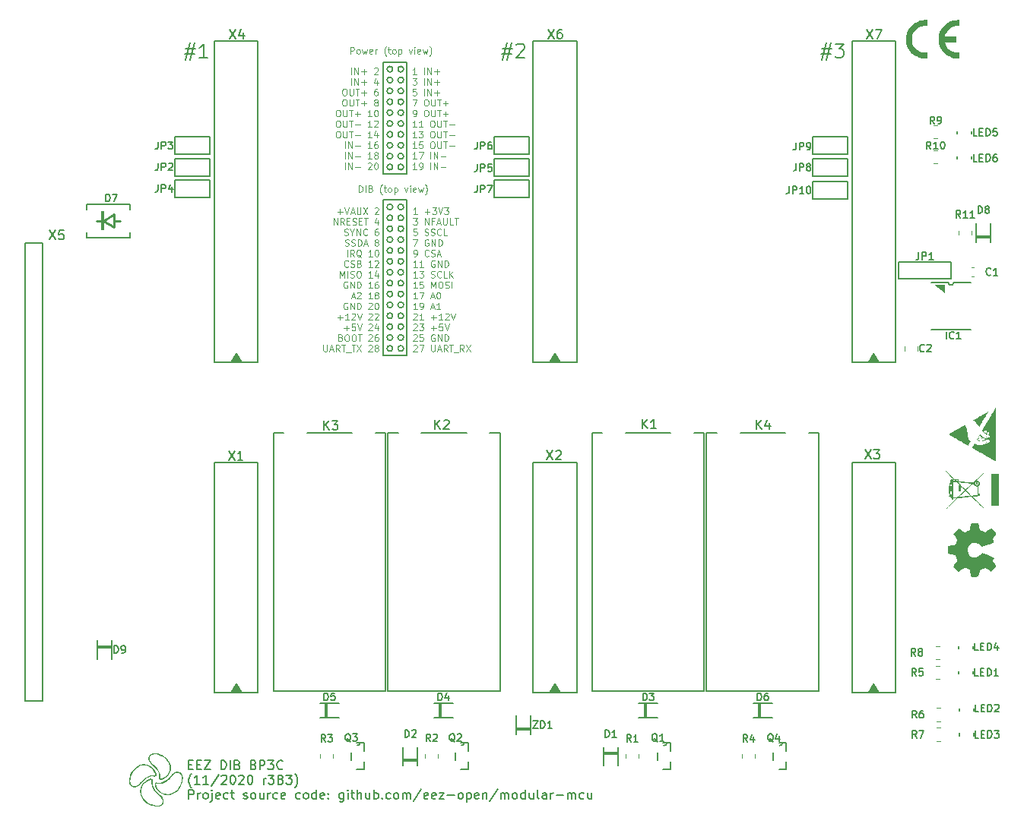
<source format=gbr>
%TF.GenerationSoftware,KiCad,Pcbnew,7.0.10-7.0.10~ubuntu22.04.1*%
%TF.CreationDate,2024-01-03T13:55:48+01:00*%
%TF.ProjectId,EEZ DIB BP3C-DM r3B3,45455a20-4449-4422-9042-5033432d444d,rev?*%
%TF.SameCoordinates,Original*%
%TF.FileFunction,Legend,Top*%
%TF.FilePolarity,Positive*%
%FSLAX46Y46*%
G04 Gerber Fmt 4.6, Leading zero omitted, Abs format (unit mm)*
G04 Created by KiCad (PCBNEW 7.0.10-7.0.10~ubuntu22.04.1) date 2024-01-03 13:55:48*
%MOMM*%
%LPD*%
G01*
G04 APERTURE LIST*
%ADD10C,0.127000*%
%ADD11C,0.152400*%
%ADD12C,0.081280*%
%ADD13C,0.203200*%
%ADD14C,0.120000*%
%ADD15C,0.100000*%
%ADD16C,0.254000*%
G04 APERTURE END LIST*
D10*
X135763000Y-97853500D02*
G75*
G03*
X135128000Y-97853500I-317500J0D01*
G01*
X135128000Y-97853500D02*
G75*
G03*
X135763000Y-97853500I317500J0D01*
G01*
X136144000Y-65913000D02*
X133477000Y-65913000D01*
X135763000Y-91789250D02*
G75*
G03*
X135128000Y-91789250I-317500J0D01*
G01*
X135128000Y-91789250D02*
G75*
G03*
X135763000Y-91789250I317500J0D01*
G01*
X135763000Y-77635100D02*
G75*
G03*
X135128000Y-77635100I-317500J0D01*
G01*
X135128000Y-77635100D02*
G75*
G03*
X135763000Y-77635100I317500J0D01*
G01*
X134550150Y-86937850D02*
G75*
G03*
X133915150Y-86937850I-317500J0D01*
G01*
X133915150Y-86937850D02*
G75*
G03*
X134550150Y-86937850I317500J0D01*
G01*
X134550150Y-85725000D02*
G75*
G03*
X133915150Y-85725000I-317500J0D01*
G01*
X133915150Y-85725000D02*
G75*
G03*
X134550150Y-85725000I317500J0D01*
G01*
X134550150Y-94214950D02*
G75*
G03*
X133915150Y-94214950I-317500J0D01*
G01*
X133915150Y-94214950D02*
G75*
G03*
X134550150Y-94214950I317500J0D01*
G01*
X135763000Y-82086450D02*
G75*
G03*
X135128000Y-82086450I-317500J0D01*
G01*
X135128000Y-82086450D02*
G75*
G03*
X135763000Y-82086450I317500J0D01*
G01*
X134550150Y-76422250D02*
G75*
G03*
X133915150Y-76422250I-317500J0D01*
G01*
X133915150Y-76422250D02*
G75*
G03*
X134550150Y-76422250I317500J0D01*
G01*
X134550150Y-72783700D02*
G75*
G03*
X133915150Y-72783700I-317500J0D01*
G01*
X133915150Y-72783700D02*
G75*
G03*
X134550150Y-72783700I317500J0D01*
G01*
X135763000Y-93002100D02*
G75*
G03*
X135128000Y-93002100I-317500J0D01*
G01*
X135128000Y-93002100D02*
G75*
G03*
X135763000Y-93002100I317500J0D01*
G01*
X135763000Y-90576400D02*
G75*
G03*
X135128000Y-90576400I-317500J0D01*
G01*
X135128000Y-90576400D02*
G75*
G03*
X135763000Y-90576400I317500J0D01*
G01*
X135763000Y-89363550D02*
G75*
G03*
X135128000Y-89363550I-317500J0D01*
G01*
X135128000Y-89363550D02*
G75*
G03*
X135763000Y-89363550I317500J0D01*
G01*
X135763000Y-88150700D02*
G75*
G03*
X135128000Y-88150700I-317500J0D01*
G01*
X135128000Y-88150700D02*
G75*
G03*
X135763000Y-88150700I317500J0D01*
G01*
X135763000Y-83299300D02*
G75*
G03*
X135128000Y-83299300I-317500J0D01*
G01*
X135128000Y-83299300D02*
G75*
G03*
X135763000Y-83299300I317500J0D01*
G01*
X134550150Y-84512150D02*
G75*
G03*
X133915150Y-84512150I-317500J0D01*
G01*
X133915150Y-84512150D02*
G75*
G03*
X134550150Y-84512150I317500J0D01*
G01*
X133477000Y-78359000D02*
X133477000Y-65913000D01*
X136144000Y-81280000D02*
X133477000Y-81280000D01*
X136144000Y-78359000D02*
X133477000Y-78359000D01*
X134550150Y-71570850D02*
G75*
G03*
X133915150Y-71570850I-317500J0D01*
G01*
X133915150Y-71570850D02*
G75*
G03*
X134550150Y-71570850I317500J0D01*
G01*
X135763000Y-72783700D02*
G75*
G03*
X135128000Y-72783700I-317500J0D01*
G01*
X135128000Y-72783700D02*
G75*
G03*
X135763000Y-72783700I317500J0D01*
G01*
X136144000Y-98615500D02*
X136144000Y-81280000D01*
X135763000Y-94214950D02*
G75*
G03*
X135128000Y-94214950I-317500J0D01*
G01*
X135128000Y-94214950D02*
G75*
G03*
X135763000Y-94214950I317500J0D01*
G01*
X136144000Y-98615500D02*
X133477000Y-98615500D01*
X134550150Y-77635100D02*
G75*
G03*
X133915150Y-77635100I-317500J0D01*
G01*
X133915150Y-77635100D02*
G75*
G03*
X134550150Y-77635100I317500J0D01*
G01*
X135763000Y-86937850D02*
G75*
G03*
X135128000Y-86937850I-317500J0D01*
G01*
X135128000Y-86937850D02*
G75*
G03*
X135763000Y-86937850I317500J0D01*
G01*
X134550150Y-70358000D02*
G75*
G03*
X133915150Y-70358000I-317500J0D01*
G01*
X133915150Y-70358000D02*
G75*
G03*
X134550150Y-70358000I317500J0D01*
G01*
X134550150Y-88150700D02*
G75*
G03*
X133915150Y-88150700I-317500J0D01*
G01*
X133915150Y-88150700D02*
G75*
G03*
X134550150Y-88150700I317500J0D01*
G01*
X135763000Y-71570850D02*
G75*
G03*
X135128000Y-71570850I-317500J0D01*
G01*
X135128000Y-71570850D02*
G75*
G03*
X135763000Y-71570850I317500J0D01*
G01*
X135763000Y-69145150D02*
G75*
G03*
X135128000Y-69145150I-317500J0D01*
G01*
X135128000Y-69145150D02*
G75*
G03*
X135763000Y-69145150I317500J0D01*
G01*
X134550150Y-83299300D02*
G75*
G03*
X133915150Y-83299300I-317500J0D01*
G01*
X133915150Y-83299300D02*
G75*
G03*
X134550150Y-83299300I317500J0D01*
G01*
X135763000Y-95427800D02*
G75*
G03*
X135128000Y-95427800I-317500J0D01*
G01*
X135128000Y-95427800D02*
G75*
G03*
X135763000Y-95427800I317500J0D01*
G01*
X135763000Y-85725000D02*
G75*
G03*
X135128000Y-85725000I-317500J0D01*
G01*
X135128000Y-85725000D02*
G75*
G03*
X135763000Y-85725000I317500J0D01*
G01*
X134550150Y-89363550D02*
G75*
G03*
X133915150Y-89363550I-317500J0D01*
G01*
X133915150Y-89363550D02*
G75*
G03*
X134550150Y-89363550I317500J0D01*
G01*
X134550150Y-67932300D02*
G75*
G03*
X133915150Y-67932300I-317500J0D01*
G01*
X133915150Y-67932300D02*
G75*
G03*
X134550150Y-67932300I317500J0D01*
G01*
X134550150Y-91789250D02*
G75*
G03*
X133915150Y-91789250I-317500J0D01*
G01*
X133915150Y-91789250D02*
G75*
G03*
X134550150Y-91789250I317500J0D01*
G01*
X135763000Y-75209400D02*
G75*
G03*
X135128000Y-75209400I-317500J0D01*
G01*
X135128000Y-75209400D02*
G75*
G03*
X135763000Y-75209400I317500J0D01*
G01*
X135763000Y-76422250D02*
G75*
G03*
X135128000Y-76422250I-317500J0D01*
G01*
X135128000Y-76422250D02*
G75*
G03*
X135763000Y-76422250I317500J0D01*
G01*
X135763000Y-70358000D02*
G75*
G03*
X135128000Y-70358000I-317500J0D01*
G01*
X135128000Y-70358000D02*
G75*
G03*
X135763000Y-70358000I317500J0D01*
G01*
X136144000Y-78359000D02*
X136144000Y-65913000D01*
X135763000Y-96640650D02*
G75*
G03*
X135128000Y-96640650I-317500J0D01*
G01*
X135128000Y-96640650D02*
G75*
G03*
X135763000Y-96640650I317500J0D01*
G01*
X134550150Y-69145150D02*
G75*
G03*
X133915150Y-69145150I-317500J0D01*
G01*
X133915150Y-69145150D02*
G75*
G03*
X134550150Y-69145150I317500J0D01*
G01*
X135763000Y-73996550D02*
G75*
G03*
X135128000Y-73996550I-317500J0D01*
G01*
X135128000Y-73996550D02*
G75*
G03*
X135763000Y-73996550I317500J0D01*
G01*
X134550150Y-93002100D02*
G75*
G03*
X133915150Y-93002100I-317500J0D01*
G01*
X133915150Y-93002100D02*
G75*
G03*
X134550150Y-93002100I317500J0D01*
G01*
X135763000Y-67932300D02*
G75*
G03*
X135128000Y-67932300I-317500J0D01*
G01*
X135128000Y-67932300D02*
G75*
G03*
X135763000Y-67932300I317500J0D01*
G01*
X134550150Y-95427800D02*
G75*
G03*
X133915150Y-95427800I-317500J0D01*
G01*
X133915150Y-95427800D02*
G75*
G03*
X134550150Y-95427800I317500J0D01*
G01*
X134550150Y-90576400D02*
G75*
G03*
X133915150Y-90576400I-317500J0D01*
G01*
X133915150Y-90576400D02*
G75*
G03*
X134550150Y-90576400I317500J0D01*
G01*
X135763000Y-66719450D02*
G75*
G03*
X135128000Y-66719450I-317500J0D01*
G01*
X135128000Y-66719450D02*
G75*
G03*
X135763000Y-66719450I317500J0D01*
G01*
X133477000Y-98615500D02*
X133477000Y-81280000D01*
X134550150Y-96640650D02*
G75*
G03*
X133915150Y-96640650I-317500J0D01*
G01*
X133915150Y-96640650D02*
G75*
G03*
X134550150Y-96640650I317500J0D01*
G01*
X134550150Y-73996550D02*
G75*
G03*
X133915150Y-73996550I-317500J0D01*
G01*
X133915150Y-73996550D02*
G75*
G03*
X134550150Y-73996550I317500J0D01*
G01*
X134550150Y-82086450D02*
G75*
G03*
X133915150Y-82086450I-317500J0D01*
G01*
X133915150Y-82086450D02*
G75*
G03*
X134550150Y-82086450I317500J0D01*
G01*
X134550150Y-66719450D02*
G75*
G03*
X133915150Y-66719450I-317500J0D01*
G01*
X133915150Y-66719450D02*
G75*
G03*
X134550150Y-66719450I317500J0D01*
G01*
X135763000Y-84512150D02*
G75*
G03*
X135128000Y-84512150I-317500J0D01*
G01*
X135128000Y-84512150D02*
G75*
G03*
X135763000Y-84512150I317500J0D01*
G01*
X134550150Y-97853500D02*
G75*
G03*
X133915150Y-97853500I-317500J0D01*
G01*
X133915150Y-97853500D02*
G75*
G03*
X134550150Y-97853500I317500J0D01*
G01*
X134550150Y-75209400D02*
G75*
G03*
X133915150Y-75209400I-317500J0D01*
G01*
X133915150Y-75209400D02*
G75*
G03*
X134550150Y-75209400I317500J0D01*
G01*
D11*
X146817648Y-64393166D02*
X147906220Y-64393166D01*
X147253077Y-63740023D02*
X146817648Y-65699452D01*
X147761077Y-65046309D02*
X146672505Y-65046309D01*
X147325648Y-65699452D02*
X147761077Y-63740023D01*
X148341648Y-64030309D02*
X148414220Y-63957737D01*
X148414220Y-63957737D02*
X148559363Y-63885166D01*
X148559363Y-63885166D02*
X148922220Y-63885166D01*
X148922220Y-63885166D02*
X149067363Y-63957737D01*
X149067363Y-63957737D02*
X149139934Y-64030309D01*
X149139934Y-64030309D02*
X149212505Y-64175452D01*
X149212505Y-64175452D02*
X149212505Y-64320595D01*
X149212505Y-64320595D02*
X149139934Y-64538309D01*
X149139934Y-64538309D02*
X148269077Y-65409166D01*
X148269077Y-65409166D02*
X149212505Y-65409166D01*
D12*
X130783644Y-80424249D02*
X130783644Y-79692729D01*
X130783644Y-79692729D02*
X130957815Y-79692729D01*
X130957815Y-79692729D02*
X131062318Y-79727563D01*
X131062318Y-79727563D02*
X131131987Y-79797232D01*
X131131987Y-79797232D02*
X131166821Y-79866900D01*
X131166821Y-79866900D02*
X131201655Y-80006237D01*
X131201655Y-80006237D02*
X131201655Y-80110740D01*
X131201655Y-80110740D02*
X131166821Y-80250077D01*
X131166821Y-80250077D02*
X131131987Y-80319746D01*
X131131987Y-80319746D02*
X131062318Y-80389415D01*
X131062318Y-80389415D02*
X130957815Y-80424249D01*
X130957815Y-80424249D02*
X130783644Y-80424249D01*
X131515164Y-80424249D02*
X131515164Y-79692729D01*
X132107347Y-80041072D02*
X132211850Y-80075906D01*
X132211850Y-80075906D02*
X132246684Y-80110740D01*
X132246684Y-80110740D02*
X132281518Y-80180409D01*
X132281518Y-80180409D02*
X132281518Y-80284912D01*
X132281518Y-80284912D02*
X132246684Y-80354580D01*
X132246684Y-80354580D02*
X132211850Y-80389415D01*
X132211850Y-80389415D02*
X132142181Y-80424249D01*
X132142181Y-80424249D02*
X131863507Y-80424249D01*
X131863507Y-80424249D02*
X131863507Y-79692729D01*
X131863507Y-79692729D02*
X132107347Y-79692729D01*
X132107347Y-79692729D02*
X132177016Y-79727563D01*
X132177016Y-79727563D02*
X132211850Y-79762397D01*
X132211850Y-79762397D02*
X132246684Y-79832066D01*
X132246684Y-79832066D02*
X132246684Y-79901735D01*
X132246684Y-79901735D02*
X132211850Y-79971403D01*
X132211850Y-79971403D02*
X132177016Y-80006237D01*
X132177016Y-80006237D02*
X132107347Y-80041072D01*
X132107347Y-80041072D02*
X131863507Y-80041072D01*
X133361382Y-80702923D02*
X133326547Y-80668089D01*
X133326547Y-80668089D02*
X133256879Y-80563586D01*
X133256879Y-80563586D02*
X133222045Y-80493917D01*
X133222045Y-80493917D02*
X133187210Y-80389415D01*
X133187210Y-80389415D02*
X133152376Y-80215243D01*
X133152376Y-80215243D02*
X133152376Y-80075906D01*
X133152376Y-80075906D02*
X133187210Y-79901735D01*
X133187210Y-79901735D02*
X133222045Y-79797232D01*
X133222045Y-79797232D02*
X133256879Y-79727563D01*
X133256879Y-79727563D02*
X133326547Y-79623060D01*
X133326547Y-79623060D02*
X133361382Y-79588226D01*
X133535553Y-79936569D02*
X133814227Y-79936569D01*
X133640056Y-79692729D02*
X133640056Y-80319746D01*
X133640056Y-80319746D02*
X133674890Y-80389415D01*
X133674890Y-80389415D02*
X133744559Y-80424249D01*
X133744559Y-80424249D02*
X133814227Y-80424249D01*
X134162570Y-80424249D02*
X134092901Y-80389415D01*
X134092901Y-80389415D02*
X134058067Y-80354580D01*
X134058067Y-80354580D02*
X134023233Y-80284912D01*
X134023233Y-80284912D02*
X134023233Y-80075906D01*
X134023233Y-80075906D02*
X134058067Y-80006237D01*
X134058067Y-80006237D02*
X134092901Y-79971403D01*
X134092901Y-79971403D02*
X134162570Y-79936569D01*
X134162570Y-79936569D02*
X134267073Y-79936569D01*
X134267073Y-79936569D02*
X134336741Y-79971403D01*
X134336741Y-79971403D02*
X134371576Y-80006237D01*
X134371576Y-80006237D02*
X134406410Y-80075906D01*
X134406410Y-80075906D02*
X134406410Y-80284912D01*
X134406410Y-80284912D02*
X134371576Y-80354580D01*
X134371576Y-80354580D02*
X134336741Y-80389415D01*
X134336741Y-80389415D02*
X134267073Y-80424249D01*
X134267073Y-80424249D02*
X134162570Y-80424249D01*
X134719918Y-79936569D02*
X134719918Y-80668089D01*
X134719918Y-79971403D02*
X134789587Y-79936569D01*
X134789587Y-79936569D02*
X134928924Y-79936569D01*
X134928924Y-79936569D02*
X134998592Y-79971403D01*
X134998592Y-79971403D02*
X135033427Y-80006237D01*
X135033427Y-80006237D02*
X135068261Y-80075906D01*
X135068261Y-80075906D02*
X135068261Y-80284912D01*
X135068261Y-80284912D02*
X135033427Y-80354580D01*
X135033427Y-80354580D02*
X134998592Y-80389415D01*
X134998592Y-80389415D02*
X134928924Y-80424249D01*
X134928924Y-80424249D02*
X134789587Y-80424249D01*
X134789587Y-80424249D02*
X134719918Y-80389415D01*
X135869449Y-79936569D02*
X136043621Y-80424249D01*
X136043621Y-80424249D02*
X136217792Y-79936569D01*
X136496467Y-80424249D02*
X136496467Y-79936569D01*
X136496467Y-79692729D02*
X136461633Y-79727563D01*
X136461633Y-79727563D02*
X136496467Y-79762397D01*
X136496467Y-79762397D02*
X136531301Y-79727563D01*
X136531301Y-79727563D02*
X136496467Y-79692729D01*
X136496467Y-79692729D02*
X136496467Y-79762397D01*
X137123484Y-80389415D02*
X137053816Y-80424249D01*
X137053816Y-80424249D02*
X136914479Y-80424249D01*
X136914479Y-80424249D02*
X136844810Y-80389415D01*
X136844810Y-80389415D02*
X136809976Y-80319746D01*
X136809976Y-80319746D02*
X136809976Y-80041072D01*
X136809976Y-80041072D02*
X136844810Y-79971403D01*
X136844810Y-79971403D02*
X136914479Y-79936569D01*
X136914479Y-79936569D02*
X137053816Y-79936569D01*
X137053816Y-79936569D02*
X137123484Y-79971403D01*
X137123484Y-79971403D02*
X137158319Y-80041072D01*
X137158319Y-80041072D02*
X137158319Y-80110740D01*
X137158319Y-80110740D02*
X136809976Y-80180409D01*
X137402158Y-79936569D02*
X137541496Y-80424249D01*
X137541496Y-80424249D02*
X137680833Y-80075906D01*
X137680833Y-80075906D02*
X137820170Y-80424249D01*
X137820170Y-80424249D02*
X137959507Y-79936569D01*
X138168512Y-80702923D02*
X138203347Y-80668089D01*
X138203347Y-80668089D02*
X138273015Y-80563586D01*
X138273015Y-80563586D02*
X138307850Y-80493917D01*
X138307850Y-80493917D02*
X138342684Y-80389415D01*
X138342684Y-80389415D02*
X138377518Y-80215243D01*
X138377518Y-80215243D02*
X138377518Y-80075906D01*
X138377518Y-80075906D02*
X138342684Y-79901735D01*
X138342684Y-79901735D02*
X138307850Y-79797232D01*
X138307850Y-79797232D02*
X138273015Y-79727563D01*
X138273015Y-79727563D02*
X138203347Y-79623060D01*
X138203347Y-79623060D02*
X138168512Y-79588226D01*
X137262821Y-82893538D02*
X136844810Y-82893538D01*
X137053815Y-82893538D02*
X137053815Y-82162018D01*
X137053815Y-82162018D02*
X136984147Y-82266521D01*
X136984147Y-82266521D02*
X136914478Y-82336189D01*
X136914478Y-82336189D02*
X136844810Y-82371024D01*
X138133679Y-82614864D02*
X138691028Y-82614864D01*
X138412353Y-82893538D02*
X138412353Y-82336189D01*
X138969701Y-82162018D02*
X139422547Y-82162018D01*
X139422547Y-82162018D02*
X139178707Y-82440692D01*
X139178707Y-82440692D02*
X139283210Y-82440692D01*
X139283210Y-82440692D02*
X139352879Y-82475526D01*
X139352879Y-82475526D02*
X139387713Y-82510361D01*
X139387713Y-82510361D02*
X139422547Y-82580029D01*
X139422547Y-82580029D02*
X139422547Y-82754201D01*
X139422547Y-82754201D02*
X139387713Y-82823869D01*
X139387713Y-82823869D02*
X139352879Y-82858704D01*
X139352879Y-82858704D02*
X139283210Y-82893538D01*
X139283210Y-82893538D02*
X139074204Y-82893538D01*
X139074204Y-82893538D02*
X139004536Y-82858704D01*
X139004536Y-82858704D02*
X138969701Y-82823869D01*
X139631553Y-82162018D02*
X139875393Y-82893538D01*
X139875393Y-82893538D02*
X140119233Y-82162018D01*
X140293404Y-82162018D02*
X140746250Y-82162018D01*
X140746250Y-82162018D02*
X140502410Y-82440692D01*
X140502410Y-82440692D02*
X140606913Y-82440692D01*
X140606913Y-82440692D02*
X140676582Y-82475526D01*
X140676582Y-82475526D02*
X140711416Y-82510361D01*
X140711416Y-82510361D02*
X140746250Y-82580029D01*
X140746250Y-82580029D02*
X140746250Y-82754201D01*
X140746250Y-82754201D02*
X140711416Y-82823869D01*
X140711416Y-82823869D02*
X140676582Y-82858704D01*
X140676582Y-82858704D02*
X140606913Y-82893538D01*
X140606913Y-82893538D02*
X140397907Y-82893538D01*
X140397907Y-82893538D02*
X140328239Y-82858704D01*
X140328239Y-82858704D02*
X140293404Y-82823869D01*
X136809975Y-83339765D02*
X137262821Y-83339765D01*
X137262821Y-83339765D02*
X137018981Y-83618439D01*
X137018981Y-83618439D02*
X137123484Y-83618439D01*
X137123484Y-83618439D02*
X137193153Y-83653273D01*
X137193153Y-83653273D02*
X137227987Y-83688108D01*
X137227987Y-83688108D02*
X137262821Y-83757776D01*
X137262821Y-83757776D02*
X137262821Y-83931948D01*
X137262821Y-83931948D02*
X137227987Y-84001616D01*
X137227987Y-84001616D02*
X137193153Y-84036451D01*
X137193153Y-84036451D02*
X137123484Y-84071285D01*
X137123484Y-84071285D02*
X136914478Y-84071285D01*
X136914478Y-84071285D02*
X136844810Y-84036451D01*
X136844810Y-84036451D02*
X136809975Y-84001616D01*
X138133679Y-84071285D02*
X138133679Y-83339765D01*
X138133679Y-83339765D02*
X138551690Y-84071285D01*
X138551690Y-84071285D02*
X138551690Y-83339765D01*
X139143873Y-83688108D02*
X138900033Y-83688108D01*
X138900033Y-84071285D02*
X138900033Y-83339765D01*
X138900033Y-83339765D02*
X139248376Y-83339765D01*
X139492216Y-83862279D02*
X139840559Y-83862279D01*
X139422547Y-84071285D02*
X139666387Y-83339765D01*
X139666387Y-83339765D02*
X139910227Y-84071285D01*
X140154067Y-83339765D02*
X140154067Y-83931948D01*
X140154067Y-83931948D02*
X140188901Y-84001616D01*
X140188901Y-84001616D02*
X140223736Y-84036451D01*
X140223736Y-84036451D02*
X140293404Y-84071285D01*
X140293404Y-84071285D02*
X140432741Y-84071285D01*
X140432741Y-84071285D02*
X140502410Y-84036451D01*
X140502410Y-84036451D02*
X140537244Y-84001616D01*
X140537244Y-84001616D02*
X140572078Y-83931948D01*
X140572078Y-83931948D02*
X140572078Y-83339765D01*
X141268764Y-84071285D02*
X140920421Y-84071285D01*
X140920421Y-84071285D02*
X140920421Y-83339765D01*
X141408101Y-83339765D02*
X141826113Y-83339765D01*
X141617107Y-84071285D02*
X141617107Y-83339765D01*
X137227987Y-84517512D02*
X136879644Y-84517512D01*
X136879644Y-84517512D02*
X136844810Y-84865855D01*
X136844810Y-84865855D02*
X136879644Y-84831020D01*
X136879644Y-84831020D02*
X136949313Y-84796186D01*
X136949313Y-84796186D02*
X137123484Y-84796186D01*
X137123484Y-84796186D02*
X137193153Y-84831020D01*
X137193153Y-84831020D02*
X137227987Y-84865855D01*
X137227987Y-84865855D02*
X137262821Y-84935523D01*
X137262821Y-84935523D02*
X137262821Y-85109695D01*
X137262821Y-85109695D02*
X137227987Y-85179363D01*
X137227987Y-85179363D02*
X137193153Y-85214198D01*
X137193153Y-85214198D02*
X137123484Y-85249032D01*
X137123484Y-85249032D02*
X136949313Y-85249032D01*
X136949313Y-85249032D02*
X136879644Y-85214198D01*
X136879644Y-85214198D02*
X136844810Y-85179363D01*
X138098845Y-85214198D02*
X138203348Y-85249032D01*
X138203348Y-85249032D02*
X138377519Y-85249032D01*
X138377519Y-85249032D02*
X138447188Y-85214198D01*
X138447188Y-85214198D02*
X138482022Y-85179363D01*
X138482022Y-85179363D02*
X138516856Y-85109695D01*
X138516856Y-85109695D02*
X138516856Y-85040026D01*
X138516856Y-85040026D02*
X138482022Y-84970358D01*
X138482022Y-84970358D02*
X138447188Y-84935523D01*
X138447188Y-84935523D02*
X138377519Y-84900689D01*
X138377519Y-84900689D02*
X138238182Y-84865855D01*
X138238182Y-84865855D02*
X138168513Y-84831020D01*
X138168513Y-84831020D02*
X138133679Y-84796186D01*
X138133679Y-84796186D02*
X138098845Y-84726518D01*
X138098845Y-84726518D02*
X138098845Y-84656849D01*
X138098845Y-84656849D02*
X138133679Y-84587180D01*
X138133679Y-84587180D02*
X138168513Y-84552346D01*
X138168513Y-84552346D02*
X138238182Y-84517512D01*
X138238182Y-84517512D02*
X138412353Y-84517512D01*
X138412353Y-84517512D02*
X138516856Y-84552346D01*
X138795531Y-85214198D02*
X138900034Y-85249032D01*
X138900034Y-85249032D02*
X139074205Y-85249032D01*
X139074205Y-85249032D02*
X139143874Y-85214198D01*
X139143874Y-85214198D02*
X139178708Y-85179363D01*
X139178708Y-85179363D02*
X139213542Y-85109695D01*
X139213542Y-85109695D02*
X139213542Y-85040026D01*
X139213542Y-85040026D02*
X139178708Y-84970358D01*
X139178708Y-84970358D02*
X139143874Y-84935523D01*
X139143874Y-84935523D02*
X139074205Y-84900689D01*
X139074205Y-84900689D02*
X138934868Y-84865855D01*
X138934868Y-84865855D02*
X138865199Y-84831020D01*
X138865199Y-84831020D02*
X138830365Y-84796186D01*
X138830365Y-84796186D02*
X138795531Y-84726518D01*
X138795531Y-84726518D02*
X138795531Y-84656849D01*
X138795531Y-84656849D02*
X138830365Y-84587180D01*
X138830365Y-84587180D02*
X138865199Y-84552346D01*
X138865199Y-84552346D02*
X138934868Y-84517512D01*
X138934868Y-84517512D02*
X139109039Y-84517512D01*
X139109039Y-84517512D02*
X139213542Y-84552346D01*
X139945062Y-85179363D02*
X139910228Y-85214198D01*
X139910228Y-85214198D02*
X139805725Y-85249032D01*
X139805725Y-85249032D02*
X139736057Y-85249032D01*
X139736057Y-85249032D02*
X139631554Y-85214198D01*
X139631554Y-85214198D02*
X139561885Y-85144529D01*
X139561885Y-85144529D02*
X139527051Y-85074860D01*
X139527051Y-85074860D02*
X139492217Y-84935523D01*
X139492217Y-84935523D02*
X139492217Y-84831020D01*
X139492217Y-84831020D02*
X139527051Y-84691683D01*
X139527051Y-84691683D02*
X139561885Y-84622015D01*
X139561885Y-84622015D02*
X139631554Y-84552346D01*
X139631554Y-84552346D02*
X139736057Y-84517512D01*
X139736057Y-84517512D02*
X139805725Y-84517512D01*
X139805725Y-84517512D02*
X139910228Y-84552346D01*
X139910228Y-84552346D02*
X139945062Y-84587180D01*
X140606914Y-85249032D02*
X140258571Y-85249032D01*
X140258571Y-85249032D02*
X140258571Y-84517512D01*
X136809975Y-85695259D02*
X137297655Y-85695259D01*
X137297655Y-85695259D02*
X136984147Y-86426779D01*
X138516856Y-85730093D02*
X138447188Y-85695259D01*
X138447188Y-85695259D02*
X138342685Y-85695259D01*
X138342685Y-85695259D02*
X138238182Y-85730093D01*
X138238182Y-85730093D02*
X138168513Y-85799762D01*
X138168513Y-85799762D02*
X138133679Y-85869430D01*
X138133679Y-85869430D02*
X138098845Y-86008767D01*
X138098845Y-86008767D02*
X138098845Y-86113270D01*
X138098845Y-86113270D02*
X138133679Y-86252607D01*
X138133679Y-86252607D02*
X138168513Y-86322276D01*
X138168513Y-86322276D02*
X138238182Y-86391945D01*
X138238182Y-86391945D02*
X138342685Y-86426779D01*
X138342685Y-86426779D02*
X138412353Y-86426779D01*
X138412353Y-86426779D02*
X138516856Y-86391945D01*
X138516856Y-86391945D02*
X138551690Y-86357110D01*
X138551690Y-86357110D02*
X138551690Y-86113270D01*
X138551690Y-86113270D02*
X138412353Y-86113270D01*
X138865199Y-86426779D02*
X138865199Y-85695259D01*
X138865199Y-85695259D02*
X139283210Y-86426779D01*
X139283210Y-86426779D02*
X139283210Y-85695259D01*
X139631553Y-86426779D02*
X139631553Y-85695259D01*
X139631553Y-85695259D02*
X139805724Y-85695259D01*
X139805724Y-85695259D02*
X139910227Y-85730093D01*
X139910227Y-85730093D02*
X139979896Y-85799762D01*
X139979896Y-85799762D02*
X140014730Y-85869430D01*
X140014730Y-85869430D02*
X140049564Y-86008767D01*
X140049564Y-86008767D02*
X140049564Y-86113270D01*
X140049564Y-86113270D02*
X140014730Y-86252607D01*
X140014730Y-86252607D02*
X139979896Y-86322276D01*
X139979896Y-86322276D02*
X139910227Y-86391945D01*
X139910227Y-86391945D02*
X139805724Y-86426779D01*
X139805724Y-86426779D02*
X139631553Y-86426779D01*
X136914478Y-87604526D02*
X137053815Y-87604526D01*
X137053815Y-87604526D02*
X137123484Y-87569692D01*
X137123484Y-87569692D02*
X137158318Y-87534857D01*
X137158318Y-87534857D02*
X137227987Y-87430354D01*
X137227987Y-87430354D02*
X137262821Y-87291017D01*
X137262821Y-87291017D02*
X137262821Y-87012343D01*
X137262821Y-87012343D02*
X137227987Y-86942674D01*
X137227987Y-86942674D02*
X137193153Y-86907840D01*
X137193153Y-86907840D02*
X137123484Y-86873006D01*
X137123484Y-86873006D02*
X136984147Y-86873006D01*
X136984147Y-86873006D02*
X136914478Y-86907840D01*
X136914478Y-86907840D02*
X136879644Y-86942674D01*
X136879644Y-86942674D02*
X136844810Y-87012343D01*
X136844810Y-87012343D02*
X136844810Y-87186514D01*
X136844810Y-87186514D02*
X136879644Y-87256183D01*
X136879644Y-87256183D02*
X136914478Y-87291017D01*
X136914478Y-87291017D02*
X136984147Y-87325852D01*
X136984147Y-87325852D02*
X137123484Y-87325852D01*
X137123484Y-87325852D02*
X137193153Y-87291017D01*
X137193153Y-87291017D02*
X137227987Y-87256183D01*
X137227987Y-87256183D02*
X137262821Y-87186514D01*
X138551690Y-87534857D02*
X138516856Y-87569692D01*
X138516856Y-87569692D02*
X138412353Y-87604526D01*
X138412353Y-87604526D02*
X138342685Y-87604526D01*
X138342685Y-87604526D02*
X138238182Y-87569692D01*
X138238182Y-87569692D02*
X138168513Y-87500023D01*
X138168513Y-87500023D02*
X138133679Y-87430354D01*
X138133679Y-87430354D02*
X138098845Y-87291017D01*
X138098845Y-87291017D02*
X138098845Y-87186514D01*
X138098845Y-87186514D02*
X138133679Y-87047177D01*
X138133679Y-87047177D02*
X138168513Y-86977509D01*
X138168513Y-86977509D02*
X138238182Y-86907840D01*
X138238182Y-86907840D02*
X138342685Y-86873006D01*
X138342685Y-86873006D02*
X138412353Y-86873006D01*
X138412353Y-86873006D02*
X138516856Y-86907840D01*
X138516856Y-86907840D02*
X138551690Y-86942674D01*
X138830365Y-87569692D02*
X138934868Y-87604526D01*
X138934868Y-87604526D02*
X139109039Y-87604526D01*
X139109039Y-87604526D02*
X139178708Y-87569692D01*
X139178708Y-87569692D02*
X139213542Y-87534857D01*
X139213542Y-87534857D02*
X139248376Y-87465189D01*
X139248376Y-87465189D02*
X139248376Y-87395520D01*
X139248376Y-87395520D02*
X139213542Y-87325852D01*
X139213542Y-87325852D02*
X139178708Y-87291017D01*
X139178708Y-87291017D02*
X139109039Y-87256183D01*
X139109039Y-87256183D02*
X138969702Y-87221349D01*
X138969702Y-87221349D02*
X138900033Y-87186514D01*
X138900033Y-87186514D02*
X138865199Y-87151680D01*
X138865199Y-87151680D02*
X138830365Y-87082012D01*
X138830365Y-87082012D02*
X138830365Y-87012343D01*
X138830365Y-87012343D02*
X138865199Y-86942674D01*
X138865199Y-86942674D02*
X138900033Y-86907840D01*
X138900033Y-86907840D02*
X138969702Y-86873006D01*
X138969702Y-86873006D02*
X139143873Y-86873006D01*
X139143873Y-86873006D02*
X139248376Y-86907840D01*
X139527051Y-87395520D02*
X139875394Y-87395520D01*
X139457382Y-87604526D02*
X139701222Y-86873006D01*
X139701222Y-86873006D02*
X139945062Y-87604526D01*
X137262821Y-88782273D02*
X136844810Y-88782273D01*
X137053815Y-88782273D02*
X137053815Y-88050753D01*
X137053815Y-88050753D02*
X136984147Y-88155256D01*
X136984147Y-88155256D02*
X136914478Y-88224924D01*
X136914478Y-88224924D02*
X136844810Y-88259759D01*
X137959507Y-88782273D02*
X137541496Y-88782273D01*
X137750501Y-88782273D02*
X137750501Y-88050753D01*
X137750501Y-88050753D02*
X137680833Y-88155256D01*
X137680833Y-88155256D02*
X137611164Y-88224924D01*
X137611164Y-88224924D02*
X137541496Y-88259759D01*
X139213542Y-88085587D02*
X139143874Y-88050753D01*
X139143874Y-88050753D02*
X139039371Y-88050753D01*
X139039371Y-88050753D02*
X138934868Y-88085587D01*
X138934868Y-88085587D02*
X138865199Y-88155256D01*
X138865199Y-88155256D02*
X138830365Y-88224924D01*
X138830365Y-88224924D02*
X138795531Y-88364261D01*
X138795531Y-88364261D02*
X138795531Y-88468764D01*
X138795531Y-88468764D02*
X138830365Y-88608101D01*
X138830365Y-88608101D02*
X138865199Y-88677770D01*
X138865199Y-88677770D02*
X138934868Y-88747439D01*
X138934868Y-88747439D02*
X139039371Y-88782273D01*
X139039371Y-88782273D02*
X139109039Y-88782273D01*
X139109039Y-88782273D02*
X139213542Y-88747439D01*
X139213542Y-88747439D02*
X139248376Y-88712604D01*
X139248376Y-88712604D02*
X139248376Y-88468764D01*
X139248376Y-88468764D02*
X139109039Y-88468764D01*
X139561885Y-88782273D02*
X139561885Y-88050753D01*
X139561885Y-88050753D02*
X139979896Y-88782273D01*
X139979896Y-88782273D02*
X139979896Y-88050753D01*
X140328239Y-88782273D02*
X140328239Y-88050753D01*
X140328239Y-88050753D02*
X140502410Y-88050753D01*
X140502410Y-88050753D02*
X140606913Y-88085587D01*
X140606913Y-88085587D02*
X140676582Y-88155256D01*
X140676582Y-88155256D02*
X140711416Y-88224924D01*
X140711416Y-88224924D02*
X140746250Y-88364261D01*
X140746250Y-88364261D02*
X140746250Y-88468764D01*
X140746250Y-88468764D02*
X140711416Y-88608101D01*
X140711416Y-88608101D02*
X140676582Y-88677770D01*
X140676582Y-88677770D02*
X140606913Y-88747439D01*
X140606913Y-88747439D02*
X140502410Y-88782273D01*
X140502410Y-88782273D02*
X140328239Y-88782273D01*
X137262821Y-89960020D02*
X136844810Y-89960020D01*
X137053815Y-89960020D02*
X137053815Y-89228500D01*
X137053815Y-89228500D02*
X136984147Y-89333003D01*
X136984147Y-89333003D02*
X136914478Y-89402671D01*
X136914478Y-89402671D02*
X136844810Y-89437506D01*
X137506661Y-89228500D02*
X137959507Y-89228500D01*
X137959507Y-89228500D02*
X137715667Y-89507174D01*
X137715667Y-89507174D02*
X137820170Y-89507174D01*
X137820170Y-89507174D02*
X137889839Y-89542008D01*
X137889839Y-89542008D02*
X137924673Y-89576843D01*
X137924673Y-89576843D02*
X137959507Y-89646511D01*
X137959507Y-89646511D02*
X137959507Y-89820683D01*
X137959507Y-89820683D02*
X137924673Y-89890351D01*
X137924673Y-89890351D02*
X137889839Y-89925186D01*
X137889839Y-89925186D02*
X137820170Y-89960020D01*
X137820170Y-89960020D02*
X137611164Y-89960020D01*
X137611164Y-89960020D02*
X137541496Y-89925186D01*
X137541496Y-89925186D02*
X137506661Y-89890351D01*
X138795531Y-89925186D02*
X138900034Y-89960020D01*
X138900034Y-89960020D02*
X139074205Y-89960020D01*
X139074205Y-89960020D02*
X139143874Y-89925186D01*
X139143874Y-89925186D02*
X139178708Y-89890351D01*
X139178708Y-89890351D02*
X139213542Y-89820683D01*
X139213542Y-89820683D02*
X139213542Y-89751014D01*
X139213542Y-89751014D02*
X139178708Y-89681346D01*
X139178708Y-89681346D02*
X139143874Y-89646511D01*
X139143874Y-89646511D02*
X139074205Y-89611677D01*
X139074205Y-89611677D02*
X138934868Y-89576843D01*
X138934868Y-89576843D02*
X138865199Y-89542008D01*
X138865199Y-89542008D02*
X138830365Y-89507174D01*
X138830365Y-89507174D02*
X138795531Y-89437506D01*
X138795531Y-89437506D02*
X138795531Y-89367837D01*
X138795531Y-89367837D02*
X138830365Y-89298168D01*
X138830365Y-89298168D02*
X138865199Y-89263334D01*
X138865199Y-89263334D02*
X138934868Y-89228500D01*
X138934868Y-89228500D02*
X139109039Y-89228500D01*
X139109039Y-89228500D02*
X139213542Y-89263334D01*
X139945062Y-89890351D02*
X139910228Y-89925186D01*
X139910228Y-89925186D02*
X139805725Y-89960020D01*
X139805725Y-89960020D02*
X139736057Y-89960020D01*
X139736057Y-89960020D02*
X139631554Y-89925186D01*
X139631554Y-89925186D02*
X139561885Y-89855517D01*
X139561885Y-89855517D02*
X139527051Y-89785848D01*
X139527051Y-89785848D02*
X139492217Y-89646511D01*
X139492217Y-89646511D02*
X139492217Y-89542008D01*
X139492217Y-89542008D02*
X139527051Y-89402671D01*
X139527051Y-89402671D02*
X139561885Y-89333003D01*
X139561885Y-89333003D02*
X139631554Y-89263334D01*
X139631554Y-89263334D02*
X139736057Y-89228500D01*
X139736057Y-89228500D02*
X139805725Y-89228500D01*
X139805725Y-89228500D02*
X139910228Y-89263334D01*
X139910228Y-89263334D02*
X139945062Y-89298168D01*
X140606914Y-89960020D02*
X140258571Y-89960020D01*
X140258571Y-89960020D02*
X140258571Y-89228500D01*
X140850754Y-89960020D02*
X140850754Y-89228500D01*
X141268765Y-89960020D02*
X140955257Y-89542008D01*
X141268765Y-89228500D02*
X140850754Y-89646511D01*
X137262821Y-91137767D02*
X136844810Y-91137767D01*
X137053815Y-91137767D02*
X137053815Y-90406247D01*
X137053815Y-90406247D02*
X136984147Y-90510750D01*
X136984147Y-90510750D02*
X136914478Y-90580418D01*
X136914478Y-90580418D02*
X136844810Y-90615253D01*
X137924673Y-90406247D02*
X137576330Y-90406247D01*
X137576330Y-90406247D02*
X137541496Y-90754590D01*
X137541496Y-90754590D02*
X137576330Y-90719755D01*
X137576330Y-90719755D02*
X137645999Y-90684921D01*
X137645999Y-90684921D02*
X137820170Y-90684921D01*
X137820170Y-90684921D02*
X137889839Y-90719755D01*
X137889839Y-90719755D02*
X137924673Y-90754590D01*
X137924673Y-90754590D02*
X137959507Y-90824258D01*
X137959507Y-90824258D02*
X137959507Y-90998430D01*
X137959507Y-90998430D02*
X137924673Y-91068098D01*
X137924673Y-91068098D02*
X137889839Y-91102933D01*
X137889839Y-91102933D02*
X137820170Y-91137767D01*
X137820170Y-91137767D02*
X137645999Y-91137767D01*
X137645999Y-91137767D02*
X137576330Y-91102933D01*
X137576330Y-91102933D02*
X137541496Y-91068098D01*
X138830365Y-91137767D02*
X138830365Y-90406247D01*
X138830365Y-90406247D02*
X139074205Y-90928761D01*
X139074205Y-90928761D02*
X139318045Y-90406247D01*
X139318045Y-90406247D02*
X139318045Y-91137767D01*
X139805725Y-90406247D02*
X139945062Y-90406247D01*
X139945062Y-90406247D02*
X140014731Y-90441081D01*
X140014731Y-90441081D02*
X140084399Y-90510750D01*
X140084399Y-90510750D02*
X140119234Y-90650087D01*
X140119234Y-90650087D02*
X140119234Y-90893927D01*
X140119234Y-90893927D02*
X140084399Y-91033264D01*
X140084399Y-91033264D02*
X140014731Y-91102933D01*
X140014731Y-91102933D02*
X139945062Y-91137767D01*
X139945062Y-91137767D02*
X139805725Y-91137767D01*
X139805725Y-91137767D02*
X139736057Y-91102933D01*
X139736057Y-91102933D02*
X139666388Y-91033264D01*
X139666388Y-91033264D02*
X139631554Y-90893927D01*
X139631554Y-90893927D02*
X139631554Y-90650087D01*
X139631554Y-90650087D02*
X139666388Y-90510750D01*
X139666388Y-90510750D02*
X139736057Y-90441081D01*
X139736057Y-90441081D02*
X139805725Y-90406247D01*
X140397908Y-91102933D02*
X140502411Y-91137767D01*
X140502411Y-91137767D02*
X140676582Y-91137767D01*
X140676582Y-91137767D02*
X140746251Y-91102933D01*
X140746251Y-91102933D02*
X140781085Y-91068098D01*
X140781085Y-91068098D02*
X140815919Y-90998430D01*
X140815919Y-90998430D02*
X140815919Y-90928761D01*
X140815919Y-90928761D02*
X140781085Y-90859093D01*
X140781085Y-90859093D02*
X140746251Y-90824258D01*
X140746251Y-90824258D02*
X140676582Y-90789424D01*
X140676582Y-90789424D02*
X140537245Y-90754590D01*
X140537245Y-90754590D02*
X140467576Y-90719755D01*
X140467576Y-90719755D02*
X140432742Y-90684921D01*
X140432742Y-90684921D02*
X140397908Y-90615253D01*
X140397908Y-90615253D02*
X140397908Y-90545584D01*
X140397908Y-90545584D02*
X140432742Y-90475915D01*
X140432742Y-90475915D02*
X140467576Y-90441081D01*
X140467576Y-90441081D02*
X140537245Y-90406247D01*
X140537245Y-90406247D02*
X140711416Y-90406247D01*
X140711416Y-90406247D02*
X140815919Y-90441081D01*
X141129428Y-91137767D02*
X141129428Y-90406247D01*
X137262821Y-92315514D02*
X136844810Y-92315514D01*
X137053815Y-92315514D02*
X137053815Y-91583994D01*
X137053815Y-91583994D02*
X136984147Y-91688497D01*
X136984147Y-91688497D02*
X136914478Y-91758165D01*
X136914478Y-91758165D02*
X136844810Y-91793000D01*
X137506661Y-91583994D02*
X137994341Y-91583994D01*
X137994341Y-91583994D02*
X137680833Y-92315514D01*
X138795531Y-92106508D02*
X139143874Y-92106508D01*
X138725862Y-92315514D02*
X138969702Y-91583994D01*
X138969702Y-91583994D02*
X139213542Y-92315514D01*
X139596719Y-91583994D02*
X139666388Y-91583994D01*
X139666388Y-91583994D02*
X139736056Y-91618828D01*
X139736056Y-91618828D02*
X139770891Y-91653662D01*
X139770891Y-91653662D02*
X139805725Y-91723331D01*
X139805725Y-91723331D02*
X139840559Y-91862668D01*
X139840559Y-91862668D02*
X139840559Y-92036840D01*
X139840559Y-92036840D02*
X139805725Y-92176177D01*
X139805725Y-92176177D02*
X139770891Y-92245845D01*
X139770891Y-92245845D02*
X139736056Y-92280680D01*
X139736056Y-92280680D02*
X139666388Y-92315514D01*
X139666388Y-92315514D02*
X139596719Y-92315514D01*
X139596719Y-92315514D02*
X139527051Y-92280680D01*
X139527051Y-92280680D02*
X139492216Y-92245845D01*
X139492216Y-92245845D02*
X139457382Y-92176177D01*
X139457382Y-92176177D02*
X139422548Y-92036840D01*
X139422548Y-92036840D02*
X139422548Y-91862668D01*
X139422548Y-91862668D02*
X139457382Y-91723331D01*
X139457382Y-91723331D02*
X139492216Y-91653662D01*
X139492216Y-91653662D02*
X139527051Y-91618828D01*
X139527051Y-91618828D02*
X139596719Y-91583994D01*
X137262821Y-93493261D02*
X136844810Y-93493261D01*
X137053815Y-93493261D02*
X137053815Y-92761741D01*
X137053815Y-92761741D02*
X136984147Y-92866244D01*
X136984147Y-92866244D02*
X136914478Y-92935912D01*
X136914478Y-92935912D02*
X136844810Y-92970747D01*
X137611164Y-93493261D02*
X137750501Y-93493261D01*
X137750501Y-93493261D02*
X137820170Y-93458427D01*
X137820170Y-93458427D02*
X137855004Y-93423592D01*
X137855004Y-93423592D02*
X137924673Y-93319089D01*
X137924673Y-93319089D02*
X137959507Y-93179752D01*
X137959507Y-93179752D02*
X137959507Y-92901078D01*
X137959507Y-92901078D02*
X137924673Y-92831409D01*
X137924673Y-92831409D02*
X137889839Y-92796575D01*
X137889839Y-92796575D02*
X137820170Y-92761741D01*
X137820170Y-92761741D02*
X137680833Y-92761741D01*
X137680833Y-92761741D02*
X137611164Y-92796575D01*
X137611164Y-92796575D02*
X137576330Y-92831409D01*
X137576330Y-92831409D02*
X137541496Y-92901078D01*
X137541496Y-92901078D02*
X137541496Y-93075249D01*
X137541496Y-93075249D02*
X137576330Y-93144918D01*
X137576330Y-93144918D02*
X137611164Y-93179752D01*
X137611164Y-93179752D02*
X137680833Y-93214587D01*
X137680833Y-93214587D02*
X137820170Y-93214587D01*
X137820170Y-93214587D02*
X137889839Y-93179752D01*
X137889839Y-93179752D02*
X137924673Y-93144918D01*
X137924673Y-93144918D02*
X137959507Y-93075249D01*
X138795531Y-93284255D02*
X139143874Y-93284255D01*
X138725862Y-93493261D02*
X138969702Y-92761741D01*
X138969702Y-92761741D02*
X139213542Y-93493261D01*
X139840559Y-93493261D02*
X139422548Y-93493261D01*
X139631553Y-93493261D02*
X139631553Y-92761741D01*
X139631553Y-92761741D02*
X139561885Y-92866244D01*
X139561885Y-92866244D02*
X139492216Y-92935912D01*
X139492216Y-92935912D02*
X139422548Y-92970747D01*
X136844810Y-94009156D02*
X136879644Y-93974322D01*
X136879644Y-93974322D02*
X136949313Y-93939488D01*
X136949313Y-93939488D02*
X137123484Y-93939488D01*
X137123484Y-93939488D02*
X137193153Y-93974322D01*
X137193153Y-93974322D02*
X137227987Y-94009156D01*
X137227987Y-94009156D02*
X137262821Y-94078825D01*
X137262821Y-94078825D02*
X137262821Y-94148494D01*
X137262821Y-94148494D02*
X137227987Y-94252996D01*
X137227987Y-94252996D02*
X136809975Y-94671008D01*
X136809975Y-94671008D02*
X137262821Y-94671008D01*
X137959507Y-94671008D02*
X137541496Y-94671008D01*
X137750501Y-94671008D02*
X137750501Y-93939488D01*
X137750501Y-93939488D02*
X137680833Y-94043991D01*
X137680833Y-94043991D02*
X137611164Y-94113659D01*
X137611164Y-94113659D02*
X137541496Y-94148494D01*
X138830365Y-94392334D02*
X139387714Y-94392334D01*
X139109039Y-94671008D02*
X139109039Y-94113659D01*
X140119233Y-94671008D02*
X139701222Y-94671008D01*
X139910227Y-94671008D02*
X139910227Y-93939488D01*
X139910227Y-93939488D02*
X139840559Y-94043991D01*
X139840559Y-94043991D02*
X139770890Y-94113659D01*
X139770890Y-94113659D02*
X139701222Y-94148494D01*
X140397908Y-94009156D02*
X140432742Y-93974322D01*
X140432742Y-93974322D02*
X140502411Y-93939488D01*
X140502411Y-93939488D02*
X140676582Y-93939488D01*
X140676582Y-93939488D02*
X140746251Y-93974322D01*
X140746251Y-93974322D02*
X140781085Y-94009156D01*
X140781085Y-94009156D02*
X140815919Y-94078825D01*
X140815919Y-94078825D02*
X140815919Y-94148494D01*
X140815919Y-94148494D02*
X140781085Y-94252996D01*
X140781085Y-94252996D02*
X140363073Y-94671008D01*
X140363073Y-94671008D02*
X140815919Y-94671008D01*
X141024925Y-93939488D02*
X141268765Y-94671008D01*
X141268765Y-94671008D02*
X141512605Y-93939488D01*
X136844810Y-95186903D02*
X136879644Y-95152069D01*
X136879644Y-95152069D02*
X136949313Y-95117235D01*
X136949313Y-95117235D02*
X137123484Y-95117235D01*
X137123484Y-95117235D02*
X137193153Y-95152069D01*
X137193153Y-95152069D02*
X137227987Y-95186903D01*
X137227987Y-95186903D02*
X137262821Y-95256572D01*
X137262821Y-95256572D02*
X137262821Y-95326241D01*
X137262821Y-95326241D02*
X137227987Y-95430743D01*
X137227987Y-95430743D02*
X136809975Y-95848755D01*
X136809975Y-95848755D02*
X137262821Y-95848755D01*
X137506661Y-95117235D02*
X137959507Y-95117235D01*
X137959507Y-95117235D02*
X137715667Y-95395909D01*
X137715667Y-95395909D02*
X137820170Y-95395909D01*
X137820170Y-95395909D02*
X137889839Y-95430743D01*
X137889839Y-95430743D02*
X137924673Y-95465578D01*
X137924673Y-95465578D02*
X137959507Y-95535246D01*
X137959507Y-95535246D02*
X137959507Y-95709418D01*
X137959507Y-95709418D02*
X137924673Y-95779086D01*
X137924673Y-95779086D02*
X137889839Y-95813921D01*
X137889839Y-95813921D02*
X137820170Y-95848755D01*
X137820170Y-95848755D02*
X137611164Y-95848755D01*
X137611164Y-95848755D02*
X137541496Y-95813921D01*
X137541496Y-95813921D02*
X137506661Y-95779086D01*
X138830365Y-95570081D02*
X139387714Y-95570081D01*
X139109039Y-95848755D02*
X139109039Y-95291406D01*
X140084399Y-95117235D02*
X139736056Y-95117235D01*
X139736056Y-95117235D02*
X139701222Y-95465578D01*
X139701222Y-95465578D02*
X139736056Y-95430743D01*
X139736056Y-95430743D02*
X139805725Y-95395909D01*
X139805725Y-95395909D02*
X139979896Y-95395909D01*
X139979896Y-95395909D02*
X140049565Y-95430743D01*
X140049565Y-95430743D02*
X140084399Y-95465578D01*
X140084399Y-95465578D02*
X140119233Y-95535246D01*
X140119233Y-95535246D02*
X140119233Y-95709418D01*
X140119233Y-95709418D02*
X140084399Y-95779086D01*
X140084399Y-95779086D02*
X140049565Y-95813921D01*
X140049565Y-95813921D02*
X139979896Y-95848755D01*
X139979896Y-95848755D02*
X139805725Y-95848755D01*
X139805725Y-95848755D02*
X139736056Y-95813921D01*
X139736056Y-95813921D02*
X139701222Y-95779086D01*
X140328239Y-95117235D02*
X140572079Y-95848755D01*
X140572079Y-95848755D02*
X140815919Y-95117235D01*
X136844810Y-96364650D02*
X136879644Y-96329816D01*
X136879644Y-96329816D02*
X136949313Y-96294982D01*
X136949313Y-96294982D02*
X137123484Y-96294982D01*
X137123484Y-96294982D02*
X137193153Y-96329816D01*
X137193153Y-96329816D02*
X137227987Y-96364650D01*
X137227987Y-96364650D02*
X137262821Y-96434319D01*
X137262821Y-96434319D02*
X137262821Y-96503988D01*
X137262821Y-96503988D02*
X137227987Y-96608490D01*
X137227987Y-96608490D02*
X136809975Y-97026502D01*
X136809975Y-97026502D02*
X137262821Y-97026502D01*
X137924673Y-96294982D02*
X137576330Y-96294982D01*
X137576330Y-96294982D02*
X137541496Y-96643325D01*
X137541496Y-96643325D02*
X137576330Y-96608490D01*
X137576330Y-96608490D02*
X137645999Y-96573656D01*
X137645999Y-96573656D02*
X137820170Y-96573656D01*
X137820170Y-96573656D02*
X137889839Y-96608490D01*
X137889839Y-96608490D02*
X137924673Y-96643325D01*
X137924673Y-96643325D02*
X137959507Y-96712993D01*
X137959507Y-96712993D02*
X137959507Y-96887165D01*
X137959507Y-96887165D02*
X137924673Y-96956833D01*
X137924673Y-96956833D02*
X137889839Y-96991668D01*
X137889839Y-96991668D02*
X137820170Y-97026502D01*
X137820170Y-97026502D02*
X137645999Y-97026502D01*
X137645999Y-97026502D02*
X137576330Y-96991668D01*
X137576330Y-96991668D02*
X137541496Y-96956833D01*
X139213542Y-96329816D02*
X139143874Y-96294982D01*
X139143874Y-96294982D02*
X139039371Y-96294982D01*
X139039371Y-96294982D02*
X138934868Y-96329816D01*
X138934868Y-96329816D02*
X138865199Y-96399485D01*
X138865199Y-96399485D02*
X138830365Y-96469153D01*
X138830365Y-96469153D02*
X138795531Y-96608490D01*
X138795531Y-96608490D02*
X138795531Y-96712993D01*
X138795531Y-96712993D02*
X138830365Y-96852330D01*
X138830365Y-96852330D02*
X138865199Y-96921999D01*
X138865199Y-96921999D02*
X138934868Y-96991668D01*
X138934868Y-96991668D02*
X139039371Y-97026502D01*
X139039371Y-97026502D02*
X139109039Y-97026502D01*
X139109039Y-97026502D02*
X139213542Y-96991668D01*
X139213542Y-96991668D02*
X139248376Y-96956833D01*
X139248376Y-96956833D02*
X139248376Y-96712993D01*
X139248376Y-96712993D02*
X139109039Y-96712993D01*
X139561885Y-97026502D02*
X139561885Y-96294982D01*
X139561885Y-96294982D02*
X139979896Y-97026502D01*
X139979896Y-97026502D02*
X139979896Y-96294982D01*
X140328239Y-97026502D02*
X140328239Y-96294982D01*
X140328239Y-96294982D02*
X140502410Y-96294982D01*
X140502410Y-96294982D02*
X140606913Y-96329816D01*
X140606913Y-96329816D02*
X140676582Y-96399485D01*
X140676582Y-96399485D02*
X140711416Y-96469153D01*
X140711416Y-96469153D02*
X140746250Y-96608490D01*
X140746250Y-96608490D02*
X140746250Y-96712993D01*
X140746250Y-96712993D02*
X140711416Y-96852330D01*
X140711416Y-96852330D02*
X140676582Y-96921999D01*
X140676582Y-96921999D02*
X140606913Y-96991668D01*
X140606913Y-96991668D02*
X140502410Y-97026502D01*
X140502410Y-97026502D02*
X140328239Y-97026502D01*
X136844810Y-97542397D02*
X136879644Y-97507563D01*
X136879644Y-97507563D02*
X136949313Y-97472729D01*
X136949313Y-97472729D02*
X137123484Y-97472729D01*
X137123484Y-97472729D02*
X137193153Y-97507563D01*
X137193153Y-97507563D02*
X137227987Y-97542397D01*
X137227987Y-97542397D02*
X137262821Y-97612066D01*
X137262821Y-97612066D02*
X137262821Y-97681735D01*
X137262821Y-97681735D02*
X137227987Y-97786237D01*
X137227987Y-97786237D02*
X136809975Y-98204249D01*
X136809975Y-98204249D02*
X137262821Y-98204249D01*
X137506661Y-97472729D02*
X137994341Y-97472729D01*
X137994341Y-97472729D02*
X137680833Y-98204249D01*
X138830365Y-97472729D02*
X138830365Y-98064912D01*
X138830365Y-98064912D02*
X138865199Y-98134580D01*
X138865199Y-98134580D02*
X138900034Y-98169415D01*
X138900034Y-98169415D02*
X138969702Y-98204249D01*
X138969702Y-98204249D02*
X139109039Y-98204249D01*
X139109039Y-98204249D02*
X139178708Y-98169415D01*
X139178708Y-98169415D02*
X139213542Y-98134580D01*
X139213542Y-98134580D02*
X139248376Y-98064912D01*
X139248376Y-98064912D02*
X139248376Y-97472729D01*
X139561885Y-97995243D02*
X139910228Y-97995243D01*
X139492216Y-98204249D02*
X139736056Y-97472729D01*
X139736056Y-97472729D02*
X139979896Y-98204249D01*
X140641747Y-98204249D02*
X140397907Y-97855906D01*
X140223736Y-98204249D02*
X140223736Y-97472729D01*
X140223736Y-97472729D02*
X140502410Y-97472729D01*
X140502410Y-97472729D02*
X140572079Y-97507563D01*
X140572079Y-97507563D02*
X140606913Y-97542397D01*
X140606913Y-97542397D02*
X140641747Y-97612066D01*
X140641747Y-97612066D02*
X140641747Y-97716569D01*
X140641747Y-97716569D02*
X140606913Y-97786237D01*
X140606913Y-97786237D02*
X140572079Y-97821072D01*
X140572079Y-97821072D02*
X140502410Y-97855906D01*
X140502410Y-97855906D02*
X140223736Y-97855906D01*
X140850753Y-97472729D02*
X141268765Y-97472729D01*
X141059759Y-98204249D02*
X141059759Y-97472729D01*
X141338434Y-98273917D02*
X141895782Y-98273917D01*
X142487965Y-98204249D02*
X142244125Y-97855906D01*
X142069954Y-98204249D02*
X142069954Y-97472729D01*
X142069954Y-97472729D02*
X142348628Y-97472729D01*
X142348628Y-97472729D02*
X142418297Y-97507563D01*
X142418297Y-97507563D02*
X142453131Y-97542397D01*
X142453131Y-97542397D02*
X142487965Y-97612066D01*
X142487965Y-97612066D02*
X142487965Y-97716569D01*
X142487965Y-97716569D02*
X142453131Y-97786237D01*
X142453131Y-97786237D02*
X142418297Y-97821072D01*
X142418297Y-97821072D02*
X142348628Y-97855906D01*
X142348628Y-97855906D02*
X142069954Y-97855906D01*
X142731805Y-97472729D02*
X143219485Y-98204249D01*
X143219485Y-97472729D02*
X142731805Y-98204249D01*
D11*
X111848167Y-144273025D02*
X112186834Y-144273025D01*
X112331977Y-144805215D02*
X111848167Y-144805215D01*
X111848167Y-144805215D02*
X111848167Y-143789215D01*
X111848167Y-143789215D02*
X112331977Y-143789215D01*
X112767405Y-144273025D02*
X113106072Y-144273025D01*
X113251215Y-144805215D02*
X112767405Y-144805215D01*
X112767405Y-144805215D02*
X112767405Y-143789215D01*
X112767405Y-143789215D02*
X113251215Y-143789215D01*
X113589881Y-143789215D02*
X114267215Y-143789215D01*
X114267215Y-143789215D02*
X113589881Y-144805215D01*
X113589881Y-144805215D02*
X114267215Y-144805215D01*
X115428357Y-144805215D02*
X115428357Y-143789215D01*
X115428357Y-143789215D02*
X115670262Y-143789215D01*
X115670262Y-143789215D02*
X115815405Y-143837596D01*
X115815405Y-143837596D02*
X115912167Y-143934358D01*
X115912167Y-143934358D02*
X115960548Y-144031120D01*
X115960548Y-144031120D02*
X116008929Y-144224644D01*
X116008929Y-144224644D02*
X116008929Y-144369787D01*
X116008929Y-144369787D02*
X115960548Y-144563311D01*
X115960548Y-144563311D02*
X115912167Y-144660073D01*
X115912167Y-144660073D02*
X115815405Y-144756835D01*
X115815405Y-144756835D02*
X115670262Y-144805215D01*
X115670262Y-144805215D02*
X115428357Y-144805215D01*
X116444357Y-144805215D02*
X116444357Y-143789215D01*
X117266834Y-144273025D02*
X117411977Y-144321406D01*
X117411977Y-144321406D02*
X117460358Y-144369787D01*
X117460358Y-144369787D02*
X117508739Y-144466549D01*
X117508739Y-144466549D02*
X117508739Y-144611692D01*
X117508739Y-144611692D02*
X117460358Y-144708454D01*
X117460358Y-144708454D02*
X117411977Y-144756835D01*
X117411977Y-144756835D02*
X117315215Y-144805215D01*
X117315215Y-144805215D02*
X116928167Y-144805215D01*
X116928167Y-144805215D02*
X116928167Y-143789215D01*
X116928167Y-143789215D02*
X117266834Y-143789215D01*
X117266834Y-143789215D02*
X117363596Y-143837596D01*
X117363596Y-143837596D02*
X117411977Y-143885977D01*
X117411977Y-143885977D02*
X117460358Y-143982739D01*
X117460358Y-143982739D02*
X117460358Y-144079501D01*
X117460358Y-144079501D02*
X117411977Y-144176263D01*
X117411977Y-144176263D02*
X117363596Y-144224644D01*
X117363596Y-144224644D02*
X117266834Y-144273025D01*
X117266834Y-144273025D02*
X116928167Y-144273025D01*
X119056929Y-144273025D02*
X119202072Y-144321406D01*
X119202072Y-144321406D02*
X119250453Y-144369787D01*
X119250453Y-144369787D02*
X119298834Y-144466549D01*
X119298834Y-144466549D02*
X119298834Y-144611692D01*
X119298834Y-144611692D02*
X119250453Y-144708454D01*
X119250453Y-144708454D02*
X119202072Y-144756835D01*
X119202072Y-144756835D02*
X119105310Y-144805215D01*
X119105310Y-144805215D02*
X118718262Y-144805215D01*
X118718262Y-144805215D02*
X118718262Y-143789215D01*
X118718262Y-143789215D02*
X119056929Y-143789215D01*
X119056929Y-143789215D02*
X119153691Y-143837596D01*
X119153691Y-143837596D02*
X119202072Y-143885977D01*
X119202072Y-143885977D02*
X119250453Y-143982739D01*
X119250453Y-143982739D02*
X119250453Y-144079501D01*
X119250453Y-144079501D02*
X119202072Y-144176263D01*
X119202072Y-144176263D02*
X119153691Y-144224644D01*
X119153691Y-144224644D02*
X119056929Y-144273025D01*
X119056929Y-144273025D02*
X118718262Y-144273025D01*
X119734262Y-144805215D02*
X119734262Y-143789215D01*
X119734262Y-143789215D02*
X120121310Y-143789215D01*
X120121310Y-143789215D02*
X120218072Y-143837596D01*
X120218072Y-143837596D02*
X120266453Y-143885977D01*
X120266453Y-143885977D02*
X120314834Y-143982739D01*
X120314834Y-143982739D02*
X120314834Y-144127882D01*
X120314834Y-144127882D02*
X120266453Y-144224644D01*
X120266453Y-144224644D02*
X120218072Y-144273025D01*
X120218072Y-144273025D02*
X120121310Y-144321406D01*
X120121310Y-144321406D02*
X119734262Y-144321406D01*
X120653500Y-143789215D02*
X121282453Y-143789215D01*
X121282453Y-143789215D02*
X120943786Y-144176263D01*
X120943786Y-144176263D02*
X121088929Y-144176263D01*
X121088929Y-144176263D02*
X121185691Y-144224644D01*
X121185691Y-144224644D02*
X121234072Y-144273025D01*
X121234072Y-144273025D02*
X121282453Y-144369787D01*
X121282453Y-144369787D02*
X121282453Y-144611692D01*
X121282453Y-144611692D02*
X121234072Y-144708454D01*
X121234072Y-144708454D02*
X121185691Y-144756835D01*
X121185691Y-144756835D02*
X121088929Y-144805215D01*
X121088929Y-144805215D02*
X120798643Y-144805215D01*
X120798643Y-144805215D02*
X120701881Y-144756835D01*
X120701881Y-144756835D02*
X120653500Y-144708454D01*
X122298453Y-144708454D02*
X122250072Y-144756835D01*
X122250072Y-144756835D02*
X122104929Y-144805215D01*
X122104929Y-144805215D02*
X122008167Y-144805215D01*
X122008167Y-144805215D02*
X121863024Y-144756835D01*
X121863024Y-144756835D02*
X121766262Y-144660073D01*
X121766262Y-144660073D02*
X121717881Y-144563311D01*
X121717881Y-144563311D02*
X121669500Y-144369787D01*
X121669500Y-144369787D02*
X121669500Y-144224644D01*
X121669500Y-144224644D02*
X121717881Y-144031120D01*
X121717881Y-144031120D02*
X121766262Y-143934358D01*
X121766262Y-143934358D02*
X121863024Y-143837596D01*
X121863024Y-143837596D02*
X122008167Y-143789215D01*
X122008167Y-143789215D02*
X122104929Y-143789215D01*
X122104929Y-143789215D02*
X122250072Y-143837596D01*
X122250072Y-143837596D02*
X122298453Y-143885977D01*
X112138453Y-146828023D02*
X112090072Y-146779642D01*
X112090072Y-146779642D02*
X111993310Y-146634499D01*
X111993310Y-146634499D02*
X111944929Y-146537737D01*
X111944929Y-146537737D02*
X111896548Y-146392595D01*
X111896548Y-146392595D02*
X111848167Y-146150690D01*
X111848167Y-146150690D02*
X111848167Y-145957166D01*
X111848167Y-145957166D02*
X111896548Y-145715261D01*
X111896548Y-145715261D02*
X111944929Y-145570118D01*
X111944929Y-145570118D02*
X111993310Y-145473356D01*
X111993310Y-145473356D02*
X112090072Y-145328214D01*
X112090072Y-145328214D02*
X112138453Y-145279833D01*
X113057691Y-146440975D02*
X112477119Y-146440975D01*
X112767405Y-146440975D02*
X112767405Y-145424975D01*
X112767405Y-145424975D02*
X112670643Y-145570118D01*
X112670643Y-145570118D02*
X112573881Y-145666880D01*
X112573881Y-145666880D02*
X112477119Y-145715261D01*
X114025310Y-146440975D02*
X113444738Y-146440975D01*
X113735024Y-146440975D02*
X113735024Y-145424975D01*
X113735024Y-145424975D02*
X113638262Y-145570118D01*
X113638262Y-145570118D02*
X113541500Y-145666880D01*
X113541500Y-145666880D02*
X113444738Y-145715261D01*
X115186453Y-145376595D02*
X114315595Y-146682880D01*
X115476738Y-145521737D02*
X115525119Y-145473356D01*
X115525119Y-145473356D02*
X115621881Y-145424975D01*
X115621881Y-145424975D02*
X115863786Y-145424975D01*
X115863786Y-145424975D02*
X115960548Y-145473356D01*
X115960548Y-145473356D02*
X116008929Y-145521737D01*
X116008929Y-145521737D02*
X116057310Y-145618499D01*
X116057310Y-145618499D02*
X116057310Y-145715261D01*
X116057310Y-145715261D02*
X116008929Y-145860404D01*
X116008929Y-145860404D02*
X115428357Y-146440975D01*
X115428357Y-146440975D02*
X116057310Y-146440975D01*
X116686262Y-145424975D02*
X116783024Y-145424975D01*
X116783024Y-145424975D02*
X116879786Y-145473356D01*
X116879786Y-145473356D02*
X116928167Y-145521737D01*
X116928167Y-145521737D02*
X116976548Y-145618499D01*
X116976548Y-145618499D02*
X117024929Y-145812023D01*
X117024929Y-145812023D02*
X117024929Y-146053928D01*
X117024929Y-146053928D02*
X116976548Y-146247452D01*
X116976548Y-146247452D02*
X116928167Y-146344214D01*
X116928167Y-146344214D02*
X116879786Y-146392595D01*
X116879786Y-146392595D02*
X116783024Y-146440975D01*
X116783024Y-146440975D02*
X116686262Y-146440975D01*
X116686262Y-146440975D02*
X116589500Y-146392595D01*
X116589500Y-146392595D02*
X116541119Y-146344214D01*
X116541119Y-146344214D02*
X116492738Y-146247452D01*
X116492738Y-146247452D02*
X116444357Y-146053928D01*
X116444357Y-146053928D02*
X116444357Y-145812023D01*
X116444357Y-145812023D02*
X116492738Y-145618499D01*
X116492738Y-145618499D02*
X116541119Y-145521737D01*
X116541119Y-145521737D02*
X116589500Y-145473356D01*
X116589500Y-145473356D02*
X116686262Y-145424975D01*
X117411976Y-145521737D02*
X117460357Y-145473356D01*
X117460357Y-145473356D02*
X117557119Y-145424975D01*
X117557119Y-145424975D02*
X117799024Y-145424975D01*
X117799024Y-145424975D02*
X117895786Y-145473356D01*
X117895786Y-145473356D02*
X117944167Y-145521737D01*
X117944167Y-145521737D02*
X117992548Y-145618499D01*
X117992548Y-145618499D02*
X117992548Y-145715261D01*
X117992548Y-145715261D02*
X117944167Y-145860404D01*
X117944167Y-145860404D02*
X117363595Y-146440975D01*
X117363595Y-146440975D02*
X117992548Y-146440975D01*
X118621500Y-145424975D02*
X118718262Y-145424975D01*
X118718262Y-145424975D02*
X118815024Y-145473356D01*
X118815024Y-145473356D02*
X118863405Y-145521737D01*
X118863405Y-145521737D02*
X118911786Y-145618499D01*
X118911786Y-145618499D02*
X118960167Y-145812023D01*
X118960167Y-145812023D02*
X118960167Y-146053928D01*
X118960167Y-146053928D02*
X118911786Y-146247452D01*
X118911786Y-146247452D02*
X118863405Y-146344214D01*
X118863405Y-146344214D02*
X118815024Y-146392595D01*
X118815024Y-146392595D02*
X118718262Y-146440975D01*
X118718262Y-146440975D02*
X118621500Y-146440975D01*
X118621500Y-146440975D02*
X118524738Y-146392595D01*
X118524738Y-146392595D02*
X118476357Y-146344214D01*
X118476357Y-146344214D02*
X118427976Y-146247452D01*
X118427976Y-146247452D02*
X118379595Y-146053928D01*
X118379595Y-146053928D02*
X118379595Y-145812023D01*
X118379595Y-145812023D02*
X118427976Y-145618499D01*
X118427976Y-145618499D02*
X118476357Y-145521737D01*
X118476357Y-145521737D02*
X118524738Y-145473356D01*
X118524738Y-145473356D02*
X118621500Y-145424975D01*
X120169690Y-146440975D02*
X120169690Y-145763642D01*
X120169690Y-145957166D02*
X120218071Y-145860404D01*
X120218071Y-145860404D02*
X120266452Y-145812023D01*
X120266452Y-145812023D02*
X120363214Y-145763642D01*
X120363214Y-145763642D02*
X120459976Y-145763642D01*
X120701880Y-145424975D02*
X121330833Y-145424975D01*
X121330833Y-145424975D02*
X120992166Y-145812023D01*
X120992166Y-145812023D02*
X121137309Y-145812023D01*
X121137309Y-145812023D02*
X121234071Y-145860404D01*
X121234071Y-145860404D02*
X121282452Y-145908785D01*
X121282452Y-145908785D02*
X121330833Y-146005547D01*
X121330833Y-146005547D02*
X121330833Y-146247452D01*
X121330833Y-146247452D02*
X121282452Y-146344214D01*
X121282452Y-146344214D02*
X121234071Y-146392595D01*
X121234071Y-146392595D02*
X121137309Y-146440975D01*
X121137309Y-146440975D02*
X120847023Y-146440975D01*
X120847023Y-146440975D02*
X120750261Y-146392595D01*
X120750261Y-146392595D02*
X120701880Y-146344214D01*
X122104928Y-145908785D02*
X122250071Y-145957166D01*
X122250071Y-145957166D02*
X122298452Y-146005547D01*
X122298452Y-146005547D02*
X122346833Y-146102309D01*
X122346833Y-146102309D02*
X122346833Y-146247452D01*
X122346833Y-146247452D02*
X122298452Y-146344214D01*
X122298452Y-146344214D02*
X122250071Y-146392595D01*
X122250071Y-146392595D02*
X122153309Y-146440975D01*
X122153309Y-146440975D02*
X121766261Y-146440975D01*
X121766261Y-146440975D02*
X121766261Y-145424975D01*
X121766261Y-145424975D02*
X122104928Y-145424975D01*
X122104928Y-145424975D02*
X122201690Y-145473356D01*
X122201690Y-145473356D02*
X122250071Y-145521737D01*
X122250071Y-145521737D02*
X122298452Y-145618499D01*
X122298452Y-145618499D02*
X122298452Y-145715261D01*
X122298452Y-145715261D02*
X122250071Y-145812023D01*
X122250071Y-145812023D02*
X122201690Y-145860404D01*
X122201690Y-145860404D02*
X122104928Y-145908785D01*
X122104928Y-145908785D02*
X121766261Y-145908785D01*
X122685499Y-145424975D02*
X123314452Y-145424975D01*
X123314452Y-145424975D02*
X122975785Y-145812023D01*
X122975785Y-145812023D02*
X123120928Y-145812023D01*
X123120928Y-145812023D02*
X123217690Y-145860404D01*
X123217690Y-145860404D02*
X123266071Y-145908785D01*
X123266071Y-145908785D02*
X123314452Y-146005547D01*
X123314452Y-146005547D02*
X123314452Y-146247452D01*
X123314452Y-146247452D02*
X123266071Y-146344214D01*
X123266071Y-146344214D02*
X123217690Y-146392595D01*
X123217690Y-146392595D02*
X123120928Y-146440975D01*
X123120928Y-146440975D02*
X122830642Y-146440975D01*
X122830642Y-146440975D02*
X122733880Y-146392595D01*
X122733880Y-146392595D02*
X122685499Y-146344214D01*
X123653118Y-146828023D02*
X123701499Y-146779642D01*
X123701499Y-146779642D02*
X123798261Y-146634499D01*
X123798261Y-146634499D02*
X123846642Y-146537737D01*
X123846642Y-146537737D02*
X123895023Y-146392595D01*
X123895023Y-146392595D02*
X123943404Y-146150690D01*
X123943404Y-146150690D02*
X123943404Y-145957166D01*
X123943404Y-145957166D02*
X123895023Y-145715261D01*
X123895023Y-145715261D02*
X123846642Y-145570118D01*
X123846642Y-145570118D02*
X123798261Y-145473356D01*
X123798261Y-145473356D02*
X123701499Y-145328214D01*
X123701499Y-145328214D02*
X123653118Y-145279833D01*
X111848167Y-148076735D02*
X111848167Y-147060735D01*
X111848167Y-147060735D02*
X112235215Y-147060735D01*
X112235215Y-147060735D02*
X112331977Y-147109116D01*
X112331977Y-147109116D02*
X112380358Y-147157497D01*
X112380358Y-147157497D02*
X112428739Y-147254259D01*
X112428739Y-147254259D02*
X112428739Y-147399402D01*
X112428739Y-147399402D02*
X112380358Y-147496164D01*
X112380358Y-147496164D02*
X112331977Y-147544545D01*
X112331977Y-147544545D02*
X112235215Y-147592926D01*
X112235215Y-147592926D02*
X111848167Y-147592926D01*
X112864167Y-148076735D02*
X112864167Y-147399402D01*
X112864167Y-147592926D02*
X112912548Y-147496164D01*
X112912548Y-147496164D02*
X112960929Y-147447783D01*
X112960929Y-147447783D02*
X113057691Y-147399402D01*
X113057691Y-147399402D02*
X113154453Y-147399402D01*
X113638262Y-148076735D02*
X113541500Y-148028355D01*
X113541500Y-148028355D02*
X113493119Y-147979974D01*
X113493119Y-147979974D02*
X113444738Y-147883212D01*
X113444738Y-147883212D02*
X113444738Y-147592926D01*
X113444738Y-147592926D02*
X113493119Y-147496164D01*
X113493119Y-147496164D02*
X113541500Y-147447783D01*
X113541500Y-147447783D02*
X113638262Y-147399402D01*
X113638262Y-147399402D02*
X113783405Y-147399402D01*
X113783405Y-147399402D02*
X113880167Y-147447783D01*
X113880167Y-147447783D02*
X113928548Y-147496164D01*
X113928548Y-147496164D02*
X113976929Y-147592926D01*
X113976929Y-147592926D02*
X113976929Y-147883212D01*
X113976929Y-147883212D02*
X113928548Y-147979974D01*
X113928548Y-147979974D02*
X113880167Y-148028355D01*
X113880167Y-148028355D02*
X113783405Y-148076735D01*
X113783405Y-148076735D02*
X113638262Y-148076735D01*
X114412357Y-147399402D02*
X114412357Y-148270259D01*
X114412357Y-148270259D02*
X114363976Y-148367021D01*
X114363976Y-148367021D02*
X114267214Y-148415402D01*
X114267214Y-148415402D02*
X114218833Y-148415402D01*
X114412357Y-147060735D02*
X114363976Y-147109116D01*
X114363976Y-147109116D02*
X114412357Y-147157497D01*
X114412357Y-147157497D02*
X114460738Y-147109116D01*
X114460738Y-147109116D02*
X114412357Y-147060735D01*
X114412357Y-147060735D02*
X114412357Y-147157497D01*
X115283215Y-148028355D02*
X115186453Y-148076735D01*
X115186453Y-148076735D02*
X114992929Y-148076735D01*
X114992929Y-148076735D02*
X114896167Y-148028355D01*
X114896167Y-148028355D02*
X114847786Y-147931593D01*
X114847786Y-147931593D02*
X114847786Y-147544545D01*
X114847786Y-147544545D02*
X114896167Y-147447783D01*
X114896167Y-147447783D02*
X114992929Y-147399402D01*
X114992929Y-147399402D02*
X115186453Y-147399402D01*
X115186453Y-147399402D02*
X115283215Y-147447783D01*
X115283215Y-147447783D02*
X115331596Y-147544545D01*
X115331596Y-147544545D02*
X115331596Y-147641307D01*
X115331596Y-147641307D02*
X114847786Y-147738069D01*
X116202453Y-148028355D02*
X116105691Y-148076735D01*
X116105691Y-148076735D02*
X115912167Y-148076735D01*
X115912167Y-148076735D02*
X115815405Y-148028355D01*
X115815405Y-148028355D02*
X115767024Y-147979974D01*
X115767024Y-147979974D02*
X115718643Y-147883212D01*
X115718643Y-147883212D02*
X115718643Y-147592926D01*
X115718643Y-147592926D02*
X115767024Y-147496164D01*
X115767024Y-147496164D02*
X115815405Y-147447783D01*
X115815405Y-147447783D02*
X115912167Y-147399402D01*
X115912167Y-147399402D02*
X116105691Y-147399402D01*
X116105691Y-147399402D02*
X116202453Y-147447783D01*
X116492738Y-147399402D02*
X116879786Y-147399402D01*
X116637881Y-147060735D02*
X116637881Y-147931593D01*
X116637881Y-147931593D02*
X116686262Y-148028355D01*
X116686262Y-148028355D02*
X116783024Y-148076735D01*
X116783024Y-148076735D02*
X116879786Y-148076735D01*
X117944166Y-148028355D02*
X118040928Y-148076735D01*
X118040928Y-148076735D02*
X118234452Y-148076735D01*
X118234452Y-148076735D02*
X118331214Y-148028355D01*
X118331214Y-148028355D02*
X118379595Y-147931593D01*
X118379595Y-147931593D02*
X118379595Y-147883212D01*
X118379595Y-147883212D02*
X118331214Y-147786450D01*
X118331214Y-147786450D02*
X118234452Y-147738069D01*
X118234452Y-147738069D02*
X118089309Y-147738069D01*
X118089309Y-147738069D02*
X117992547Y-147689688D01*
X117992547Y-147689688D02*
X117944166Y-147592926D01*
X117944166Y-147592926D02*
X117944166Y-147544545D01*
X117944166Y-147544545D02*
X117992547Y-147447783D01*
X117992547Y-147447783D02*
X118089309Y-147399402D01*
X118089309Y-147399402D02*
X118234452Y-147399402D01*
X118234452Y-147399402D02*
X118331214Y-147447783D01*
X118960166Y-148076735D02*
X118863404Y-148028355D01*
X118863404Y-148028355D02*
X118815023Y-147979974D01*
X118815023Y-147979974D02*
X118766642Y-147883212D01*
X118766642Y-147883212D02*
X118766642Y-147592926D01*
X118766642Y-147592926D02*
X118815023Y-147496164D01*
X118815023Y-147496164D02*
X118863404Y-147447783D01*
X118863404Y-147447783D02*
X118960166Y-147399402D01*
X118960166Y-147399402D02*
X119105309Y-147399402D01*
X119105309Y-147399402D02*
X119202071Y-147447783D01*
X119202071Y-147447783D02*
X119250452Y-147496164D01*
X119250452Y-147496164D02*
X119298833Y-147592926D01*
X119298833Y-147592926D02*
X119298833Y-147883212D01*
X119298833Y-147883212D02*
X119250452Y-147979974D01*
X119250452Y-147979974D02*
X119202071Y-148028355D01*
X119202071Y-148028355D02*
X119105309Y-148076735D01*
X119105309Y-148076735D02*
X118960166Y-148076735D01*
X120169690Y-147399402D02*
X120169690Y-148076735D01*
X119734261Y-147399402D02*
X119734261Y-147931593D01*
X119734261Y-147931593D02*
X119782642Y-148028355D01*
X119782642Y-148028355D02*
X119879404Y-148076735D01*
X119879404Y-148076735D02*
X120024547Y-148076735D01*
X120024547Y-148076735D02*
X120121309Y-148028355D01*
X120121309Y-148028355D02*
X120169690Y-147979974D01*
X120653499Y-148076735D02*
X120653499Y-147399402D01*
X120653499Y-147592926D02*
X120701880Y-147496164D01*
X120701880Y-147496164D02*
X120750261Y-147447783D01*
X120750261Y-147447783D02*
X120847023Y-147399402D01*
X120847023Y-147399402D02*
X120943785Y-147399402D01*
X121717880Y-148028355D02*
X121621118Y-148076735D01*
X121621118Y-148076735D02*
X121427594Y-148076735D01*
X121427594Y-148076735D02*
X121330832Y-148028355D01*
X121330832Y-148028355D02*
X121282451Y-147979974D01*
X121282451Y-147979974D02*
X121234070Y-147883212D01*
X121234070Y-147883212D02*
X121234070Y-147592926D01*
X121234070Y-147592926D02*
X121282451Y-147496164D01*
X121282451Y-147496164D02*
X121330832Y-147447783D01*
X121330832Y-147447783D02*
X121427594Y-147399402D01*
X121427594Y-147399402D02*
X121621118Y-147399402D01*
X121621118Y-147399402D02*
X121717880Y-147447783D01*
X122540356Y-148028355D02*
X122443594Y-148076735D01*
X122443594Y-148076735D02*
X122250070Y-148076735D01*
X122250070Y-148076735D02*
X122153308Y-148028355D01*
X122153308Y-148028355D02*
X122104927Y-147931593D01*
X122104927Y-147931593D02*
X122104927Y-147544545D01*
X122104927Y-147544545D02*
X122153308Y-147447783D01*
X122153308Y-147447783D02*
X122250070Y-147399402D01*
X122250070Y-147399402D02*
X122443594Y-147399402D01*
X122443594Y-147399402D02*
X122540356Y-147447783D01*
X122540356Y-147447783D02*
X122588737Y-147544545D01*
X122588737Y-147544545D02*
X122588737Y-147641307D01*
X122588737Y-147641307D02*
X122104927Y-147738069D01*
X124233689Y-148028355D02*
X124136927Y-148076735D01*
X124136927Y-148076735D02*
X123943403Y-148076735D01*
X123943403Y-148076735D02*
X123846641Y-148028355D01*
X123846641Y-148028355D02*
X123798260Y-147979974D01*
X123798260Y-147979974D02*
X123749879Y-147883212D01*
X123749879Y-147883212D02*
X123749879Y-147592926D01*
X123749879Y-147592926D02*
X123798260Y-147496164D01*
X123798260Y-147496164D02*
X123846641Y-147447783D01*
X123846641Y-147447783D02*
X123943403Y-147399402D01*
X123943403Y-147399402D02*
X124136927Y-147399402D01*
X124136927Y-147399402D02*
X124233689Y-147447783D01*
X124814260Y-148076735D02*
X124717498Y-148028355D01*
X124717498Y-148028355D02*
X124669117Y-147979974D01*
X124669117Y-147979974D02*
X124620736Y-147883212D01*
X124620736Y-147883212D02*
X124620736Y-147592926D01*
X124620736Y-147592926D02*
X124669117Y-147496164D01*
X124669117Y-147496164D02*
X124717498Y-147447783D01*
X124717498Y-147447783D02*
X124814260Y-147399402D01*
X124814260Y-147399402D02*
X124959403Y-147399402D01*
X124959403Y-147399402D02*
X125056165Y-147447783D01*
X125056165Y-147447783D02*
X125104546Y-147496164D01*
X125104546Y-147496164D02*
X125152927Y-147592926D01*
X125152927Y-147592926D02*
X125152927Y-147883212D01*
X125152927Y-147883212D02*
X125104546Y-147979974D01*
X125104546Y-147979974D02*
X125056165Y-148028355D01*
X125056165Y-148028355D02*
X124959403Y-148076735D01*
X124959403Y-148076735D02*
X124814260Y-148076735D01*
X126023784Y-148076735D02*
X126023784Y-147060735D01*
X126023784Y-148028355D02*
X125927022Y-148076735D01*
X125927022Y-148076735D02*
X125733498Y-148076735D01*
X125733498Y-148076735D02*
X125636736Y-148028355D01*
X125636736Y-148028355D02*
X125588355Y-147979974D01*
X125588355Y-147979974D02*
X125539974Y-147883212D01*
X125539974Y-147883212D02*
X125539974Y-147592926D01*
X125539974Y-147592926D02*
X125588355Y-147496164D01*
X125588355Y-147496164D02*
X125636736Y-147447783D01*
X125636736Y-147447783D02*
X125733498Y-147399402D01*
X125733498Y-147399402D02*
X125927022Y-147399402D01*
X125927022Y-147399402D02*
X126023784Y-147447783D01*
X126894641Y-148028355D02*
X126797879Y-148076735D01*
X126797879Y-148076735D02*
X126604355Y-148076735D01*
X126604355Y-148076735D02*
X126507593Y-148028355D01*
X126507593Y-148028355D02*
X126459212Y-147931593D01*
X126459212Y-147931593D02*
X126459212Y-147544545D01*
X126459212Y-147544545D02*
X126507593Y-147447783D01*
X126507593Y-147447783D02*
X126604355Y-147399402D01*
X126604355Y-147399402D02*
X126797879Y-147399402D01*
X126797879Y-147399402D02*
X126894641Y-147447783D01*
X126894641Y-147447783D02*
X126943022Y-147544545D01*
X126943022Y-147544545D02*
X126943022Y-147641307D01*
X126943022Y-147641307D02*
X126459212Y-147738069D01*
X127378450Y-147979974D02*
X127426831Y-148028355D01*
X127426831Y-148028355D02*
X127378450Y-148076735D01*
X127378450Y-148076735D02*
X127330069Y-148028355D01*
X127330069Y-148028355D02*
X127378450Y-147979974D01*
X127378450Y-147979974D02*
X127378450Y-148076735D01*
X127378450Y-147447783D02*
X127426831Y-147496164D01*
X127426831Y-147496164D02*
X127378450Y-147544545D01*
X127378450Y-147544545D02*
X127330069Y-147496164D01*
X127330069Y-147496164D02*
X127378450Y-147447783D01*
X127378450Y-147447783D02*
X127378450Y-147544545D01*
X129071784Y-147399402D02*
X129071784Y-148221878D01*
X129071784Y-148221878D02*
X129023403Y-148318640D01*
X129023403Y-148318640D02*
X128975022Y-148367021D01*
X128975022Y-148367021D02*
X128878260Y-148415402D01*
X128878260Y-148415402D02*
X128733117Y-148415402D01*
X128733117Y-148415402D02*
X128636355Y-148367021D01*
X129071784Y-148028355D02*
X128975022Y-148076735D01*
X128975022Y-148076735D02*
X128781498Y-148076735D01*
X128781498Y-148076735D02*
X128684736Y-148028355D01*
X128684736Y-148028355D02*
X128636355Y-147979974D01*
X128636355Y-147979974D02*
X128587974Y-147883212D01*
X128587974Y-147883212D02*
X128587974Y-147592926D01*
X128587974Y-147592926D02*
X128636355Y-147496164D01*
X128636355Y-147496164D02*
X128684736Y-147447783D01*
X128684736Y-147447783D02*
X128781498Y-147399402D01*
X128781498Y-147399402D02*
X128975022Y-147399402D01*
X128975022Y-147399402D02*
X129071784Y-147447783D01*
X129555593Y-148076735D02*
X129555593Y-147399402D01*
X129555593Y-147060735D02*
X129507212Y-147109116D01*
X129507212Y-147109116D02*
X129555593Y-147157497D01*
X129555593Y-147157497D02*
X129603974Y-147109116D01*
X129603974Y-147109116D02*
X129555593Y-147060735D01*
X129555593Y-147060735D02*
X129555593Y-147157497D01*
X129894260Y-147399402D02*
X130281308Y-147399402D01*
X130039403Y-147060735D02*
X130039403Y-147931593D01*
X130039403Y-147931593D02*
X130087784Y-148028355D01*
X130087784Y-148028355D02*
X130184546Y-148076735D01*
X130184546Y-148076735D02*
X130281308Y-148076735D01*
X130619974Y-148076735D02*
X130619974Y-147060735D01*
X131055403Y-148076735D02*
X131055403Y-147544545D01*
X131055403Y-147544545D02*
X131007022Y-147447783D01*
X131007022Y-147447783D02*
X130910260Y-147399402D01*
X130910260Y-147399402D02*
X130765117Y-147399402D01*
X130765117Y-147399402D02*
X130668355Y-147447783D01*
X130668355Y-147447783D02*
X130619974Y-147496164D01*
X131974641Y-147399402D02*
X131974641Y-148076735D01*
X131539212Y-147399402D02*
X131539212Y-147931593D01*
X131539212Y-147931593D02*
X131587593Y-148028355D01*
X131587593Y-148028355D02*
X131684355Y-148076735D01*
X131684355Y-148076735D02*
X131829498Y-148076735D01*
X131829498Y-148076735D02*
X131926260Y-148028355D01*
X131926260Y-148028355D02*
X131974641Y-147979974D01*
X132458450Y-148076735D02*
X132458450Y-147060735D01*
X132458450Y-147447783D02*
X132555212Y-147399402D01*
X132555212Y-147399402D02*
X132748736Y-147399402D01*
X132748736Y-147399402D02*
X132845498Y-147447783D01*
X132845498Y-147447783D02*
X132893879Y-147496164D01*
X132893879Y-147496164D02*
X132942260Y-147592926D01*
X132942260Y-147592926D02*
X132942260Y-147883212D01*
X132942260Y-147883212D02*
X132893879Y-147979974D01*
X132893879Y-147979974D02*
X132845498Y-148028355D01*
X132845498Y-148028355D02*
X132748736Y-148076735D01*
X132748736Y-148076735D02*
X132555212Y-148076735D01*
X132555212Y-148076735D02*
X132458450Y-148028355D01*
X133377688Y-147979974D02*
X133426069Y-148028355D01*
X133426069Y-148028355D02*
X133377688Y-148076735D01*
X133377688Y-148076735D02*
X133329307Y-148028355D01*
X133329307Y-148028355D02*
X133377688Y-147979974D01*
X133377688Y-147979974D02*
X133377688Y-148076735D01*
X134296927Y-148028355D02*
X134200165Y-148076735D01*
X134200165Y-148076735D02*
X134006641Y-148076735D01*
X134006641Y-148076735D02*
X133909879Y-148028355D01*
X133909879Y-148028355D02*
X133861498Y-147979974D01*
X133861498Y-147979974D02*
X133813117Y-147883212D01*
X133813117Y-147883212D02*
X133813117Y-147592926D01*
X133813117Y-147592926D02*
X133861498Y-147496164D01*
X133861498Y-147496164D02*
X133909879Y-147447783D01*
X133909879Y-147447783D02*
X134006641Y-147399402D01*
X134006641Y-147399402D02*
X134200165Y-147399402D01*
X134200165Y-147399402D02*
X134296927Y-147447783D01*
X134877498Y-148076735D02*
X134780736Y-148028355D01*
X134780736Y-148028355D02*
X134732355Y-147979974D01*
X134732355Y-147979974D02*
X134683974Y-147883212D01*
X134683974Y-147883212D02*
X134683974Y-147592926D01*
X134683974Y-147592926D02*
X134732355Y-147496164D01*
X134732355Y-147496164D02*
X134780736Y-147447783D01*
X134780736Y-147447783D02*
X134877498Y-147399402D01*
X134877498Y-147399402D02*
X135022641Y-147399402D01*
X135022641Y-147399402D02*
X135119403Y-147447783D01*
X135119403Y-147447783D02*
X135167784Y-147496164D01*
X135167784Y-147496164D02*
X135216165Y-147592926D01*
X135216165Y-147592926D02*
X135216165Y-147883212D01*
X135216165Y-147883212D02*
X135167784Y-147979974D01*
X135167784Y-147979974D02*
X135119403Y-148028355D01*
X135119403Y-148028355D02*
X135022641Y-148076735D01*
X135022641Y-148076735D02*
X134877498Y-148076735D01*
X135651593Y-148076735D02*
X135651593Y-147399402D01*
X135651593Y-147496164D02*
X135699974Y-147447783D01*
X135699974Y-147447783D02*
X135796736Y-147399402D01*
X135796736Y-147399402D02*
X135941879Y-147399402D01*
X135941879Y-147399402D02*
X136038641Y-147447783D01*
X136038641Y-147447783D02*
X136087022Y-147544545D01*
X136087022Y-147544545D02*
X136087022Y-148076735D01*
X136087022Y-147544545D02*
X136135403Y-147447783D01*
X136135403Y-147447783D02*
X136232165Y-147399402D01*
X136232165Y-147399402D02*
X136377308Y-147399402D01*
X136377308Y-147399402D02*
X136474069Y-147447783D01*
X136474069Y-147447783D02*
X136522450Y-147544545D01*
X136522450Y-147544545D02*
X136522450Y-148076735D01*
X137731975Y-147012355D02*
X136861117Y-148318640D01*
X138457689Y-148028355D02*
X138360927Y-148076735D01*
X138360927Y-148076735D02*
X138167403Y-148076735D01*
X138167403Y-148076735D02*
X138070641Y-148028355D01*
X138070641Y-148028355D02*
X138022260Y-147931593D01*
X138022260Y-147931593D02*
X138022260Y-147544545D01*
X138022260Y-147544545D02*
X138070641Y-147447783D01*
X138070641Y-147447783D02*
X138167403Y-147399402D01*
X138167403Y-147399402D02*
X138360927Y-147399402D01*
X138360927Y-147399402D02*
X138457689Y-147447783D01*
X138457689Y-147447783D02*
X138506070Y-147544545D01*
X138506070Y-147544545D02*
X138506070Y-147641307D01*
X138506070Y-147641307D02*
X138022260Y-147738069D01*
X139328546Y-148028355D02*
X139231784Y-148076735D01*
X139231784Y-148076735D02*
X139038260Y-148076735D01*
X139038260Y-148076735D02*
X138941498Y-148028355D01*
X138941498Y-148028355D02*
X138893117Y-147931593D01*
X138893117Y-147931593D02*
X138893117Y-147544545D01*
X138893117Y-147544545D02*
X138941498Y-147447783D01*
X138941498Y-147447783D02*
X139038260Y-147399402D01*
X139038260Y-147399402D02*
X139231784Y-147399402D01*
X139231784Y-147399402D02*
X139328546Y-147447783D01*
X139328546Y-147447783D02*
X139376927Y-147544545D01*
X139376927Y-147544545D02*
X139376927Y-147641307D01*
X139376927Y-147641307D02*
X138893117Y-147738069D01*
X139715593Y-147399402D02*
X140247784Y-147399402D01*
X140247784Y-147399402D02*
X139715593Y-148076735D01*
X139715593Y-148076735D02*
X140247784Y-148076735D01*
X140634831Y-147689688D02*
X141408927Y-147689688D01*
X142037879Y-148076735D02*
X141941117Y-148028355D01*
X141941117Y-148028355D02*
X141892736Y-147979974D01*
X141892736Y-147979974D02*
X141844355Y-147883212D01*
X141844355Y-147883212D02*
X141844355Y-147592926D01*
X141844355Y-147592926D02*
X141892736Y-147496164D01*
X141892736Y-147496164D02*
X141941117Y-147447783D01*
X141941117Y-147447783D02*
X142037879Y-147399402D01*
X142037879Y-147399402D02*
X142183022Y-147399402D01*
X142183022Y-147399402D02*
X142279784Y-147447783D01*
X142279784Y-147447783D02*
X142328165Y-147496164D01*
X142328165Y-147496164D02*
X142376546Y-147592926D01*
X142376546Y-147592926D02*
X142376546Y-147883212D01*
X142376546Y-147883212D02*
X142328165Y-147979974D01*
X142328165Y-147979974D02*
X142279784Y-148028355D01*
X142279784Y-148028355D02*
X142183022Y-148076735D01*
X142183022Y-148076735D02*
X142037879Y-148076735D01*
X142811974Y-147399402D02*
X142811974Y-148415402D01*
X142811974Y-147447783D02*
X142908736Y-147399402D01*
X142908736Y-147399402D02*
X143102260Y-147399402D01*
X143102260Y-147399402D02*
X143199022Y-147447783D01*
X143199022Y-147447783D02*
X143247403Y-147496164D01*
X143247403Y-147496164D02*
X143295784Y-147592926D01*
X143295784Y-147592926D02*
X143295784Y-147883212D01*
X143295784Y-147883212D02*
X143247403Y-147979974D01*
X143247403Y-147979974D02*
X143199022Y-148028355D01*
X143199022Y-148028355D02*
X143102260Y-148076735D01*
X143102260Y-148076735D02*
X142908736Y-148076735D01*
X142908736Y-148076735D02*
X142811974Y-148028355D01*
X144118260Y-148028355D02*
X144021498Y-148076735D01*
X144021498Y-148076735D02*
X143827974Y-148076735D01*
X143827974Y-148076735D02*
X143731212Y-148028355D01*
X143731212Y-148028355D02*
X143682831Y-147931593D01*
X143682831Y-147931593D02*
X143682831Y-147544545D01*
X143682831Y-147544545D02*
X143731212Y-147447783D01*
X143731212Y-147447783D02*
X143827974Y-147399402D01*
X143827974Y-147399402D02*
X144021498Y-147399402D01*
X144021498Y-147399402D02*
X144118260Y-147447783D01*
X144118260Y-147447783D02*
X144166641Y-147544545D01*
X144166641Y-147544545D02*
X144166641Y-147641307D01*
X144166641Y-147641307D02*
X143682831Y-147738069D01*
X144602069Y-147399402D02*
X144602069Y-148076735D01*
X144602069Y-147496164D02*
X144650450Y-147447783D01*
X144650450Y-147447783D02*
X144747212Y-147399402D01*
X144747212Y-147399402D02*
X144892355Y-147399402D01*
X144892355Y-147399402D02*
X144989117Y-147447783D01*
X144989117Y-147447783D02*
X145037498Y-147544545D01*
X145037498Y-147544545D02*
X145037498Y-148076735D01*
X146247022Y-147012355D02*
X145376164Y-148318640D01*
X146585688Y-148076735D02*
X146585688Y-147399402D01*
X146585688Y-147496164D02*
X146634069Y-147447783D01*
X146634069Y-147447783D02*
X146730831Y-147399402D01*
X146730831Y-147399402D02*
X146875974Y-147399402D01*
X146875974Y-147399402D02*
X146972736Y-147447783D01*
X146972736Y-147447783D02*
X147021117Y-147544545D01*
X147021117Y-147544545D02*
X147021117Y-148076735D01*
X147021117Y-147544545D02*
X147069498Y-147447783D01*
X147069498Y-147447783D02*
X147166260Y-147399402D01*
X147166260Y-147399402D02*
X147311403Y-147399402D01*
X147311403Y-147399402D02*
X147408164Y-147447783D01*
X147408164Y-147447783D02*
X147456545Y-147544545D01*
X147456545Y-147544545D02*
X147456545Y-148076735D01*
X148085498Y-148076735D02*
X147988736Y-148028355D01*
X147988736Y-148028355D02*
X147940355Y-147979974D01*
X147940355Y-147979974D02*
X147891974Y-147883212D01*
X147891974Y-147883212D02*
X147891974Y-147592926D01*
X147891974Y-147592926D02*
X147940355Y-147496164D01*
X147940355Y-147496164D02*
X147988736Y-147447783D01*
X147988736Y-147447783D02*
X148085498Y-147399402D01*
X148085498Y-147399402D02*
X148230641Y-147399402D01*
X148230641Y-147399402D02*
X148327403Y-147447783D01*
X148327403Y-147447783D02*
X148375784Y-147496164D01*
X148375784Y-147496164D02*
X148424165Y-147592926D01*
X148424165Y-147592926D02*
X148424165Y-147883212D01*
X148424165Y-147883212D02*
X148375784Y-147979974D01*
X148375784Y-147979974D02*
X148327403Y-148028355D01*
X148327403Y-148028355D02*
X148230641Y-148076735D01*
X148230641Y-148076735D02*
X148085498Y-148076735D01*
X149295022Y-148076735D02*
X149295022Y-147060735D01*
X149295022Y-148028355D02*
X149198260Y-148076735D01*
X149198260Y-148076735D02*
X149004736Y-148076735D01*
X149004736Y-148076735D02*
X148907974Y-148028355D01*
X148907974Y-148028355D02*
X148859593Y-147979974D01*
X148859593Y-147979974D02*
X148811212Y-147883212D01*
X148811212Y-147883212D02*
X148811212Y-147592926D01*
X148811212Y-147592926D02*
X148859593Y-147496164D01*
X148859593Y-147496164D02*
X148907974Y-147447783D01*
X148907974Y-147447783D02*
X149004736Y-147399402D01*
X149004736Y-147399402D02*
X149198260Y-147399402D01*
X149198260Y-147399402D02*
X149295022Y-147447783D01*
X150214260Y-147399402D02*
X150214260Y-148076735D01*
X149778831Y-147399402D02*
X149778831Y-147931593D01*
X149778831Y-147931593D02*
X149827212Y-148028355D01*
X149827212Y-148028355D02*
X149923974Y-148076735D01*
X149923974Y-148076735D02*
X150069117Y-148076735D01*
X150069117Y-148076735D02*
X150165879Y-148028355D01*
X150165879Y-148028355D02*
X150214260Y-147979974D01*
X150843212Y-148076735D02*
X150746450Y-148028355D01*
X150746450Y-148028355D02*
X150698069Y-147931593D01*
X150698069Y-147931593D02*
X150698069Y-147060735D01*
X151665688Y-148076735D02*
X151665688Y-147544545D01*
X151665688Y-147544545D02*
X151617307Y-147447783D01*
X151617307Y-147447783D02*
X151520545Y-147399402D01*
X151520545Y-147399402D02*
X151327021Y-147399402D01*
X151327021Y-147399402D02*
X151230259Y-147447783D01*
X151665688Y-148028355D02*
X151568926Y-148076735D01*
X151568926Y-148076735D02*
X151327021Y-148076735D01*
X151327021Y-148076735D02*
X151230259Y-148028355D01*
X151230259Y-148028355D02*
X151181878Y-147931593D01*
X151181878Y-147931593D02*
X151181878Y-147834831D01*
X151181878Y-147834831D02*
X151230259Y-147738069D01*
X151230259Y-147738069D02*
X151327021Y-147689688D01*
X151327021Y-147689688D02*
X151568926Y-147689688D01*
X151568926Y-147689688D02*
X151665688Y-147641307D01*
X152149497Y-148076735D02*
X152149497Y-147399402D01*
X152149497Y-147592926D02*
X152197878Y-147496164D01*
X152197878Y-147496164D02*
X152246259Y-147447783D01*
X152246259Y-147447783D02*
X152343021Y-147399402D01*
X152343021Y-147399402D02*
X152439783Y-147399402D01*
X152778449Y-147689688D02*
X153552545Y-147689688D01*
X154036354Y-148076735D02*
X154036354Y-147399402D01*
X154036354Y-147496164D02*
X154084735Y-147447783D01*
X154084735Y-147447783D02*
X154181497Y-147399402D01*
X154181497Y-147399402D02*
X154326640Y-147399402D01*
X154326640Y-147399402D02*
X154423402Y-147447783D01*
X154423402Y-147447783D02*
X154471783Y-147544545D01*
X154471783Y-147544545D02*
X154471783Y-148076735D01*
X154471783Y-147544545D02*
X154520164Y-147447783D01*
X154520164Y-147447783D02*
X154616926Y-147399402D01*
X154616926Y-147399402D02*
X154762069Y-147399402D01*
X154762069Y-147399402D02*
X154858830Y-147447783D01*
X154858830Y-147447783D02*
X154907211Y-147544545D01*
X154907211Y-147544545D02*
X154907211Y-148076735D01*
X155826450Y-148028355D02*
X155729688Y-148076735D01*
X155729688Y-148076735D02*
X155536164Y-148076735D01*
X155536164Y-148076735D02*
X155439402Y-148028355D01*
X155439402Y-148028355D02*
X155391021Y-147979974D01*
X155391021Y-147979974D02*
X155342640Y-147883212D01*
X155342640Y-147883212D02*
X155342640Y-147592926D01*
X155342640Y-147592926D02*
X155391021Y-147496164D01*
X155391021Y-147496164D02*
X155439402Y-147447783D01*
X155439402Y-147447783D02*
X155536164Y-147399402D01*
X155536164Y-147399402D02*
X155729688Y-147399402D01*
X155729688Y-147399402D02*
X155826450Y-147447783D01*
X156697307Y-147399402D02*
X156697307Y-148076735D01*
X156261878Y-147399402D02*
X156261878Y-147931593D01*
X156261878Y-147931593D02*
X156310259Y-148028355D01*
X156310259Y-148028355D02*
X156407021Y-148076735D01*
X156407021Y-148076735D02*
X156552164Y-148076735D01*
X156552164Y-148076735D02*
X156648926Y-148028355D01*
X156648926Y-148028355D02*
X156697307Y-147979974D01*
D12*
X128403398Y-82614864D02*
X128960747Y-82614864D01*
X128682072Y-82893538D02*
X128682072Y-82336189D01*
X129204586Y-82162018D02*
X129448426Y-82893538D01*
X129448426Y-82893538D02*
X129692266Y-82162018D01*
X129901272Y-82684532D02*
X130249615Y-82684532D01*
X129831603Y-82893538D02*
X130075443Y-82162018D01*
X130075443Y-82162018D02*
X130319283Y-82893538D01*
X130563123Y-82162018D02*
X130563123Y-82754201D01*
X130563123Y-82754201D02*
X130597957Y-82823869D01*
X130597957Y-82823869D02*
X130632792Y-82858704D01*
X130632792Y-82858704D02*
X130702460Y-82893538D01*
X130702460Y-82893538D02*
X130841797Y-82893538D01*
X130841797Y-82893538D02*
X130911466Y-82858704D01*
X130911466Y-82858704D02*
X130946300Y-82823869D01*
X130946300Y-82823869D02*
X130981134Y-82754201D01*
X130981134Y-82754201D02*
X130981134Y-82162018D01*
X131259808Y-82162018D02*
X131747488Y-82893538D01*
X131747488Y-82162018D02*
X131259808Y-82893538D01*
X132548678Y-82231686D02*
X132583512Y-82196852D01*
X132583512Y-82196852D02*
X132653181Y-82162018D01*
X132653181Y-82162018D02*
X132827352Y-82162018D01*
X132827352Y-82162018D02*
X132897021Y-82196852D01*
X132897021Y-82196852D02*
X132931855Y-82231686D01*
X132931855Y-82231686D02*
X132966689Y-82301355D01*
X132966689Y-82301355D02*
X132966689Y-82371024D01*
X132966689Y-82371024D02*
X132931855Y-82475526D01*
X132931855Y-82475526D02*
X132513843Y-82893538D01*
X132513843Y-82893538D02*
X132966689Y-82893538D01*
X127950552Y-84071285D02*
X127950552Y-83339765D01*
X127950552Y-83339765D02*
X128368563Y-84071285D01*
X128368563Y-84071285D02*
X128368563Y-83339765D01*
X129134917Y-84071285D02*
X128891077Y-83722942D01*
X128716906Y-84071285D02*
X128716906Y-83339765D01*
X128716906Y-83339765D02*
X128995580Y-83339765D01*
X128995580Y-83339765D02*
X129065249Y-83374599D01*
X129065249Y-83374599D02*
X129100083Y-83409433D01*
X129100083Y-83409433D02*
X129134917Y-83479102D01*
X129134917Y-83479102D02*
X129134917Y-83583605D01*
X129134917Y-83583605D02*
X129100083Y-83653273D01*
X129100083Y-83653273D02*
X129065249Y-83688108D01*
X129065249Y-83688108D02*
X128995580Y-83722942D01*
X128995580Y-83722942D02*
X128716906Y-83722942D01*
X129448426Y-83688108D02*
X129692266Y-83688108D01*
X129796769Y-84071285D02*
X129448426Y-84071285D01*
X129448426Y-84071285D02*
X129448426Y-83339765D01*
X129448426Y-83339765D02*
X129796769Y-83339765D01*
X130075443Y-84036451D02*
X130179946Y-84071285D01*
X130179946Y-84071285D02*
X130354117Y-84071285D01*
X130354117Y-84071285D02*
X130423786Y-84036451D01*
X130423786Y-84036451D02*
X130458620Y-84001616D01*
X130458620Y-84001616D02*
X130493454Y-83931948D01*
X130493454Y-83931948D02*
X130493454Y-83862279D01*
X130493454Y-83862279D02*
X130458620Y-83792611D01*
X130458620Y-83792611D02*
X130423786Y-83757776D01*
X130423786Y-83757776D02*
X130354117Y-83722942D01*
X130354117Y-83722942D02*
X130214780Y-83688108D01*
X130214780Y-83688108D02*
X130145111Y-83653273D01*
X130145111Y-83653273D02*
X130110277Y-83618439D01*
X130110277Y-83618439D02*
X130075443Y-83548771D01*
X130075443Y-83548771D02*
X130075443Y-83479102D01*
X130075443Y-83479102D02*
X130110277Y-83409433D01*
X130110277Y-83409433D02*
X130145111Y-83374599D01*
X130145111Y-83374599D02*
X130214780Y-83339765D01*
X130214780Y-83339765D02*
X130388951Y-83339765D01*
X130388951Y-83339765D02*
X130493454Y-83374599D01*
X130806963Y-83688108D02*
X131050803Y-83688108D01*
X131155306Y-84071285D02*
X130806963Y-84071285D01*
X130806963Y-84071285D02*
X130806963Y-83339765D01*
X130806963Y-83339765D02*
X131155306Y-83339765D01*
X131364311Y-83339765D02*
X131782323Y-83339765D01*
X131573317Y-84071285D02*
X131573317Y-83339765D01*
X132897021Y-83583605D02*
X132897021Y-84071285D01*
X132722849Y-83304931D02*
X132548678Y-83827445D01*
X132548678Y-83827445D02*
X133001523Y-83827445D01*
X129169752Y-85214198D02*
X129274255Y-85249032D01*
X129274255Y-85249032D02*
X129448426Y-85249032D01*
X129448426Y-85249032D02*
X129518095Y-85214198D01*
X129518095Y-85214198D02*
X129552929Y-85179363D01*
X129552929Y-85179363D02*
X129587763Y-85109695D01*
X129587763Y-85109695D02*
X129587763Y-85040026D01*
X129587763Y-85040026D02*
X129552929Y-84970358D01*
X129552929Y-84970358D02*
X129518095Y-84935523D01*
X129518095Y-84935523D02*
X129448426Y-84900689D01*
X129448426Y-84900689D02*
X129309089Y-84865855D01*
X129309089Y-84865855D02*
X129239420Y-84831020D01*
X129239420Y-84831020D02*
X129204586Y-84796186D01*
X129204586Y-84796186D02*
X129169752Y-84726518D01*
X129169752Y-84726518D02*
X129169752Y-84656849D01*
X129169752Y-84656849D02*
X129204586Y-84587180D01*
X129204586Y-84587180D02*
X129239420Y-84552346D01*
X129239420Y-84552346D02*
X129309089Y-84517512D01*
X129309089Y-84517512D02*
X129483260Y-84517512D01*
X129483260Y-84517512D02*
X129587763Y-84552346D01*
X130040609Y-84900689D02*
X130040609Y-85249032D01*
X129796769Y-84517512D02*
X130040609Y-84900689D01*
X130040609Y-84900689D02*
X130284449Y-84517512D01*
X130528289Y-85249032D02*
X130528289Y-84517512D01*
X130528289Y-84517512D02*
X130946300Y-85249032D01*
X130946300Y-85249032D02*
X130946300Y-84517512D01*
X131712654Y-85179363D02*
X131677820Y-85214198D01*
X131677820Y-85214198D02*
X131573317Y-85249032D01*
X131573317Y-85249032D02*
X131503649Y-85249032D01*
X131503649Y-85249032D02*
X131399146Y-85214198D01*
X131399146Y-85214198D02*
X131329477Y-85144529D01*
X131329477Y-85144529D02*
X131294643Y-85074860D01*
X131294643Y-85074860D02*
X131259809Y-84935523D01*
X131259809Y-84935523D02*
X131259809Y-84831020D01*
X131259809Y-84831020D02*
X131294643Y-84691683D01*
X131294643Y-84691683D02*
X131329477Y-84622015D01*
X131329477Y-84622015D02*
X131399146Y-84552346D01*
X131399146Y-84552346D02*
X131503649Y-84517512D01*
X131503649Y-84517512D02*
X131573317Y-84517512D01*
X131573317Y-84517512D02*
X131677820Y-84552346D01*
X131677820Y-84552346D02*
X131712654Y-84587180D01*
X132897021Y-84517512D02*
X132757683Y-84517512D01*
X132757683Y-84517512D02*
X132688015Y-84552346D01*
X132688015Y-84552346D02*
X132653181Y-84587180D01*
X132653181Y-84587180D02*
X132583512Y-84691683D01*
X132583512Y-84691683D02*
X132548678Y-84831020D01*
X132548678Y-84831020D02*
X132548678Y-85109695D01*
X132548678Y-85109695D02*
X132583512Y-85179363D01*
X132583512Y-85179363D02*
X132618346Y-85214198D01*
X132618346Y-85214198D02*
X132688015Y-85249032D01*
X132688015Y-85249032D02*
X132827352Y-85249032D01*
X132827352Y-85249032D02*
X132897021Y-85214198D01*
X132897021Y-85214198D02*
X132931855Y-85179363D01*
X132931855Y-85179363D02*
X132966689Y-85109695D01*
X132966689Y-85109695D02*
X132966689Y-84935523D01*
X132966689Y-84935523D02*
X132931855Y-84865855D01*
X132931855Y-84865855D02*
X132897021Y-84831020D01*
X132897021Y-84831020D02*
X132827352Y-84796186D01*
X132827352Y-84796186D02*
X132688015Y-84796186D01*
X132688015Y-84796186D02*
X132618346Y-84831020D01*
X132618346Y-84831020D02*
X132583512Y-84865855D01*
X132583512Y-84865855D02*
X132548678Y-84935523D01*
X129239420Y-86391945D02*
X129343923Y-86426779D01*
X129343923Y-86426779D02*
X129518094Y-86426779D01*
X129518094Y-86426779D02*
X129587763Y-86391945D01*
X129587763Y-86391945D02*
X129622597Y-86357110D01*
X129622597Y-86357110D02*
X129657431Y-86287442D01*
X129657431Y-86287442D02*
X129657431Y-86217773D01*
X129657431Y-86217773D02*
X129622597Y-86148105D01*
X129622597Y-86148105D02*
X129587763Y-86113270D01*
X129587763Y-86113270D02*
X129518094Y-86078436D01*
X129518094Y-86078436D02*
X129378757Y-86043602D01*
X129378757Y-86043602D02*
X129309088Y-86008767D01*
X129309088Y-86008767D02*
X129274254Y-85973933D01*
X129274254Y-85973933D02*
X129239420Y-85904265D01*
X129239420Y-85904265D02*
X129239420Y-85834596D01*
X129239420Y-85834596D02*
X129274254Y-85764927D01*
X129274254Y-85764927D02*
X129309088Y-85730093D01*
X129309088Y-85730093D02*
X129378757Y-85695259D01*
X129378757Y-85695259D02*
X129552928Y-85695259D01*
X129552928Y-85695259D02*
X129657431Y-85730093D01*
X129936106Y-86391945D02*
X130040609Y-86426779D01*
X130040609Y-86426779D02*
X130214780Y-86426779D01*
X130214780Y-86426779D02*
X130284449Y-86391945D01*
X130284449Y-86391945D02*
X130319283Y-86357110D01*
X130319283Y-86357110D02*
X130354117Y-86287442D01*
X130354117Y-86287442D02*
X130354117Y-86217773D01*
X130354117Y-86217773D02*
X130319283Y-86148105D01*
X130319283Y-86148105D02*
X130284449Y-86113270D01*
X130284449Y-86113270D02*
X130214780Y-86078436D01*
X130214780Y-86078436D02*
X130075443Y-86043602D01*
X130075443Y-86043602D02*
X130005774Y-86008767D01*
X130005774Y-86008767D02*
X129970940Y-85973933D01*
X129970940Y-85973933D02*
X129936106Y-85904265D01*
X129936106Y-85904265D02*
X129936106Y-85834596D01*
X129936106Y-85834596D02*
X129970940Y-85764927D01*
X129970940Y-85764927D02*
X130005774Y-85730093D01*
X130005774Y-85730093D02*
X130075443Y-85695259D01*
X130075443Y-85695259D02*
X130249614Y-85695259D01*
X130249614Y-85695259D02*
X130354117Y-85730093D01*
X130667626Y-86426779D02*
X130667626Y-85695259D01*
X130667626Y-85695259D02*
X130841797Y-85695259D01*
X130841797Y-85695259D02*
X130946300Y-85730093D01*
X130946300Y-85730093D02*
X131015969Y-85799762D01*
X131015969Y-85799762D02*
X131050803Y-85869430D01*
X131050803Y-85869430D02*
X131085637Y-86008767D01*
X131085637Y-86008767D02*
X131085637Y-86113270D01*
X131085637Y-86113270D02*
X131050803Y-86252607D01*
X131050803Y-86252607D02*
X131015969Y-86322276D01*
X131015969Y-86322276D02*
X130946300Y-86391945D01*
X130946300Y-86391945D02*
X130841797Y-86426779D01*
X130841797Y-86426779D02*
X130667626Y-86426779D01*
X131364312Y-86217773D02*
X131712655Y-86217773D01*
X131294643Y-86426779D02*
X131538483Y-85695259D01*
X131538483Y-85695259D02*
X131782323Y-86426779D01*
X132688015Y-86008767D02*
X132618346Y-85973933D01*
X132618346Y-85973933D02*
X132583512Y-85939099D01*
X132583512Y-85939099D02*
X132548678Y-85869430D01*
X132548678Y-85869430D02*
X132548678Y-85834596D01*
X132548678Y-85834596D02*
X132583512Y-85764927D01*
X132583512Y-85764927D02*
X132618346Y-85730093D01*
X132618346Y-85730093D02*
X132688015Y-85695259D01*
X132688015Y-85695259D02*
X132827352Y-85695259D01*
X132827352Y-85695259D02*
X132897021Y-85730093D01*
X132897021Y-85730093D02*
X132931855Y-85764927D01*
X132931855Y-85764927D02*
X132966689Y-85834596D01*
X132966689Y-85834596D02*
X132966689Y-85869430D01*
X132966689Y-85869430D02*
X132931855Y-85939099D01*
X132931855Y-85939099D02*
X132897021Y-85973933D01*
X132897021Y-85973933D02*
X132827352Y-86008767D01*
X132827352Y-86008767D02*
X132688015Y-86008767D01*
X132688015Y-86008767D02*
X132618346Y-86043602D01*
X132618346Y-86043602D02*
X132583512Y-86078436D01*
X132583512Y-86078436D02*
X132548678Y-86148105D01*
X132548678Y-86148105D02*
X132548678Y-86287442D01*
X132548678Y-86287442D02*
X132583512Y-86357110D01*
X132583512Y-86357110D02*
X132618346Y-86391945D01*
X132618346Y-86391945D02*
X132688015Y-86426779D01*
X132688015Y-86426779D02*
X132827352Y-86426779D01*
X132827352Y-86426779D02*
X132897021Y-86391945D01*
X132897021Y-86391945D02*
X132931855Y-86357110D01*
X132931855Y-86357110D02*
X132966689Y-86287442D01*
X132966689Y-86287442D02*
X132966689Y-86148105D01*
X132966689Y-86148105D02*
X132931855Y-86078436D01*
X132931855Y-86078436D02*
X132897021Y-86043602D01*
X132897021Y-86043602D02*
X132827352Y-86008767D01*
X129483260Y-87604526D02*
X129483260Y-86873006D01*
X130249614Y-87604526D02*
X130005774Y-87256183D01*
X129831603Y-87604526D02*
X129831603Y-86873006D01*
X129831603Y-86873006D02*
X130110277Y-86873006D01*
X130110277Y-86873006D02*
X130179946Y-86907840D01*
X130179946Y-86907840D02*
X130214780Y-86942674D01*
X130214780Y-86942674D02*
X130249614Y-87012343D01*
X130249614Y-87012343D02*
X130249614Y-87116846D01*
X130249614Y-87116846D02*
X130214780Y-87186514D01*
X130214780Y-87186514D02*
X130179946Y-87221349D01*
X130179946Y-87221349D02*
X130110277Y-87256183D01*
X130110277Y-87256183D02*
X129831603Y-87256183D01*
X131050803Y-87674194D02*
X130981134Y-87639360D01*
X130981134Y-87639360D02*
X130911466Y-87569692D01*
X130911466Y-87569692D02*
X130806963Y-87465189D01*
X130806963Y-87465189D02*
X130737294Y-87430354D01*
X130737294Y-87430354D02*
X130667626Y-87430354D01*
X130702460Y-87604526D02*
X130632792Y-87569692D01*
X130632792Y-87569692D02*
X130563123Y-87500023D01*
X130563123Y-87500023D02*
X130528289Y-87360686D01*
X130528289Y-87360686D02*
X130528289Y-87116846D01*
X130528289Y-87116846D02*
X130563123Y-86977509D01*
X130563123Y-86977509D02*
X130632792Y-86907840D01*
X130632792Y-86907840D02*
X130702460Y-86873006D01*
X130702460Y-86873006D02*
X130841797Y-86873006D01*
X130841797Y-86873006D02*
X130911466Y-86907840D01*
X130911466Y-86907840D02*
X130981134Y-86977509D01*
X130981134Y-86977509D02*
X131015969Y-87116846D01*
X131015969Y-87116846D02*
X131015969Y-87360686D01*
X131015969Y-87360686D02*
X130981134Y-87500023D01*
X130981134Y-87500023D02*
X130911466Y-87569692D01*
X130911466Y-87569692D02*
X130841797Y-87604526D01*
X130841797Y-87604526D02*
X130702460Y-87604526D01*
X132270003Y-87604526D02*
X131851992Y-87604526D01*
X132060997Y-87604526D02*
X132060997Y-86873006D01*
X132060997Y-86873006D02*
X131991329Y-86977509D01*
X131991329Y-86977509D02*
X131921660Y-87047177D01*
X131921660Y-87047177D02*
X131851992Y-87082012D01*
X132722849Y-86873006D02*
X132792518Y-86873006D01*
X132792518Y-86873006D02*
X132862186Y-86907840D01*
X132862186Y-86907840D02*
X132897021Y-86942674D01*
X132897021Y-86942674D02*
X132931855Y-87012343D01*
X132931855Y-87012343D02*
X132966689Y-87151680D01*
X132966689Y-87151680D02*
X132966689Y-87325852D01*
X132966689Y-87325852D02*
X132931855Y-87465189D01*
X132931855Y-87465189D02*
X132897021Y-87534857D01*
X132897021Y-87534857D02*
X132862186Y-87569692D01*
X132862186Y-87569692D02*
X132792518Y-87604526D01*
X132792518Y-87604526D02*
X132722849Y-87604526D01*
X132722849Y-87604526D02*
X132653181Y-87569692D01*
X132653181Y-87569692D02*
X132618346Y-87534857D01*
X132618346Y-87534857D02*
X132583512Y-87465189D01*
X132583512Y-87465189D02*
X132548678Y-87325852D01*
X132548678Y-87325852D02*
X132548678Y-87151680D01*
X132548678Y-87151680D02*
X132583512Y-87012343D01*
X132583512Y-87012343D02*
X132618346Y-86942674D01*
X132618346Y-86942674D02*
X132653181Y-86907840D01*
X132653181Y-86907840D02*
X132722849Y-86873006D01*
X129587762Y-88712604D02*
X129552928Y-88747439D01*
X129552928Y-88747439D02*
X129448425Y-88782273D01*
X129448425Y-88782273D02*
X129378757Y-88782273D01*
X129378757Y-88782273D02*
X129274254Y-88747439D01*
X129274254Y-88747439D02*
X129204585Y-88677770D01*
X129204585Y-88677770D02*
X129169751Y-88608101D01*
X129169751Y-88608101D02*
X129134917Y-88468764D01*
X129134917Y-88468764D02*
X129134917Y-88364261D01*
X129134917Y-88364261D02*
X129169751Y-88224924D01*
X129169751Y-88224924D02*
X129204585Y-88155256D01*
X129204585Y-88155256D02*
X129274254Y-88085587D01*
X129274254Y-88085587D02*
X129378757Y-88050753D01*
X129378757Y-88050753D02*
X129448425Y-88050753D01*
X129448425Y-88050753D02*
X129552928Y-88085587D01*
X129552928Y-88085587D02*
X129587762Y-88120421D01*
X129866437Y-88747439D02*
X129970940Y-88782273D01*
X129970940Y-88782273D02*
X130145111Y-88782273D01*
X130145111Y-88782273D02*
X130214780Y-88747439D01*
X130214780Y-88747439D02*
X130249614Y-88712604D01*
X130249614Y-88712604D02*
X130284448Y-88642936D01*
X130284448Y-88642936D02*
X130284448Y-88573267D01*
X130284448Y-88573267D02*
X130249614Y-88503599D01*
X130249614Y-88503599D02*
X130214780Y-88468764D01*
X130214780Y-88468764D02*
X130145111Y-88433930D01*
X130145111Y-88433930D02*
X130005774Y-88399096D01*
X130005774Y-88399096D02*
X129936105Y-88364261D01*
X129936105Y-88364261D02*
X129901271Y-88329427D01*
X129901271Y-88329427D02*
X129866437Y-88259759D01*
X129866437Y-88259759D02*
X129866437Y-88190090D01*
X129866437Y-88190090D02*
X129901271Y-88120421D01*
X129901271Y-88120421D02*
X129936105Y-88085587D01*
X129936105Y-88085587D02*
X130005774Y-88050753D01*
X130005774Y-88050753D02*
X130179945Y-88050753D01*
X130179945Y-88050753D02*
X130284448Y-88085587D01*
X130841797Y-88399096D02*
X130946300Y-88433930D01*
X130946300Y-88433930D02*
X130981134Y-88468764D01*
X130981134Y-88468764D02*
X131015968Y-88538433D01*
X131015968Y-88538433D02*
X131015968Y-88642936D01*
X131015968Y-88642936D02*
X130981134Y-88712604D01*
X130981134Y-88712604D02*
X130946300Y-88747439D01*
X130946300Y-88747439D02*
X130876631Y-88782273D01*
X130876631Y-88782273D02*
X130597957Y-88782273D01*
X130597957Y-88782273D02*
X130597957Y-88050753D01*
X130597957Y-88050753D02*
X130841797Y-88050753D01*
X130841797Y-88050753D02*
X130911466Y-88085587D01*
X130911466Y-88085587D02*
X130946300Y-88120421D01*
X130946300Y-88120421D02*
X130981134Y-88190090D01*
X130981134Y-88190090D02*
X130981134Y-88259759D01*
X130981134Y-88259759D02*
X130946300Y-88329427D01*
X130946300Y-88329427D02*
X130911466Y-88364261D01*
X130911466Y-88364261D02*
X130841797Y-88399096D01*
X130841797Y-88399096D02*
X130597957Y-88399096D01*
X132270003Y-88782273D02*
X131851992Y-88782273D01*
X132060997Y-88782273D02*
X132060997Y-88050753D01*
X132060997Y-88050753D02*
X131991329Y-88155256D01*
X131991329Y-88155256D02*
X131921660Y-88224924D01*
X131921660Y-88224924D02*
X131851992Y-88259759D01*
X132548678Y-88120421D02*
X132583512Y-88085587D01*
X132583512Y-88085587D02*
X132653181Y-88050753D01*
X132653181Y-88050753D02*
X132827352Y-88050753D01*
X132827352Y-88050753D02*
X132897021Y-88085587D01*
X132897021Y-88085587D02*
X132931855Y-88120421D01*
X132931855Y-88120421D02*
X132966689Y-88190090D01*
X132966689Y-88190090D02*
X132966689Y-88259759D01*
X132966689Y-88259759D02*
X132931855Y-88364261D01*
X132931855Y-88364261D02*
X132513843Y-88782273D01*
X132513843Y-88782273D02*
X132966689Y-88782273D01*
X128682071Y-89960020D02*
X128682071Y-89228500D01*
X128682071Y-89228500D02*
X128925911Y-89751014D01*
X128925911Y-89751014D02*
X129169751Y-89228500D01*
X129169751Y-89228500D02*
X129169751Y-89960020D01*
X129518094Y-89960020D02*
X129518094Y-89228500D01*
X129831603Y-89925186D02*
X129936106Y-89960020D01*
X129936106Y-89960020D02*
X130110277Y-89960020D01*
X130110277Y-89960020D02*
X130179946Y-89925186D01*
X130179946Y-89925186D02*
X130214780Y-89890351D01*
X130214780Y-89890351D02*
X130249614Y-89820683D01*
X130249614Y-89820683D02*
X130249614Y-89751014D01*
X130249614Y-89751014D02*
X130214780Y-89681346D01*
X130214780Y-89681346D02*
X130179946Y-89646511D01*
X130179946Y-89646511D02*
X130110277Y-89611677D01*
X130110277Y-89611677D02*
X129970940Y-89576843D01*
X129970940Y-89576843D02*
X129901271Y-89542008D01*
X129901271Y-89542008D02*
X129866437Y-89507174D01*
X129866437Y-89507174D02*
X129831603Y-89437506D01*
X129831603Y-89437506D02*
X129831603Y-89367837D01*
X129831603Y-89367837D02*
X129866437Y-89298168D01*
X129866437Y-89298168D02*
X129901271Y-89263334D01*
X129901271Y-89263334D02*
X129970940Y-89228500D01*
X129970940Y-89228500D02*
X130145111Y-89228500D01*
X130145111Y-89228500D02*
X130249614Y-89263334D01*
X130702460Y-89228500D02*
X130841797Y-89228500D01*
X130841797Y-89228500D02*
X130911466Y-89263334D01*
X130911466Y-89263334D02*
X130981134Y-89333003D01*
X130981134Y-89333003D02*
X131015969Y-89472340D01*
X131015969Y-89472340D02*
X131015969Y-89716180D01*
X131015969Y-89716180D02*
X130981134Y-89855517D01*
X130981134Y-89855517D02*
X130911466Y-89925186D01*
X130911466Y-89925186D02*
X130841797Y-89960020D01*
X130841797Y-89960020D02*
X130702460Y-89960020D01*
X130702460Y-89960020D02*
X130632792Y-89925186D01*
X130632792Y-89925186D02*
X130563123Y-89855517D01*
X130563123Y-89855517D02*
X130528289Y-89716180D01*
X130528289Y-89716180D02*
X130528289Y-89472340D01*
X130528289Y-89472340D02*
X130563123Y-89333003D01*
X130563123Y-89333003D02*
X130632792Y-89263334D01*
X130632792Y-89263334D02*
X130702460Y-89228500D01*
X132270003Y-89960020D02*
X131851992Y-89960020D01*
X132060997Y-89960020D02*
X132060997Y-89228500D01*
X132060997Y-89228500D02*
X131991329Y-89333003D01*
X131991329Y-89333003D02*
X131921660Y-89402671D01*
X131921660Y-89402671D02*
X131851992Y-89437506D01*
X132897021Y-89472340D02*
X132897021Y-89960020D01*
X132722849Y-89193666D02*
X132548678Y-89716180D01*
X132548678Y-89716180D02*
X133001523Y-89716180D01*
X129483260Y-90441081D02*
X129413592Y-90406247D01*
X129413592Y-90406247D02*
X129309089Y-90406247D01*
X129309089Y-90406247D02*
X129204586Y-90441081D01*
X129204586Y-90441081D02*
X129134917Y-90510750D01*
X129134917Y-90510750D02*
X129100083Y-90580418D01*
X129100083Y-90580418D02*
X129065249Y-90719755D01*
X129065249Y-90719755D02*
X129065249Y-90824258D01*
X129065249Y-90824258D02*
X129100083Y-90963595D01*
X129100083Y-90963595D02*
X129134917Y-91033264D01*
X129134917Y-91033264D02*
X129204586Y-91102933D01*
X129204586Y-91102933D02*
X129309089Y-91137767D01*
X129309089Y-91137767D02*
X129378757Y-91137767D01*
X129378757Y-91137767D02*
X129483260Y-91102933D01*
X129483260Y-91102933D02*
X129518094Y-91068098D01*
X129518094Y-91068098D02*
X129518094Y-90824258D01*
X129518094Y-90824258D02*
X129378757Y-90824258D01*
X129831603Y-91137767D02*
X129831603Y-90406247D01*
X129831603Y-90406247D02*
X130249614Y-91137767D01*
X130249614Y-91137767D02*
X130249614Y-90406247D01*
X130597957Y-91137767D02*
X130597957Y-90406247D01*
X130597957Y-90406247D02*
X130772128Y-90406247D01*
X130772128Y-90406247D02*
X130876631Y-90441081D01*
X130876631Y-90441081D02*
X130946300Y-90510750D01*
X130946300Y-90510750D02*
X130981134Y-90580418D01*
X130981134Y-90580418D02*
X131015968Y-90719755D01*
X131015968Y-90719755D02*
X131015968Y-90824258D01*
X131015968Y-90824258D02*
X130981134Y-90963595D01*
X130981134Y-90963595D02*
X130946300Y-91033264D01*
X130946300Y-91033264D02*
X130876631Y-91102933D01*
X130876631Y-91102933D02*
X130772128Y-91137767D01*
X130772128Y-91137767D02*
X130597957Y-91137767D01*
X132270003Y-91137767D02*
X131851992Y-91137767D01*
X132060997Y-91137767D02*
X132060997Y-90406247D01*
X132060997Y-90406247D02*
X131991329Y-90510750D01*
X131991329Y-90510750D02*
X131921660Y-90580418D01*
X131921660Y-90580418D02*
X131851992Y-90615253D01*
X132897021Y-90406247D02*
X132757683Y-90406247D01*
X132757683Y-90406247D02*
X132688015Y-90441081D01*
X132688015Y-90441081D02*
X132653181Y-90475915D01*
X132653181Y-90475915D02*
X132583512Y-90580418D01*
X132583512Y-90580418D02*
X132548678Y-90719755D01*
X132548678Y-90719755D02*
X132548678Y-90998430D01*
X132548678Y-90998430D02*
X132583512Y-91068098D01*
X132583512Y-91068098D02*
X132618346Y-91102933D01*
X132618346Y-91102933D02*
X132688015Y-91137767D01*
X132688015Y-91137767D02*
X132827352Y-91137767D01*
X132827352Y-91137767D02*
X132897021Y-91102933D01*
X132897021Y-91102933D02*
X132931855Y-91068098D01*
X132931855Y-91068098D02*
X132966689Y-90998430D01*
X132966689Y-90998430D02*
X132966689Y-90824258D01*
X132966689Y-90824258D02*
X132931855Y-90754590D01*
X132931855Y-90754590D02*
X132897021Y-90719755D01*
X132897021Y-90719755D02*
X132827352Y-90684921D01*
X132827352Y-90684921D02*
X132688015Y-90684921D01*
X132688015Y-90684921D02*
X132618346Y-90719755D01*
X132618346Y-90719755D02*
X132583512Y-90754590D01*
X132583512Y-90754590D02*
X132548678Y-90824258D01*
X129970940Y-92106508D02*
X130319283Y-92106508D01*
X129901271Y-92315514D02*
X130145111Y-91583994D01*
X130145111Y-91583994D02*
X130388951Y-92315514D01*
X130597957Y-91653662D02*
X130632791Y-91618828D01*
X130632791Y-91618828D02*
X130702460Y-91583994D01*
X130702460Y-91583994D02*
X130876631Y-91583994D01*
X130876631Y-91583994D02*
X130946300Y-91618828D01*
X130946300Y-91618828D02*
X130981134Y-91653662D01*
X130981134Y-91653662D02*
X131015968Y-91723331D01*
X131015968Y-91723331D02*
X131015968Y-91793000D01*
X131015968Y-91793000D02*
X130981134Y-91897502D01*
X130981134Y-91897502D02*
X130563122Y-92315514D01*
X130563122Y-92315514D02*
X131015968Y-92315514D01*
X132270003Y-92315514D02*
X131851992Y-92315514D01*
X132060997Y-92315514D02*
X132060997Y-91583994D01*
X132060997Y-91583994D02*
X131991329Y-91688497D01*
X131991329Y-91688497D02*
X131921660Y-91758165D01*
X131921660Y-91758165D02*
X131851992Y-91793000D01*
X132688015Y-91897502D02*
X132618346Y-91862668D01*
X132618346Y-91862668D02*
X132583512Y-91827834D01*
X132583512Y-91827834D02*
X132548678Y-91758165D01*
X132548678Y-91758165D02*
X132548678Y-91723331D01*
X132548678Y-91723331D02*
X132583512Y-91653662D01*
X132583512Y-91653662D02*
X132618346Y-91618828D01*
X132618346Y-91618828D02*
X132688015Y-91583994D01*
X132688015Y-91583994D02*
X132827352Y-91583994D01*
X132827352Y-91583994D02*
X132897021Y-91618828D01*
X132897021Y-91618828D02*
X132931855Y-91653662D01*
X132931855Y-91653662D02*
X132966689Y-91723331D01*
X132966689Y-91723331D02*
X132966689Y-91758165D01*
X132966689Y-91758165D02*
X132931855Y-91827834D01*
X132931855Y-91827834D02*
X132897021Y-91862668D01*
X132897021Y-91862668D02*
X132827352Y-91897502D01*
X132827352Y-91897502D02*
X132688015Y-91897502D01*
X132688015Y-91897502D02*
X132618346Y-91932337D01*
X132618346Y-91932337D02*
X132583512Y-91967171D01*
X132583512Y-91967171D02*
X132548678Y-92036840D01*
X132548678Y-92036840D02*
X132548678Y-92176177D01*
X132548678Y-92176177D02*
X132583512Y-92245845D01*
X132583512Y-92245845D02*
X132618346Y-92280680D01*
X132618346Y-92280680D02*
X132688015Y-92315514D01*
X132688015Y-92315514D02*
X132827352Y-92315514D01*
X132827352Y-92315514D02*
X132897021Y-92280680D01*
X132897021Y-92280680D02*
X132931855Y-92245845D01*
X132931855Y-92245845D02*
X132966689Y-92176177D01*
X132966689Y-92176177D02*
X132966689Y-92036840D01*
X132966689Y-92036840D02*
X132931855Y-91967171D01*
X132931855Y-91967171D02*
X132897021Y-91932337D01*
X132897021Y-91932337D02*
X132827352Y-91897502D01*
X129483260Y-92796575D02*
X129413592Y-92761741D01*
X129413592Y-92761741D02*
X129309089Y-92761741D01*
X129309089Y-92761741D02*
X129204586Y-92796575D01*
X129204586Y-92796575D02*
X129134917Y-92866244D01*
X129134917Y-92866244D02*
X129100083Y-92935912D01*
X129100083Y-92935912D02*
X129065249Y-93075249D01*
X129065249Y-93075249D02*
X129065249Y-93179752D01*
X129065249Y-93179752D02*
X129100083Y-93319089D01*
X129100083Y-93319089D02*
X129134917Y-93388758D01*
X129134917Y-93388758D02*
X129204586Y-93458427D01*
X129204586Y-93458427D02*
X129309089Y-93493261D01*
X129309089Y-93493261D02*
X129378757Y-93493261D01*
X129378757Y-93493261D02*
X129483260Y-93458427D01*
X129483260Y-93458427D02*
X129518094Y-93423592D01*
X129518094Y-93423592D02*
X129518094Y-93179752D01*
X129518094Y-93179752D02*
X129378757Y-93179752D01*
X129831603Y-93493261D02*
X129831603Y-92761741D01*
X129831603Y-92761741D02*
X130249614Y-93493261D01*
X130249614Y-93493261D02*
X130249614Y-92761741D01*
X130597957Y-93493261D02*
X130597957Y-92761741D01*
X130597957Y-92761741D02*
X130772128Y-92761741D01*
X130772128Y-92761741D02*
X130876631Y-92796575D01*
X130876631Y-92796575D02*
X130946300Y-92866244D01*
X130946300Y-92866244D02*
X130981134Y-92935912D01*
X130981134Y-92935912D02*
X131015968Y-93075249D01*
X131015968Y-93075249D02*
X131015968Y-93179752D01*
X131015968Y-93179752D02*
X130981134Y-93319089D01*
X130981134Y-93319089D02*
X130946300Y-93388758D01*
X130946300Y-93388758D02*
X130876631Y-93458427D01*
X130876631Y-93458427D02*
X130772128Y-93493261D01*
X130772128Y-93493261D02*
X130597957Y-93493261D01*
X131851992Y-92831409D02*
X131886826Y-92796575D01*
X131886826Y-92796575D02*
X131956495Y-92761741D01*
X131956495Y-92761741D02*
X132130666Y-92761741D01*
X132130666Y-92761741D02*
X132200335Y-92796575D01*
X132200335Y-92796575D02*
X132235169Y-92831409D01*
X132235169Y-92831409D02*
X132270003Y-92901078D01*
X132270003Y-92901078D02*
X132270003Y-92970747D01*
X132270003Y-92970747D02*
X132235169Y-93075249D01*
X132235169Y-93075249D02*
X131817157Y-93493261D01*
X131817157Y-93493261D02*
X132270003Y-93493261D01*
X132722849Y-92761741D02*
X132792518Y-92761741D01*
X132792518Y-92761741D02*
X132862186Y-92796575D01*
X132862186Y-92796575D02*
X132897021Y-92831409D01*
X132897021Y-92831409D02*
X132931855Y-92901078D01*
X132931855Y-92901078D02*
X132966689Y-93040415D01*
X132966689Y-93040415D02*
X132966689Y-93214587D01*
X132966689Y-93214587D02*
X132931855Y-93353924D01*
X132931855Y-93353924D02*
X132897021Y-93423592D01*
X132897021Y-93423592D02*
X132862186Y-93458427D01*
X132862186Y-93458427D02*
X132792518Y-93493261D01*
X132792518Y-93493261D02*
X132722849Y-93493261D01*
X132722849Y-93493261D02*
X132653181Y-93458427D01*
X132653181Y-93458427D02*
X132618346Y-93423592D01*
X132618346Y-93423592D02*
X132583512Y-93353924D01*
X132583512Y-93353924D02*
X132548678Y-93214587D01*
X132548678Y-93214587D02*
X132548678Y-93040415D01*
X132548678Y-93040415D02*
X132583512Y-92901078D01*
X132583512Y-92901078D02*
X132618346Y-92831409D01*
X132618346Y-92831409D02*
X132653181Y-92796575D01*
X132653181Y-92796575D02*
X132722849Y-92761741D01*
X128403397Y-94392334D02*
X128960746Y-94392334D01*
X128682071Y-94671008D02*
X128682071Y-94113659D01*
X129692265Y-94671008D02*
X129274254Y-94671008D01*
X129483259Y-94671008D02*
X129483259Y-93939488D01*
X129483259Y-93939488D02*
X129413591Y-94043991D01*
X129413591Y-94043991D02*
X129343922Y-94113659D01*
X129343922Y-94113659D02*
X129274254Y-94148494D01*
X129970940Y-94009156D02*
X130005774Y-93974322D01*
X130005774Y-93974322D02*
X130075443Y-93939488D01*
X130075443Y-93939488D02*
X130249614Y-93939488D01*
X130249614Y-93939488D02*
X130319283Y-93974322D01*
X130319283Y-93974322D02*
X130354117Y-94009156D01*
X130354117Y-94009156D02*
X130388951Y-94078825D01*
X130388951Y-94078825D02*
X130388951Y-94148494D01*
X130388951Y-94148494D02*
X130354117Y-94252996D01*
X130354117Y-94252996D02*
X129936105Y-94671008D01*
X129936105Y-94671008D02*
X130388951Y-94671008D01*
X130597957Y-93939488D02*
X130841797Y-94671008D01*
X130841797Y-94671008D02*
X131085637Y-93939488D01*
X131851992Y-94009156D02*
X131886826Y-93974322D01*
X131886826Y-93974322D02*
X131956495Y-93939488D01*
X131956495Y-93939488D02*
X132130666Y-93939488D01*
X132130666Y-93939488D02*
X132200335Y-93974322D01*
X132200335Y-93974322D02*
X132235169Y-94009156D01*
X132235169Y-94009156D02*
X132270003Y-94078825D01*
X132270003Y-94078825D02*
X132270003Y-94148494D01*
X132270003Y-94148494D02*
X132235169Y-94252996D01*
X132235169Y-94252996D02*
X131817157Y-94671008D01*
X131817157Y-94671008D02*
X132270003Y-94671008D01*
X132548678Y-94009156D02*
X132583512Y-93974322D01*
X132583512Y-93974322D02*
X132653181Y-93939488D01*
X132653181Y-93939488D02*
X132827352Y-93939488D01*
X132827352Y-93939488D02*
X132897021Y-93974322D01*
X132897021Y-93974322D02*
X132931855Y-94009156D01*
X132931855Y-94009156D02*
X132966689Y-94078825D01*
X132966689Y-94078825D02*
X132966689Y-94148494D01*
X132966689Y-94148494D02*
X132931855Y-94252996D01*
X132931855Y-94252996D02*
X132513843Y-94671008D01*
X132513843Y-94671008D02*
X132966689Y-94671008D01*
X129100083Y-95570081D02*
X129657432Y-95570081D01*
X129378757Y-95848755D02*
X129378757Y-95291406D01*
X130354117Y-95117235D02*
X130005774Y-95117235D01*
X130005774Y-95117235D02*
X129970940Y-95465578D01*
X129970940Y-95465578D02*
X130005774Y-95430743D01*
X130005774Y-95430743D02*
X130075443Y-95395909D01*
X130075443Y-95395909D02*
X130249614Y-95395909D01*
X130249614Y-95395909D02*
X130319283Y-95430743D01*
X130319283Y-95430743D02*
X130354117Y-95465578D01*
X130354117Y-95465578D02*
X130388951Y-95535246D01*
X130388951Y-95535246D02*
X130388951Y-95709418D01*
X130388951Y-95709418D02*
X130354117Y-95779086D01*
X130354117Y-95779086D02*
X130319283Y-95813921D01*
X130319283Y-95813921D02*
X130249614Y-95848755D01*
X130249614Y-95848755D02*
X130075443Y-95848755D01*
X130075443Y-95848755D02*
X130005774Y-95813921D01*
X130005774Y-95813921D02*
X129970940Y-95779086D01*
X130597957Y-95117235D02*
X130841797Y-95848755D01*
X130841797Y-95848755D02*
X131085637Y-95117235D01*
X131851992Y-95186903D02*
X131886826Y-95152069D01*
X131886826Y-95152069D02*
X131956495Y-95117235D01*
X131956495Y-95117235D02*
X132130666Y-95117235D01*
X132130666Y-95117235D02*
X132200335Y-95152069D01*
X132200335Y-95152069D02*
X132235169Y-95186903D01*
X132235169Y-95186903D02*
X132270003Y-95256572D01*
X132270003Y-95256572D02*
X132270003Y-95326241D01*
X132270003Y-95326241D02*
X132235169Y-95430743D01*
X132235169Y-95430743D02*
X131817157Y-95848755D01*
X131817157Y-95848755D02*
X132270003Y-95848755D01*
X132897021Y-95361075D02*
X132897021Y-95848755D01*
X132722849Y-95082401D02*
X132548678Y-95604915D01*
X132548678Y-95604915D02*
X133001523Y-95604915D01*
X128751740Y-96643325D02*
X128856243Y-96678159D01*
X128856243Y-96678159D02*
X128891077Y-96712993D01*
X128891077Y-96712993D02*
X128925911Y-96782662D01*
X128925911Y-96782662D02*
X128925911Y-96887165D01*
X128925911Y-96887165D02*
X128891077Y-96956833D01*
X128891077Y-96956833D02*
X128856243Y-96991668D01*
X128856243Y-96991668D02*
X128786574Y-97026502D01*
X128786574Y-97026502D02*
X128507900Y-97026502D01*
X128507900Y-97026502D02*
X128507900Y-96294982D01*
X128507900Y-96294982D02*
X128751740Y-96294982D01*
X128751740Y-96294982D02*
X128821409Y-96329816D01*
X128821409Y-96329816D02*
X128856243Y-96364650D01*
X128856243Y-96364650D02*
X128891077Y-96434319D01*
X128891077Y-96434319D02*
X128891077Y-96503988D01*
X128891077Y-96503988D02*
X128856243Y-96573656D01*
X128856243Y-96573656D02*
X128821409Y-96608490D01*
X128821409Y-96608490D02*
X128751740Y-96643325D01*
X128751740Y-96643325D02*
X128507900Y-96643325D01*
X129378757Y-96294982D02*
X129518094Y-96294982D01*
X129518094Y-96294982D02*
X129587763Y-96329816D01*
X129587763Y-96329816D02*
X129657431Y-96399485D01*
X129657431Y-96399485D02*
X129692266Y-96538822D01*
X129692266Y-96538822D02*
X129692266Y-96782662D01*
X129692266Y-96782662D02*
X129657431Y-96921999D01*
X129657431Y-96921999D02*
X129587763Y-96991668D01*
X129587763Y-96991668D02*
X129518094Y-97026502D01*
X129518094Y-97026502D02*
X129378757Y-97026502D01*
X129378757Y-97026502D02*
X129309089Y-96991668D01*
X129309089Y-96991668D02*
X129239420Y-96921999D01*
X129239420Y-96921999D02*
X129204586Y-96782662D01*
X129204586Y-96782662D02*
X129204586Y-96538822D01*
X129204586Y-96538822D02*
X129239420Y-96399485D01*
X129239420Y-96399485D02*
X129309089Y-96329816D01*
X129309089Y-96329816D02*
X129378757Y-96294982D01*
X130145111Y-96294982D02*
X130284448Y-96294982D01*
X130284448Y-96294982D02*
X130354117Y-96329816D01*
X130354117Y-96329816D02*
X130423785Y-96399485D01*
X130423785Y-96399485D02*
X130458620Y-96538822D01*
X130458620Y-96538822D02*
X130458620Y-96782662D01*
X130458620Y-96782662D02*
X130423785Y-96921999D01*
X130423785Y-96921999D02*
X130354117Y-96991668D01*
X130354117Y-96991668D02*
X130284448Y-97026502D01*
X130284448Y-97026502D02*
X130145111Y-97026502D01*
X130145111Y-97026502D02*
X130075443Y-96991668D01*
X130075443Y-96991668D02*
X130005774Y-96921999D01*
X130005774Y-96921999D02*
X129970940Y-96782662D01*
X129970940Y-96782662D02*
X129970940Y-96538822D01*
X129970940Y-96538822D02*
X130005774Y-96399485D01*
X130005774Y-96399485D02*
X130075443Y-96329816D01*
X130075443Y-96329816D02*
X130145111Y-96294982D01*
X130667625Y-96294982D02*
X131085637Y-96294982D01*
X130876631Y-97026502D02*
X130876631Y-96294982D01*
X131851992Y-96364650D02*
X131886826Y-96329816D01*
X131886826Y-96329816D02*
X131956495Y-96294982D01*
X131956495Y-96294982D02*
X132130666Y-96294982D01*
X132130666Y-96294982D02*
X132200335Y-96329816D01*
X132200335Y-96329816D02*
X132235169Y-96364650D01*
X132235169Y-96364650D02*
X132270003Y-96434319D01*
X132270003Y-96434319D02*
X132270003Y-96503988D01*
X132270003Y-96503988D02*
X132235169Y-96608490D01*
X132235169Y-96608490D02*
X131817157Y-97026502D01*
X131817157Y-97026502D02*
X132270003Y-97026502D01*
X132897021Y-96294982D02*
X132757683Y-96294982D01*
X132757683Y-96294982D02*
X132688015Y-96329816D01*
X132688015Y-96329816D02*
X132653181Y-96364650D01*
X132653181Y-96364650D02*
X132583512Y-96469153D01*
X132583512Y-96469153D02*
X132548678Y-96608490D01*
X132548678Y-96608490D02*
X132548678Y-96887165D01*
X132548678Y-96887165D02*
X132583512Y-96956833D01*
X132583512Y-96956833D02*
X132618346Y-96991668D01*
X132618346Y-96991668D02*
X132688015Y-97026502D01*
X132688015Y-97026502D02*
X132827352Y-97026502D01*
X132827352Y-97026502D02*
X132897021Y-96991668D01*
X132897021Y-96991668D02*
X132931855Y-96956833D01*
X132931855Y-96956833D02*
X132966689Y-96887165D01*
X132966689Y-96887165D02*
X132966689Y-96712993D01*
X132966689Y-96712993D02*
X132931855Y-96643325D01*
X132931855Y-96643325D02*
X132897021Y-96608490D01*
X132897021Y-96608490D02*
X132827352Y-96573656D01*
X132827352Y-96573656D02*
X132688015Y-96573656D01*
X132688015Y-96573656D02*
X132618346Y-96608490D01*
X132618346Y-96608490D02*
X132583512Y-96643325D01*
X132583512Y-96643325D02*
X132548678Y-96712993D01*
X126835853Y-97472729D02*
X126835853Y-98064912D01*
X126835853Y-98064912D02*
X126870687Y-98134580D01*
X126870687Y-98134580D02*
X126905522Y-98169415D01*
X126905522Y-98169415D02*
X126975190Y-98204249D01*
X126975190Y-98204249D02*
X127114527Y-98204249D01*
X127114527Y-98204249D02*
X127184196Y-98169415D01*
X127184196Y-98169415D02*
X127219030Y-98134580D01*
X127219030Y-98134580D02*
X127253864Y-98064912D01*
X127253864Y-98064912D02*
X127253864Y-97472729D01*
X127567373Y-97995243D02*
X127915716Y-97995243D01*
X127497704Y-98204249D02*
X127741544Y-97472729D01*
X127741544Y-97472729D02*
X127985384Y-98204249D01*
X128647235Y-98204249D02*
X128403395Y-97855906D01*
X128229224Y-98204249D02*
X128229224Y-97472729D01*
X128229224Y-97472729D02*
X128507898Y-97472729D01*
X128507898Y-97472729D02*
X128577567Y-97507563D01*
X128577567Y-97507563D02*
X128612401Y-97542397D01*
X128612401Y-97542397D02*
X128647235Y-97612066D01*
X128647235Y-97612066D02*
X128647235Y-97716569D01*
X128647235Y-97716569D02*
X128612401Y-97786237D01*
X128612401Y-97786237D02*
X128577567Y-97821072D01*
X128577567Y-97821072D02*
X128507898Y-97855906D01*
X128507898Y-97855906D02*
X128229224Y-97855906D01*
X128856241Y-97472729D02*
X129274253Y-97472729D01*
X129065247Y-98204249D02*
X129065247Y-97472729D01*
X129343922Y-98273917D02*
X129901270Y-98273917D01*
X129970939Y-97472729D02*
X130388951Y-97472729D01*
X130179945Y-98204249D02*
X130179945Y-97472729D01*
X130563122Y-97472729D02*
X131050802Y-98204249D01*
X131050802Y-97472729D02*
X130563122Y-98204249D01*
X131851992Y-97542397D02*
X131886826Y-97507563D01*
X131886826Y-97507563D02*
X131956495Y-97472729D01*
X131956495Y-97472729D02*
X132130666Y-97472729D01*
X132130666Y-97472729D02*
X132200335Y-97507563D01*
X132200335Y-97507563D02*
X132235169Y-97542397D01*
X132235169Y-97542397D02*
X132270003Y-97612066D01*
X132270003Y-97612066D02*
X132270003Y-97681735D01*
X132270003Y-97681735D02*
X132235169Y-97786237D01*
X132235169Y-97786237D02*
X131817157Y-98204249D01*
X131817157Y-98204249D02*
X132270003Y-98204249D01*
X132688015Y-97786237D02*
X132618346Y-97751403D01*
X132618346Y-97751403D02*
X132583512Y-97716569D01*
X132583512Y-97716569D02*
X132548678Y-97646900D01*
X132548678Y-97646900D02*
X132548678Y-97612066D01*
X132548678Y-97612066D02*
X132583512Y-97542397D01*
X132583512Y-97542397D02*
X132618346Y-97507563D01*
X132618346Y-97507563D02*
X132688015Y-97472729D01*
X132688015Y-97472729D02*
X132827352Y-97472729D01*
X132827352Y-97472729D02*
X132897021Y-97507563D01*
X132897021Y-97507563D02*
X132931855Y-97542397D01*
X132931855Y-97542397D02*
X132966689Y-97612066D01*
X132966689Y-97612066D02*
X132966689Y-97646900D01*
X132966689Y-97646900D02*
X132931855Y-97716569D01*
X132931855Y-97716569D02*
X132897021Y-97751403D01*
X132897021Y-97751403D02*
X132827352Y-97786237D01*
X132827352Y-97786237D02*
X132688015Y-97786237D01*
X132688015Y-97786237D02*
X132618346Y-97821072D01*
X132618346Y-97821072D02*
X132583512Y-97855906D01*
X132583512Y-97855906D02*
X132548678Y-97925575D01*
X132548678Y-97925575D02*
X132548678Y-98064912D01*
X132548678Y-98064912D02*
X132583512Y-98134580D01*
X132583512Y-98134580D02*
X132618346Y-98169415D01*
X132618346Y-98169415D02*
X132688015Y-98204249D01*
X132688015Y-98204249D02*
X132827352Y-98204249D01*
X132827352Y-98204249D02*
X132897021Y-98169415D01*
X132897021Y-98169415D02*
X132931855Y-98134580D01*
X132931855Y-98134580D02*
X132966689Y-98064912D01*
X132966689Y-98064912D02*
X132966689Y-97925575D01*
X132966689Y-97925575D02*
X132931855Y-97855906D01*
X132931855Y-97855906D02*
X132897021Y-97821072D01*
X132897021Y-97821072D02*
X132827352Y-97786237D01*
X129831144Y-64993749D02*
X129831144Y-64262229D01*
X129831144Y-64262229D02*
X130109818Y-64262229D01*
X130109818Y-64262229D02*
X130179487Y-64297063D01*
X130179487Y-64297063D02*
X130214321Y-64331897D01*
X130214321Y-64331897D02*
X130249155Y-64401566D01*
X130249155Y-64401566D02*
X130249155Y-64506069D01*
X130249155Y-64506069D02*
X130214321Y-64575737D01*
X130214321Y-64575737D02*
X130179487Y-64610572D01*
X130179487Y-64610572D02*
X130109818Y-64645406D01*
X130109818Y-64645406D02*
X129831144Y-64645406D01*
X130667167Y-64993749D02*
X130597498Y-64958915D01*
X130597498Y-64958915D02*
X130562664Y-64924080D01*
X130562664Y-64924080D02*
X130527830Y-64854412D01*
X130527830Y-64854412D02*
X130527830Y-64645406D01*
X130527830Y-64645406D02*
X130562664Y-64575737D01*
X130562664Y-64575737D02*
X130597498Y-64540903D01*
X130597498Y-64540903D02*
X130667167Y-64506069D01*
X130667167Y-64506069D02*
X130771670Y-64506069D01*
X130771670Y-64506069D02*
X130841338Y-64540903D01*
X130841338Y-64540903D02*
X130876173Y-64575737D01*
X130876173Y-64575737D02*
X130911007Y-64645406D01*
X130911007Y-64645406D02*
X130911007Y-64854412D01*
X130911007Y-64854412D02*
X130876173Y-64924080D01*
X130876173Y-64924080D02*
X130841338Y-64958915D01*
X130841338Y-64958915D02*
X130771670Y-64993749D01*
X130771670Y-64993749D02*
X130667167Y-64993749D01*
X131154846Y-64506069D02*
X131294184Y-64993749D01*
X131294184Y-64993749D02*
X131433521Y-64645406D01*
X131433521Y-64645406D02*
X131572858Y-64993749D01*
X131572858Y-64993749D02*
X131712195Y-64506069D01*
X132269543Y-64958915D02*
X132199875Y-64993749D01*
X132199875Y-64993749D02*
X132060538Y-64993749D01*
X132060538Y-64993749D02*
X131990869Y-64958915D01*
X131990869Y-64958915D02*
X131956035Y-64889246D01*
X131956035Y-64889246D02*
X131956035Y-64610572D01*
X131956035Y-64610572D02*
X131990869Y-64540903D01*
X131990869Y-64540903D02*
X132060538Y-64506069D01*
X132060538Y-64506069D02*
X132199875Y-64506069D01*
X132199875Y-64506069D02*
X132269543Y-64540903D01*
X132269543Y-64540903D02*
X132304378Y-64610572D01*
X132304378Y-64610572D02*
X132304378Y-64680240D01*
X132304378Y-64680240D02*
X131956035Y-64749909D01*
X132617886Y-64993749D02*
X132617886Y-64506069D01*
X132617886Y-64645406D02*
X132652720Y-64575737D01*
X132652720Y-64575737D02*
X132687555Y-64540903D01*
X132687555Y-64540903D02*
X132757223Y-64506069D01*
X132757223Y-64506069D02*
X132826892Y-64506069D01*
X133837087Y-65272423D02*
X133802252Y-65237589D01*
X133802252Y-65237589D02*
X133732584Y-65133086D01*
X133732584Y-65133086D02*
X133697750Y-65063417D01*
X133697750Y-65063417D02*
X133662915Y-64958915D01*
X133662915Y-64958915D02*
X133628081Y-64784743D01*
X133628081Y-64784743D02*
X133628081Y-64645406D01*
X133628081Y-64645406D02*
X133662915Y-64471235D01*
X133662915Y-64471235D02*
X133697750Y-64366732D01*
X133697750Y-64366732D02*
X133732584Y-64297063D01*
X133732584Y-64297063D02*
X133802252Y-64192560D01*
X133802252Y-64192560D02*
X133837087Y-64157726D01*
X134011258Y-64506069D02*
X134289932Y-64506069D01*
X134115761Y-64262229D02*
X134115761Y-64889246D01*
X134115761Y-64889246D02*
X134150595Y-64958915D01*
X134150595Y-64958915D02*
X134220264Y-64993749D01*
X134220264Y-64993749D02*
X134289932Y-64993749D01*
X134638275Y-64993749D02*
X134568606Y-64958915D01*
X134568606Y-64958915D02*
X134533772Y-64924080D01*
X134533772Y-64924080D02*
X134498938Y-64854412D01*
X134498938Y-64854412D02*
X134498938Y-64645406D01*
X134498938Y-64645406D02*
X134533772Y-64575737D01*
X134533772Y-64575737D02*
X134568606Y-64540903D01*
X134568606Y-64540903D02*
X134638275Y-64506069D01*
X134638275Y-64506069D02*
X134742778Y-64506069D01*
X134742778Y-64506069D02*
X134812446Y-64540903D01*
X134812446Y-64540903D02*
X134847281Y-64575737D01*
X134847281Y-64575737D02*
X134882115Y-64645406D01*
X134882115Y-64645406D02*
X134882115Y-64854412D01*
X134882115Y-64854412D02*
X134847281Y-64924080D01*
X134847281Y-64924080D02*
X134812446Y-64958915D01*
X134812446Y-64958915D02*
X134742778Y-64993749D01*
X134742778Y-64993749D02*
X134638275Y-64993749D01*
X135195623Y-64506069D02*
X135195623Y-65237589D01*
X135195623Y-64540903D02*
X135265292Y-64506069D01*
X135265292Y-64506069D02*
X135404629Y-64506069D01*
X135404629Y-64506069D02*
X135474297Y-64540903D01*
X135474297Y-64540903D02*
X135509132Y-64575737D01*
X135509132Y-64575737D02*
X135543966Y-64645406D01*
X135543966Y-64645406D02*
X135543966Y-64854412D01*
X135543966Y-64854412D02*
X135509132Y-64924080D01*
X135509132Y-64924080D02*
X135474297Y-64958915D01*
X135474297Y-64958915D02*
X135404629Y-64993749D01*
X135404629Y-64993749D02*
X135265292Y-64993749D01*
X135265292Y-64993749D02*
X135195623Y-64958915D01*
X136345154Y-64506069D02*
X136519326Y-64993749D01*
X136519326Y-64993749D02*
X136693497Y-64506069D01*
X136972172Y-64993749D02*
X136972172Y-64506069D01*
X136972172Y-64262229D02*
X136937338Y-64297063D01*
X136937338Y-64297063D02*
X136972172Y-64331897D01*
X136972172Y-64331897D02*
X137007006Y-64297063D01*
X137007006Y-64297063D02*
X136972172Y-64262229D01*
X136972172Y-64262229D02*
X136972172Y-64331897D01*
X137599189Y-64958915D02*
X137529521Y-64993749D01*
X137529521Y-64993749D02*
X137390184Y-64993749D01*
X137390184Y-64993749D02*
X137320515Y-64958915D01*
X137320515Y-64958915D02*
X137285681Y-64889246D01*
X137285681Y-64889246D02*
X137285681Y-64610572D01*
X137285681Y-64610572D02*
X137320515Y-64540903D01*
X137320515Y-64540903D02*
X137390184Y-64506069D01*
X137390184Y-64506069D02*
X137529521Y-64506069D01*
X137529521Y-64506069D02*
X137599189Y-64540903D01*
X137599189Y-64540903D02*
X137634024Y-64610572D01*
X137634024Y-64610572D02*
X137634024Y-64680240D01*
X137634024Y-64680240D02*
X137285681Y-64749909D01*
X137877863Y-64506069D02*
X138017201Y-64993749D01*
X138017201Y-64993749D02*
X138156538Y-64645406D01*
X138156538Y-64645406D02*
X138295875Y-64993749D01*
X138295875Y-64993749D02*
X138435212Y-64506069D01*
X138644217Y-65272423D02*
X138679052Y-65237589D01*
X138679052Y-65237589D02*
X138748720Y-65133086D01*
X138748720Y-65133086D02*
X138783555Y-65063417D01*
X138783555Y-65063417D02*
X138818389Y-64958915D01*
X138818389Y-64958915D02*
X138853223Y-64784743D01*
X138853223Y-64784743D02*
X138853223Y-64645406D01*
X138853223Y-64645406D02*
X138818389Y-64471235D01*
X138818389Y-64471235D02*
X138783555Y-64366732D01*
X138783555Y-64366732D02*
X138748720Y-64297063D01*
X138748720Y-64297063D02*
X138679052Y-64192560D01*
X138679052Y-64192560D02*
X138644217Y-64157726D01*
D11*
X182377648Y-64393166D02*
X183466220Y-64393166D01*
X182813077Y-63740023D02*
X182377648Y-65699452D01*
X183321077Y-65046309D02*
X182232505Y-65046309D01*
X182885648Y-65699452D02*
X183321077Y-63740023D01*
X183829077Y-63885166D02*
X184772505Y-63885166D01*
X184772505Y-63885166D02*
X184264505Y-64465737D01*
X184264505Y-64465737D02*
X184482220Y-64465737D01*
X184482220Y-64465737D02*
X184627363Y-64538309D01*
X184627363Y-64538309D02*
X184699934Y-64610880D01*
X184699934Y-64610880D02*
X184772505Y-64756023D01*
X184772505Y-64756023D02*
X184772505Y-65118880D01*
X184772505Y-65118880D02*
X184699934Y-65264023D01*
X184699934Y-65264023D02*
X184627363Y-65336595D01*
X184627363Y-65336595D02*
X184482220Y-65409166D01*
X184482220Y-65409166D02*
X184046791Y-65409166D01*
X184046791Y-65409166D02*
X183901648Y-65336595D01*
X183901648Y-65336595D02*
X183829077Y-65264023D01*
D12*
X129942275Y-67284526D02*
X129942275Y-66553006D01*
X130290618Y-67284526D02*
X130290618Y-66553006D01*
X130290618Y-66553006D02*
X130708629Y-67284526D01*
X130708629Y-67284526D02*
X130708629Y-66553006D01*
X131056972Y-67005852D02*
X131614321Y-67005852D01*
X131335646Y-67284526D02*
X131335646Y-66727177D01*
X132485178Y-66622674D02*
X132520012Y-66587840D01*
X132520012Y-66587840D02*
X132589681Y-66553006D01*
X132589681Y-66553006D02*
X132763852Y-66553006D01*
X132763852Y-66553006D02*
X132833521Y-66587840D01*
X132833521Y-66587840D02*
X132868355Y-66622674D01*
X132868355Y-66622674D02*
X132903189Y-66692343D01*
X132903189Y-66692343D02*
X132903189Y-66762012D01*
X132903189Y-66762012D02*
X132868355Y-66866514D01*
X132868355Y-66866514D02*
X132450343Y-67284526D01*
X132450343Y-67284526D02*
X132903189Y-67284526D01*
X129942275Y-68462273D02*
X129942275Y-67730753D01*
X130290618Y-68462273D02*
X130290618Y-67730753D01*
X130290618Y-67730753D02*
X130708629Y-68462273D01*
X130708629Y-68462273D02*
X130708629Y-67730753D01*
X131056972Y-68183599D02*
X131614321Y-68183599D01*
X131335646Y-68462273D02*
X131335646Y-67904924D01*
X132833521Y-67974593D02*
X132833521Y-68462273D01*
X132659349Y-67695919D02*
X132485178Y-68218433D01*
X132485178Y-68218433D02*
X132938023Y-68218433D01*
X129106252Y-68908500D02*
X129245589Y-68908500D01*
X129245589Y-68908500D02*
X129315258Y-68943334D01*
X129315258Y-68943334D02*
X129384926Y-69013003D01*
X129384926Y-69013003D02*
X129419761Y-69152340D01*
X129419761Y-69152340D02*
X129419761Y-69396180D01*
X129419761Y-69396180D02*
X129384926Y-69535517D01*
X129384926Y-69535517D02*
X129315258Y-69605186D01*
X129315258Y-69605186D02*
X129245589Y-69640020D01*
X129245589Y-69640020D02*
X129106252Y-69640020D01*
X129106252Y-69640020D02*
X129036584Y-69605186D01*
X129036584Y-69605186D02*
X128966915Y-69535517D01*
X128966915Y-69535517D02*
X128932081Y-69396180D01*
X128932081Y-69396180D02*
X128932081Y-69152340D01*
X128932081Y-69152340D02*
X128966915Y-69013003D01*
X128966915Y-69013003D02*
X129036584Y-68943334D01*
X129036584Y-68943334D02*
X129106252Y-68908500D01*
X129733269Y-68908500D02*
X129733269Y-69500683D01*
X129733269Y-69500683D02*
X129768103Y-69570351D01*
X129768103Y-69570351D02*
X129802938Y-69605186D01*
X129802938Y-69605186D02*
X129872606Y-69640020D01*
X129872606Y-69640020D02*
X130011943Y-69640020D01*
X130011943Y-69640020D02*
X130081612Y-69605186D01*
X130081612Y-69605186D02*
X130116446Y-69570351D01*
X130116446Y-69570351D02*
X130151280Y-69500683D01*
X130151280Y-69500683D02*
X130151280Y-68908500D01*
X130395120Y-68908500D02*
X130813132Y-68908500D01*
X130604126Y-69640020D02*
X130604126Y-68908500D01*
X131056972Y-69361346D02*
X131614321Y-69361346D01*
X131335646Y-69640020D02*
X131335646Y-69082671D01*
X132833521Y-68908500D02*
X132694183Y-68908500D01*
X132694183Y-68908500D02*
X132624515Y-68943334D01*
X132624515Y-68943334D02*
X132589681Y-68978168D01*
X132589681Y-68978168D02*
X132520012Y-69082671D01*
X132520012Y-69082671D02*
X132485178Y-69222008D01*
X132485178Y-69222008D02*
X132485178Y-69500683D01*
X132485178Y-69500683D02*
X132520012Y-69570351D01*
X132520012Y-69570351D02*
X132554846Y-69605186D01*
X132554846Y-69605186D02*
X132624515Y-69640020D01*
X132624515Y-69640020D02*
X132763852Y-69640020D01*
X132763852Y-69640020D02*
X132833521Y-69605186D01*
X132833521Y-69605186D02*
X132868355Y-69570351D01*
X132868355Y-69570351D02*
X132903189Y-69500683D01*
X132903189Y-69500683D02*
X132903189Y-69326511D01*
X132903189Y-69326511D02*
X132868355Y-69256843D01*
X132868355Y-69256843D02*
X132833521Y-69222008D01*
X132833521Y-69222008D02*
X132763852Y-69187174D01*
X132763852Y-69187174D02*
X132624515Y-69187174D01*
X132624515Y-69187174D02*
X132554846Y-69222008D01*
X132554846Y-69222008D02*
X132520012Y-69256843D01*
X132520012Y-69256843D02*
X132485178Y-69326511D01*
X129106252Y-70086247D02*
X129245589Y-70086247D01*
X129245589Y-70086247D02*
X129315258Y-70121081D01*
X129315258Y-70121081D02*
X129384926Y-70190750D01*
X129384926Y-70190750D02*
X129419761Y-70330087D01*
X129419761Y-70330087D02*
X129419761Y-70573927D01*
X129419761Y-70573927D02*
X129384926Y-70713264D01*
X129384926Y-70713264D02*
X129315258Y-70782933D01*
X129315258Y-70782933D02*
X129245589Y-70817767D01*
X129245589Y-70817767D02*
X129106252Y-70817767D01*
X129106252Y-70817767D02*
X129036584Y-70782933D01*
X129036584Y-70782933D02*
X128966915Y-70713264D01*
X128966915Y-70713264D02*
X128932081Y-70573927D01*
X128932081Y-70573927D02*
X128932081Y-70330087D01*
X128932081Y-70330087D02*
X128966915Y-70190750D01*
X128966915Y-70190750D02*
X129036584Y-70121081D01*
X129036584Y-70121081D02*
X129106252Y-70086247D01*
X129733269Y-70086247D02*
X129733269Y-70678430D01*
X129733269Y-70678430D02*
X129768103Y-70748098D01*
X129768103Y-70748098D02*
X129802938Y-70782933D01*
X129802938Y-70782933D02*
X129872606Y-70817767D01*
X129872606Y-70817767D02*
X130011943Y-70817767D01*
X130011943Y-70817767D02*
X130081612Y-70782933D01*
X130081612Y-70782933D02*
X130116446Y-70748098D01*
X130116446Y-70748098D02*
X130151280Y-70678430D01*
X130151280Y-70678430D02*
X130151280Y-70086247D01*
X130395120Y-70086247D02*
X130813132Y-70086247D01*
X130604126Y-70817767D02*
X130604126Y-70086247D01*
X131056972Y-70539093D02*
X131614321Y-70539093D01*
X131335646Y-70817767D02*
X131335646Y-70260418D01*
X132624515Y-70399755D02*
X132554846Y-70364921D01*
X132554846Y-70364921D02*
X132520012Y-70330087D01*
X132520012Y-70330087D02*
X132485178Y-70260418D01*
X132485178Y-70260418D02*
X132485178Y-70225584D01*
X132485178Y-70225584D02*
X132520012Y-70155915D01*
X132520012Y-70155915D02*
X132554846Y-70121081D01*
X132554846Y-70121081D02*
X132624515Y-70086247D01*
X132624515Y-70086247D02*
X132763852Y-70086247D01*
X132763852Y-70086247D02*
X132833521Y-70121081D01*
X132833521Y-70121081D02*
X132868355Y-70155915D01*
X132868355Y-70155915D02*
X132903189Y-70225584D01*
X132903189Y-70225584D02*
X132903189Y-70260418D01*
X132903189Y-70260418D02*
X132868355Y-70330087D01*
X132868355Y-70330087D02*
X132833521Y-70364921D01*
X132833521Y-70364921D02*
X132763852Y-70399755D01*
X132763852Y-70399755D02*
X132624515Y-70399755D01*
X132624515Y-70399755D02*
X132554846Y-70434590D01*
X132554846Y-70434590D02*
X132520012Y-70469424D01*
X132520012Y-70469424D02*
X132485178Y-70539093D01*
X132485178Y-70539093D02*
X132485178Y-70678430D01*
X132485178Y-70678430D02*
X132520012Y-70748098D01*
X132520012Y-70748098D02*
X132554846Y-70782933D01*
X132554846Y-70782933D02*
X132624515Y-70817767D01*
X132624515Y-70817767D02*
X132763852Y-70817767D01*
X132763852Y-70817767D02*
X132833521Y-70782933D01*
X132833521Y-70782933D02*
X132868355Y-70748098D01*
X132868355Y-70748098D02*
X132903189Y-70678430D01*
X132903189Y-70678430D02*
X132903189Y-70539093D01*
X132903189Y-70539093D02*
X132868355Y-70469424D01*
X132868355Y-70469424D02*
X132833521Y-70434590D01*
X132833521Y-70434590D02*
X132763852Y-70399755D01*
X128409566Y-71263994D02*
X128548903Y-71263994D01*
X128548903Y-71263994D02*
X128618572Y-71298828D01*
X128618572Y-71298828D02*
X128688240Y-71368497D01*
X128688240Y-71368497D02*
X128723075Y-71507834D01*
X128723075Y-71507834D02*
X128723075Y-71751674D01*
X128723075Y-71751674D02*
X128688240Y-71891011D01*
X128688240Y-71891011D02*
X128618572Y-71960680D01*
X128618572Y-71960680D02*
X128548903Y-71995514D01*
X128548903Y-71995514D02*
X128409566Y-71995514D01*
X128409566Y-71995514D02*
X128339898Y-71960680D01*
X128339898Y-71960680D02*
X128270229Y-71891011D01*
X128270229Y-71891011D02*
X128235395Y-71751674D01*
X128235395Y-71751674D02*
X128235395Y-71507834D01*
X128235395Y-71507834D02*
X128270229Y-71368497D01*
X128270229Y-71368497D02*
X128339898Y-71298828D01*
X128339898Y-71298828D02*
X128409566Y-71263994D01*
X129036583Y-71263994D02*
X129036583Y-71856177D01*
X129036583Y-71856177D02*
X129071417Y-71925845D01*
X129071417Y-71925845D02*
X129106252Y-71960680D01*
X129106252Y-71960680D02*
X129175920Y-71995514D01*
X129175920Y-71995514D02*
X129315257Y-71995514D01*
X129315257Y-71995514D02*
X129384926Y-71960680D01*
X129384926Y-71960680D02*
X129419760Y-71925845D01*
X129419760Y-71925845D02*
X129454594Y-71856177D01*
X129454594Y-71856177D02*
X129454594Y-71263994D01*
X129698434Y-71263994D02*
X130116446Y-71263994D01*
X129907440Y-71995514D02*
X129907440Y-71263994D01*
X130360286Y-71716840D02*
X130917635Y-71716840D01*
X130638960Y-71995514D02*
X130638960Y-71438165D01*
X132206503Y-71995514D02*
X131788492Y-71995514D01*
X131997497Y-71995514D02*
X131997497Y-71263994D01*
X131997497Y-71263994D02*
X131927829Y-71368497D01*
X131927829Y-71368497D02*
X131858160Y-71438165D01*
X131858160Y-71438165D02*
X131788492Y-71473000D01*
X132659349Y-71263994D02*
X132729018Y-71263994D01*
X132729018Y-71263994D02*
X132798686Y-71298828D01*
X132798686Y-71298828D02*
X132833521Y-71333662D01*
X132833521Y-71333662D02*
X132868355Y-71403331D01*
X132868355Y-71403331D02*
X132903189Y-71542668D01*
X132903189Y-71542668D02*
X132903189Y-71716840D01*
X132903189Y-71716840D02*
X132868355Y-71856177D01*
X132868355Y-71856177D02*
X132833521Y-71925845D01*
X132833521Y-71925845D02*
X132798686Y-71960680D01*
X132798686Y-71960680D02*
X132729018Y-71995514D01*
X132729018Y-71995514D02*
X132659349Y-71995514D01*
X132659349Y-71995514D02*
X132589681Y-71960680D01*
X132589681Y-71960680D02*
X132554846Y-71925845D01*
X132554846Y-71925845D02*
X132520012Y-71856177D01*
X132520012Y-71856177D02*
X132485178Y-71716840D01*
X132485178Y-71716840D02*
X132485178Y-71542668D01*
X132485178Y-71542668D02*
X132520012Y-71403331D01*
X132520012Y-71403331D02*
X132554846Y-71333662D01*
X132554846Y-71333662D02*
X132589681Y-71298828D01*
X132589681Y-71298828D02*
X132659349Y-71263994D01*
X128409566Y-72441741D02*
X128548903Y-72441741D01*
X128548903Y-72441741D02*
X128618572Y-72476575D01*
X128618572Y-72476575D02*
X128688240Y-72546244D01*
X128688240Y-72546244D02*
X128723075Y-72685581D01*
X128723075Y-72685581D02*
X128723075Y-72929421D01*
X128723075Y-72929421D02*
X128688240Y-73068758D01*
X128688240Y-73068758D02*
X128618572Y-73138427D01*
X128618572Y-73138427D02*
X128548903Y-73173261D01*
X128548903Y-73173261D02*
X128409566Y-73173261D01*
X128409566Y-73173261D02*
X128339898Y-73138427D01*
X128339898Y-73138427D02*
X128270229Y-73068758D01*
X128270229Y-73068758D02*
X128235395Y-72929421D01*
X128235395Y-72929421D02*
X128235395Y-72685581D01*
X128235395Y-72685581D02*
X128270229Y-72546244D01*
X128270229Y-72546244D02*
X128339898Y-72476575D01*
X128339898Y-72476575D02*
X128409566Y-72441741D01*
X129036583Y-72441741D02*
X129036583Y-73033924D01*
X129036583Y-73033924D02*
X129071417Y-73103592D01*
X129071417Y-73103592D02*
X129106252Y-73138427D01*
X129106252Y-73138427D02*
X129175920Y-73173261D01*
X129175920Y-73173261D02*
X129315257Y-73173261D01*
X129315257Y-73173261D02*
X129384926Y-73138427D01*
X129384926Y-73138427D02*
X129419760Y-73103592D01*
X129419760Y-73103592D02*
X129454594Y-73033924D01*
X129454594Y-73033924D02*
X129454594Y-72441741D01*
X129698434Y-72441741D02*
X130116446Y-72441741D01*
X129907440Y-73173261D02*
X129907440Y-72441741D01*
X130360286Y-72894587D02*
X130917635Y-72894587D01*
X132206503Y-73173261D02*
X131788492Y-73173261D01*
X131997497Y-73173261D02*
X131997497Y-72441741D01*
X131997497Y-72441741D02*
X131927829Y-72546244D01*
X131927829Y-72546244D02*
X131858160Y-72615912D01*
X131858160Y-72615912D02*
X131788492Y-72650747D01*
X132485178Y-72511409D02*
X132520012Y-72476575D01*
X132520012Y-72476575D02*
X132589681Y-72441741D01*
X132589681Y-72441741D02*
X132763852Y-72441741D01*
X132763852Y-72441741D02*
X132833521Y-72476575D01*
X132833521Y-72476575D02*
X132868355Y-72511409D01*
X132868355Y-72511409D02*
X132903189Y-72581078D01*
X132903189Y-72581078D02*
X132903189Y-72650747D01*
X132903189Y-72650747D02*
X132868355Y-72755249D01*
X132868355Y-72755249D02*
X132450343Y-73173261D01*
X132450343Y-73173261D02*
X132903189Y-73173261D01*
X128409566Y-73619488D02*
X128548903Y-73619488D01*
X128548903Y-73619488D02*
X128618572Y-73654322D01*
X128618572Y-73654322D02*
X128688240Y-73723991D01*
X128688240Y-73723991D02*
X128723075Y-73863328D01*
X128723075Y-73863328D02*
X128723075Y-74107168D01*
X128723075Y-74107168D02*
X128688240Y-74246505D01*
X128688240Y-74246505D02*
X128618572Y-74316174D01*
X128618572Y-74316174D02*
X128548903Y-74351008D01*
X128548903Y-74351008D02*
X128409566Y-74351008D01*
X128409566Y-74351008D02*
X128339898Y-74316174D01*
X128339898Y-74316174D02*
X128270229Y-74246505D01*
X128270229Y-74246505D02*
X128235395Y-74107168D01*
X128235395Y-74107168D02*
X128235395Y-73863328D01*
X128235395Y-73863328D02*
X128270229Y-73723991D01*
X128270229Y-73723991D02*
X128339898Y-73654322D01*
X128339898Y-73654322D02*
X128409566Y-73619488D01*
X129036583Y-73619488D02*
X129036583Y-74211671D01*
X129036583Y-74211671D02*
X129071417Y-74281339D01*
X129071417Y-74281339D02*
X129106252Y-74316174D01*
X129106252Y-74316174D02*
X129175920Y-74351008D01*
X129175920Y-74351008D02*
X129315257Y-74351008D01*
X129315257Y-74351008D02*
X129384926Y-74316174D01*
X129384926Y-74316174D02*
X129419760Y-74281339D01*
X129419760Y-74281339D02*
X129454594Y-74211671D01*
X129454594Y-74211671D02*
X129454594Y-73619488D01*
X129698434Y-73619488D02*
X130116446Y-73619488D01*
X129907440Y-74351008D02*
X129907440Y-73619488D01*
X130360286Y-74072334D02*
X130917635Y-74072334D01*
X132206503Y-74351008D02*
X131788492Y-74351008D01*
X131997497Y-74351008D02*
X131997497Y-73619488D01*
X131997497Y-73619488D02*
X131927829Y-73723991D01*
X131927829Y-73723991D02*
X131858160Y-73793659D01*
X131858160Y-73793659D02*
X131788492Y-73828494D01*
X132833521Y-73863328D02*
X132833521Y-74351008D01*
X132659349Y-73584654D02*
X132485178Y-74107168D01*
X132485178Y-74107168D02*
X132938023Y-74107168D01*
X129245589Y-75528755D02*
X129245589Y-74797235D01*
X129593932Y-75528755D02*
X129593932Y-74797235D01*
X129593932Y-74797235D02*
X130011943Y-75528755D01*
X130011943Y-75528755D02*
X130011943Y-74797235D01*
X130360286Y-75250081D02*
X130917635Y-75250081D01*
X132206503Y-75528755D02*
X131788492Y-75528755D01*
X131997497Y-75528755D02*
X131997497Y-74797235D01*
X131997497Y-74797235D02*
X131927829Y-74901738D01*
X131927829Y-74901738D02*
X131858160Y-74971406D01*
X131858160Y-74971406D02*
X131788492Y-75006241D01*
X132833521Y-74797235D02*
X132694183Y-74797235D01*
X132694183Y-74797235D02*
X132624515Y-74832069D01*
X132624515Y-74832069D02*
X132589681Y-74866903D01*
X132589681Y-74866903D02*
X132520012Y-74971406D01*
X132520012Y-74971406D02*
X132485178Y-75110743D01*
X132485178Y-75110743D02*
X132485178Y-75389418D01*
X132485178Y-75389418D02*
X132520012Y-75459086D01*
X132520012Y-75459086D02*
X132554846Y-75493921D01*
X132554846Y-75493921D02*
X132624515Y-75528755D01*
X132624515Y-75528755D02*
X132763852Y-75528755D01*
X132763852Y-75528755D02*
X132833521Y-75493921D01*
X132833521Y-75493921D02*
X132868355Y-75459086D01*
X132868355Y-75459086D02*
X132903189Y-75389418D01*
X132903189Y-75389418D02*
X132903189Y-75215246D01*
X132903189Y-75215246D02*
X132868355Y-75145578D01*
X132868355Y-75145578D02*
X132833521Y-75110743D01*
X132833521Y-75110743D02*
X132763852Y-75075909D01*
X132763852Y-75075909D02*
X132624515Y-75075909D01*
X132624515Y-75075909D02*
X132554846Y-75110743D01*
X132554846Y-75110743D02*
X132520012Y-75145578D01*
X132520012Y-75145578D02*
X132485178Y-75215246D01*
X129245589Y-76706502D02*
X129245589Y-75974982D01*
X129593932Y-76706502D02*
X129593932Y-75974982D01*
X129593932Y-75974982D02*
X130011943Y-76706502D01*
X130011943Y-76706502D02*
X130011943Y-75974982D01*
X130360286Y-76427828D02*
X130917635Y-76427828D01*
X132206503Y-76706502D02*
X131788492Y-76706502D01*
X131997497Y-76706502D02*
X131997497Y-75974982D01*
X131997497Y-75974982D02*
X131927829Y-76079485D01*
X131927829Y-76079485D02*
X131858160Y-76149153D01*
X131858160Y-76149153D02*
X131788492Y-76183988D01*
X132624515Y-76288490D02*
X132554846Y-76253656D01*
X132554846Y-76253656D02*
X132520012Y-76218822D01*
X132520012Y-76218822D02*
X132485178Y-76149153D01*
X132485178Y-76149153D02*
X132485178Y-76114319D01*
X132485178Y-76114319D02*
X132520012Y-76044650D01*
X132520012Y-76044650D02*
X132554846Y-76009816D01*
X132554846Y-76009816D02*
X132624515Y-75974982D01*
X132624515Y-75974982D02*
X132763852Y-75974982D01*
X132763852Y-75974982D02*
X132833521Y-76009816D01*
X132833521Y-76009816D02*
X132868355Y-76044650D01*
X132868355Y-76044650D02*
X132903189Y-76114319D01*
X132903189Y-76114319D02*
X132903189Y-76149153D01*
X132903189Y-76149153D02*
X132868355Y-76218822D01*
X132868355Y-76218822D02*
X132833521Y-76253656D01*
X132833521Y-76253656D02*
X132763852Y-76288490D01*
X132763852Y-76288490D02*
X132624515Y-76288490D01*
X132624515Y-76288490D02*
X132554846Y-76323325D01*
X132554846Y-76323325D02*
X132520012Y-76358159D01*
X132520012Y-76358159D02*
X132485178Y-76427828D01*
X132485178Y-76427828D02*
X132485178Y-76567165D01*
X132485178Y-76567165D02*
X132520012Y-76636833D01*
X132520012Y-76636833D02*
X132554846Y-76671668D01*
X132554846Y-76671668D02*
X132624515Y-76706502D01*
X132624515Y-76706502D02*
X132763852Y-76706502D01*
X132763852Y-76706502D02*
X132833521Y-76671668D01*
X132833521Y-76671668D02*
X132868355Y-76636833D01*
X132868355Y-76636833D02*
X132903189Y-76567165D01*
X132903189Y-76567165D02*
X132903189Y-76427828D01*
X132903189Y-76427828D02*
X132868355Y-76358159D01*
X132868355Y-76358159D02*
X132833521Y-76323325D01*
X132833521Y-76323325D02*
X132763852Y-76288490D01*
X129245589Y-77884249D02*
X129245589Y-77152729D01*
X129593932Y-77884249D02*
X129593932Y-77152729D01*
X129593932Y-77152729D02*
X130011943Y-77884249D01*
X130011943Y-77884249D02*
X130011943Y-77152729D01*
X130360286Y-77605575D02*
X130917635Y-77605575D01*
X131788492Y-77222397D02*
X131823326Y-77187563D01*
X131823326Y-77187563D02*
X131892995Y-77152729D01*
X131892995Y-77152729D02*
X132067166Y-77152729D01*
X132067166Y-77152729D02*
X132136835Y-77187563D01*
X132136835Y-77187563D02*
X132171669Y-77222397D01*
X132171669Y-77222397D02*
X132206503Y-77292066D01*
X132206503Y-77292066D02*
X132206503Y-77361735D01*
X132206503Y-77361735D02*
X132171669Y-77466237D01*
X132171669Y-77466237D02*
X131753657Y-77884249D01*
X131753657Y-77884249D02*
X132206503Y-77884249D01*
X132659349Y-77152729D02*
X132729018Y-77152729D01*
X132729018Y-77152729D02*
X132798686Y-77187563D01*
X132798686Y-77187563D02*
X132833521Y-77222397D01*
X132833521Y-77222397D02*
X132868355Y-77292066D01*
X132868355Y-77292066D02*
X132903189Y-77431403D01*
X132903189Y-77431403D02*
X132903189Y-77605575D01*
X132903189Y-77605575D02*
X132868355Y-77744912D01*
X132868355Y-77744912D02*
X132833521Y-77814580D01*
X132833521Y-77814580D02*
X132798686Y-77849415D01*
X132798686Y-77849415D02*
X132729018Y-77884249D01*
X132729018Y-77884249D02*
X132659349Y-77884249D01*
X132659349Y-77884249D02*
X132589681Y-77849415D01*
X132589681Y-77849415D02*
X132554846Y-77814580D01*
X132554846Y-77814580D02*
X132520012Y-77744912D01*
X132520012Y-77744912D02*
X132485178Y-77605575D01*
X132485178Y-77605575D02*
X132485178Y-77431403D01*
X132485178Y-77431403D02*
X132520012Y-77292066D01*
X132520012Y-77292066D02*
X132554846Y-77222397D01*
X132554846Y-77222397D02*
X132589681Y-77187563D01*
X132589681Y-77187563D02*
X132659349Y-77152729D01*
D11*
X111511648Y-64393166D02*
X112600220Y-64393166D01*
X111947077Y-63740023D02*
X111511648Y-65699452D01*
X112455077Y-65046309D02*
X111366505Y-65046309D01*
X112019648Y-65699452D02*
X112455077Y-63740023D01*
X113906505Y-65409166D02*
X113035648Y-65409166D01*
X113471077Y-65409166D02*
X113471077Y-63885166D01*
X113471077Y-63885166D02*
X113325934Y-64102880D01*
X113325934Y-64102880D02*
X113180791Y-64248023D01*
X113180791Y-64248023D02*
X113035648Y-64320595D01*
D12*
X137199321Y-67284526D02*
X136781310Y-67284526D01*
X136990315Y-67284526D02*
X136990315Y-66553006D01*
X136990315Y-66553006D02*
X136920647Y-66657509D01*
X136920647Y-66657509D02*
X136850978Y-66727177D01*
X136850978Y-66727177D02*
X136781310Y-66762012D01*
X138070179Y-67284526D02*
X138070179Y-66553006D01*
X138418522Y-67284526D02*
X138418522Y-66553006D01*
X138418522Y-66553006D02*
X138836533Y-67284526D01*
X138836533Y-67284526D02*
X138836533Y-66553006D01*
X139184876Y-67005852D02*
X139742225Y-67005852D01*
X139463550Y-67284526D02*
X139463550Y-66727177D01*
X136746475Y-67730753D02*
X137199321Y-67730753D01*
X137199321Y-67730753D02*
X136955481Y-68009427D01*
X136955481Y-68009427D02*
X137059984Y-68009427D01*
X137059984Y-68009427D02*
X137129653Y-68044261D01*
X137129653Y-68044261D02*
X137164487Y-68079096D01*
X137164487Y-68079096D02*
X137199321Y-68148764D01*
X137199321Y-68148764D02*
X137199321Y-68322936D01*
X137199321Y-68322936D02*
X137164487Y-68392604D01*
X137164487Y-68392604D02*
X137129653Y-68427439D01*
X137129653Y-68427439D02*
X137059984Y-68462273D01*
X137059984Y-68462273D02*
X136850978Y-68462273D01*
X136850978Y-68462273D02*
X136781310Y-68427439D01*
X136781310Y-68427439D02*
X136746475Y-68392604D01*
X138070179Y-68462273D02*
X138070179Y-67730753D01*
X138418522Y-68462273D02*
X138418522Y-67730753D01*
X138418522Y-67730753D02*
X138836533Y-68462273D01*
X138836533Y-68462273D02*
X138836533Y-67730753D01*
X139184876Y-68183599D02*
X139742225Y-68183599D01*
X139463550Y-68462273D02*
X139463550Y-67904924D01*
X137164487Y-68908500D02*
X136816144Y-68908500D01*
X136816144Y-68908500D02*
X136781310Y-69256843D01*
X136781310Y-69256843D02*
X136816144Y-69222008D01*
X136816144Y-69222008D02*
X136885813Y-69187174D01*
X136885813Y-69187174D02*
X137059984Y-69187174D01*
X137059984Y-69187174D02*
X137129653Y-69222008D01*
X137129653Y-69222008D02*
X137164487Y-69256843D01*
X137164487Y-69256843D02*
X137199321Y-69326511D01*
X137199321Y-69326511D02*
X137199321Y-69500683D01*
X137199321Y-69500683D02*
X137164487Y-69570351D01*
X137164487Y-69570351D02*
X137129653Y-69605186D01*
X137129653Y-69605186D02*
X137059984Y-69640020D01*
X137059984Y-69640020D02*
X136885813Y-69640020D01*
X136885813Y-69640020D02*
X136816144Y-69605186D01*
X136816144Y-69605186D02*
X136781310Y-69570351D01*
X138070179Y-69640020D02*
X138070179Y-68908500D01*
X138418522Y-69640020D02*
X138418522Y-68908500D01*
X138418522Y-68908500D02*
X138836533Y-69640020D01*
X138836533Y-69640020D02*
X138836533Y-68908500D01*
X139184876Y-69361346D02*
X139742225Y-69361346D01*
X139463550Y-69640020D02*
X139463550Y-69082671D01*
X136746475Y-70086247D02*
X137234155Y-70086247D01*
X137234155Y-70086247D02*
X136920647Y-70817767D01*
X138209516Y-70086247D02*
X138348853Y-70086247D01*
X138348853Y-70086247D02*
X138418522Y-70121081D01*
X138418522Y-70121081D02*
X138488190Y-70190750D01*
X138488190Y-70190750D02*
X138523025Y-70330087D01*
X138523025Y-70330087D02*
X138523025Y-70573927D01*
X138523025Y-70573927D02*
X138488190Y-70713264D01*
X138488190Y-70713264D02*
X138418522Y-70782933D01*
X138418522Y-70782933D02*
X138348853Y-70817767D01*
X138348853Y-70817767D02*
X138209516Y-70817767D01*
X138209516Y-70817767D02*
X138139848Y-70782933D01*
X138139848Y-70782933D02*
X138070179Y-70713264D01*
X138070179Y-70713264D02*
X138035345Y-70573927D01*
X138035345Y-70573927D02*
X138035345Y-70330087D01*
X138035345Y-70330087D02*
X138070179Y-70190750D01*
X138070179Y-70190750D02*
X138139848Y-70121081D01*
X138139848Y-70121081D02*
X138209516Y-70086247D01*
X138836533Y-70086247D02*
X138836533Y-70678430D01*
X138836533Y-70678430D02*
X138871367Y-70748098D01*
X138871367Y-70748098D02*
X138906202Y-70782933D01*
X138906202Y-70782933D02*
X138975870Y-70817767D01*
X138975870Y-70817767D02*
X139115207Y-70817767D01*
X139115207Y-70817767D02*
X139184876Y-70782933D01*
X139184876Y-70782933D02*
X139219710Y-70748098D01*
X139219710Y-70748098D02*
X139254544Y-70678430D01*
X139254544Y-70678430D02*
X139254544Y-70086247D01*
X139498384Y-70086247D02*
X139916396Y-70086247D01*
X139707390Y-70817767D02*
X139707390Y-70086247D01*
X140160236Y-70539093D02*
X140717585Y-70539093D01*
X140438910Y-70817767D02*
X140438910Y-70260418D01*
X136850978Y-71995514D02*
X136990315Y-71995514D01*
X136990315Y-71995514D02*
X137059984Y-71960680D01*
X137059984Y-71960680D02*
X137094818Y-71925845D01*
X137094818Y-71925845D02*
X137164487Y-71821342D01*
X137164487Y-71821342D02*
X137199321Y-71682005D01*
X137199321Y-71682005D02*
X137199321Y-71403331D01*
X137199321Y-71403331D02*
X137164487Y-71333662D01*
X137164487Y-71333662D02*
X137129653Y-71298828D01*
X137129653Y-71298828D02*
X137059984Y-71263994D01*
X137059984Y-71263994D02*
X136920647Y-71263994D01*
X136920647Y-71263994D02*
X136850978Y-71298828D01*
X136850978Y-71298828D02*
X136816144Y-71333662D01*
X136816144Y-71333662D02*
X136781310Y-71403331D01*
X136781310Y-71403331D02*
X136781310Y-71577502D01*
X136781310Y-71577502D02*
X136816144Y-71647171D01*
X136816144Y-71647171D02*
X136850978Y-71682005D01*
X136850978Y-71682005D02*
X136920647Y-71716840D01*
X136920647Y-71716840D02*
X137059984Y-71716840D01*
X137059984Y-71716840D02*
X137129653Y-71682005D01*
X137129653Y-71682005D02*
X137164487Y-71647171D01*
X137164487Y-71647171D02*
X137199321Y-71577502D01*
X138209516Y-71263994D02*
X138348853Y-71263994D01*
X138348853Y-71263994D02*
X138418522Y-71298828D01*
X138418522Y-71298828D02*
X138488190Y-71368497D01*
X138488190Y-71368497D02*
X138523025Y-71507834D01*
X138523025Y-71507834D02*
X138523025Y-71751674D01*
X138523025Y-71751674D02*
X138488190Y-71891011D01*
X138488190Y-71891011D02*
X138418522Y-71960680D01*
X138418522Y-71960680D02*
X138348853Y-71995514D01*
X138348853Y-71995514D02*
X138209516Y-71995514D01*
X138209516Y-71995514D02*
X138139848Y-71960680D01*
X138139848Y-71960680D02*
X138070179Y-71891011D01*
X138070179Y-71891011D02*
X138035345Y-71751674D01*
X138035345Y-71751674D02*
X138035345Y-71507834D01*
X138035345Y-71507834D02*
X138070179Y-71368497D01*
X138070179Y-71368497D02*
X138139848Y-71298828D01*
X138139848Y-71298828D02*
X138209516Y-71263994D01*
X138836533Y-71263994D02*
X138836533Y-71856177D01*
X138836533Y-71856177D02*
X138871367Y-71925845D01*
X138871367Y-71925845D02*
X138906202Y-71960680D01*
X138906202Y-71960680D02*
X138975870Y-71995514D01*
X138975870Y-71995514D02*
X139115207Y-71995514D01*
X139115207Y-71995514D02*
X139184876Y-71960680D01*
X139184876Y-71960680D02*
X139219710Y-71925845D01*
X139219710Y-71925845D02*
X139254544Y-71856177D01*
X139254544Y-71856177D02*
X139254544Y-71263994D01*
X139498384Y-71263994D02*
X139916396Y-71263994D01*
X139707390Y-71995514D02*
X139707390Y-71263994D01*
X140160236Y-71716840D02*
X140717585Y-71716840D01*
X140438910Y-71995514D02*
X140438910Y-71438165D01*
X137199321Y-73173261D02*
X136781310Y-73173261D01*
X136990315Y-73173261D02*
X136990315Y-72441741D01*
X136990315Y-72441741D02*
X136920647Y-72546244D01*
X136920647Y-72546244D02*
X136850978Y-72615912D01*
X136850978Y-72615912D02*
X136781310Y-72650747D01*
X137896007Y-73173261D02*
X137477996Y-73173261D01*
X137687001Y-73173261D02*
X137687001Y-72441741D01*
X137687001Y-72441741D02*
X137617333Y-72546244D01*
X137617333Y-72546244D02*
X137547664Y-72615912D01*
X137547664Y-72615912D02*
X137477996Y-72650747D01*
X138906202Y-72441741D02*
X139045539Y-72441741D01*
X139045539Y-72441741D02*
X139115208Y-72476575D01*
X139115208Y-72476575D02*
X139184876Y-72546244D01*
X139184876Y-72546244D02*
X139219711Y-72685581D01*
X139219711Y-72685581D02*
X139219711Y-72929421D01*
X139219711Y-72929421D02*
X139184876Y-73068758D01*
X139184876Y-73068758D02*
X139115208Y-73138427D01*
X139115208Y-73138427D02*
X139045539Y-73173261D01*
X139045539Y-73173261D02*
X138906202Y-73173261D01*
X138906202Y-73173261D02*
X138836534Y-73138427D01*
X138836534Y-73138427D02*
X138766865Y-73068758D01*
X138766865Y-73068758D02*
X138732031Y-72929421D01*
X138732031Y-72929421D02*
X138732031Y-72685581D01*
X138732031Y-72685581D02*
X138766865Y-72546244D01*
X138766865Y-72546244D02*
X138836534Y-72476575D01*
X138836534Y-72476575D02*
X138906202Y-72441741D01*
X139533219Y-72441741D02*
X139533219Y-73033924D01*
X139533219Y-73033924D02*
X139568053Y-73103592D01*
X139568053Y-73103592D02*
X139602888Y-73138427D01*
X139602888Y-73138427D02*
X139672556Y-73173261D01*
X139672556Y-73173261D02*
X139811893Y-73173261D01*
X139811893Y-73173261D02*
X139881562Y-73138427D01*
X139881562Y-73138427D02*
X139916396Y-73103592D01*
X139916396Y-73103592D02*
X139951230Y-73033924D01*
X139951230Y-73033924D02*
X139951230Y-72441741D01*
X140195070Y-72441741D02*
X140613082Y-72441741D01*
X140404076Y-73173261D02*
X140404076Y-72441741D01*
X140856922Y-72894587D02*
X141414271Y-72894587D01*
X137199321Y-74351008D02*
X136781310Y-74351008D01*
X136990315Y-74351008D02*
X136990315Y-73619488D01*
X136990315Y-73619488D02*
X136920647Y-73723991D01*
X136920647Y-73723991D02*
X136850978Y-73793659D01*
X136850978Y-73793659D02*
X136781310Y-73828494D01*
X137443161Y-73619488D02*
X137896007Y-73619488D01*
X137896007Y-73619488D02*
X137652167Y-73898162D01*
X137652167Y-73898162D02*
X137756670Y-73898162D01*
X137756670Y-73898162D02*
X137826339Y-73932996D01*
X137826339Y-73932996D02*
X137861173Y-73967831D01*
X137861173Y-73967831D02*
X137896007Y-74037499D01*
X137896007Y-74037499D02*
X137896007Y-74211671D01*
X137896007Y-74211671D02*
X137861173Y-74281339D01*
X137861173Y-74281339D02*
X137826339Y-74316174D01*
X137826339Y-74316174D02*
X137756670Y-74351008D01*
X137756670Y-74351008D02*
X137547664Y-74351008D01*
X137547664Y-74351008D02*
X137477996Y-74316174D01*
X137477996Y-74316174D02*
X137443161Y-74281339D01*
X138906202Y-73619488D02*
X139045539Y-73619488D01*
X139045539Y-73619488D02*
X139115208Y-73654322D01*
X139115208Y-73654322D02*
X139184876Y-73723991D01*
X139184876Y-73723991D02*
X139219711Y-73863328D01*
X139219711Y-73863328D02*
X139219711Y-74107168D01*
X139219711Y-74107168D02*
X139184876Y-74246505D01*
X139184876Y-74246505D02*
X139115208Y-74316174D01*
X139115208Y-74316174D02*
X139045539Y-74351008D01*
X139045539Y-74351008D02*
X138906202Y-74351008D01*
X138906202Y-74351008D02*
X138836534Y-74316174D01*
X138836534Y-74316174D02*
X138766865Y-74246505D01*
X138766865Y-74246505D02*
X138732031Y-74107168D01*
X138732031Y-74107168D02*
X138732031Y-73863328D01*
X138732031Y-73863328D02*
X138766865Y-73723991D01*
X138766865Y-73723991D02*
X138836534Y-73654322D01*
X138836534Y-73654322D02*
X138906202Y-73619488D01*
X139533219Y-73619488D02*
X139533219Y-74211671D01*
X139533219Y-74211671D02*
X139568053Y-74281339D01*
X139568053Y-74281339D02*
X139602888Y-74316174D01*
X139602888Y-74316174D02*
X139672556Y-74351008D01*
X139672556Y-74351008D02*
X139811893Y-74351008D01*
X139811893Y-74351008D02*
X139881562Y-74316174D01*
X139881562Y-74316174D02*
X139916396Y-74281339D01*
X139916396Y-74281339D02*
X139951230Y-74211671D01*
X139951230Y-74211671D02*
X139951230Y-73619488D01*
X140195070Y-73619488D02*
X140613082Y-73619488D01*
X140404076Y-74351008D02*
X140404076Y-73619488D01*
X140856922Y-74072334D02*
X141414271Y-74072334D01*
X137199321Y-75528755D02*
X136781310Y-75528755D01*
X136990315Y-75528755D02*
X136990315Y-74797235D01*
X136990315Y-74797235D02*
X136920647Y-74901738D01*
X136920647Y-74901738D02*
X136850978Y-74971406D01*
X136850978Y-74971406D02*
X136781310Y-75006241D01*
X137861173Y-74797235D02*
X137512830Y-74797235D01*
X137512830Y-74797235D02*
X137477996Y-75145578D01*
X137477996Y-75145578D02*
X137512830Y-75110743D01*
X137512830Y-75110743D02*
X137582499Y-75075909D01*
X137582499Y-75075909D02*
X137756670Y-75075909D01*
X137756670Y-75075909D02*
X137826339Y-75110743D01*
X137826339Y-75110743D02*
X137861173Y-75145578D01*
X137861173Y-75145578D02*
X137896007Y-75215246D01*
X137896007Y-75215246D02*
X137896007Y-75389418D01*
X137896007Y-75389418D02*
X137861173Y-75459086D01*
X137861173Y-75459086D02*
X137826339Y-75493921D01*
X137826339Y-75493921D02*
X137756670Y-75528755D01*
X137756670Y-75528755D02*
X137582499Y-75528755D01*
X137582499Y-75528755D02*
X137512830Y-75493921D01*
X137512830Y-75493921D02*
X137477996Y-75459086D01*
X138906202Y-74797235D02*
X139045539Y-74797235D01*
X139045539Y-74797235D02*
X139115208Y-74832069D01*
X139115208Y-74832069D02*
X139184876Y-74901738D01*
X139184876Y-74901738D02*
X139219711Y-75041075D01*
X139219711Y-75041075D02*
X139219711Y-75284915D01*
X139219711Y-75284915D02*
X139184876Y-75424252D01*
X139184876Y-75424252D02*
X139115208Y-75493921D01*
X139115208Y-75493921D02*
X139045539Y-75528755D01*
X139045539Y-75528755D02*
X138906202Y-75528755D01*
X138906202Y-75528755D02*
X138836534Y-75493921D01*
X138836534Y-75493921D02*
X138766865Y-75424252D01*
X138766865Y-75424252D02*
X138732031Y-75284915D01*
X138732031Y-75284915D02*
X138732031Y-75041075D01*
X138732031Y-75041075D02*
X138766865Y-74901738D01*
X138766865Y-74901738D02*
X138836534Y-74832069D01*
X138836534Y-74832069D02*
X138906202Y-74797235D01*
X139533219Y-74797235D02*
X139533219Y-75389418D01*
X139533219Y-75389418D02*
X139568053Y-75459086D01*
X139568053Y-75459086D02*
X139602888Y-75493921D01*
X139602888Y-75493921D02*
X139672556Y-75528755D01*
X139672556Y-75528755D02*
X139811893Y-75528755D01*
X139811893Y-75528755D02*
X139881562Y-75493921D01*
X139881562Y-75493921D02*
X139916396Y-75459086D01*
X139916396Y-75459086D02*
X139951230Y-75389418D01*
X139951230Y-75389418D02*
X139951230Y-74797235D01*
X140195070Y-74797235D02*
X140613082Y-74797235D01*
X140404076Y-75528755D02*
X140404076Y-74797235D01*
X140856922Y-75250081D02*
X141414271Y-75250081D01*
X137199321Y-76706502D02*
X136781310Y-76706502D01*
X136990315Y-76706502D02*
X136990315Y-75974982D01*
X136990315Y-75974982D02*
X136920647Y-76079485D01*
X136920647Y-76079485D02*
X136850978Y-76149153D01*
X136850978Y-76149153D02*
X136781310Y-76183988D01*
X137443161Y-75974982D02*
X137930841Y-75974982D01*
X137930841Y-75974982D02*
X137617333Y-76706502D01*
X138766865Y-76706502D02*
X138766865Y-75974982D01*
X139115208Y-76706502D02*
X139115208Y-75974982D01*
X139115208Y-75974982D02*
X139533219Y-76706502D01*
X139533219Y-76706502D02*
X139533219Y-75974982D01*
X139881562Y-76427828D02*
X140438911Y-76427828D01*
X137199321Y-77884249D02*
X136781310Y-77884249D01*
X136990315Y-77884249D02*
X136990315Y-77152729D01*
X136990315Y-77152729D02*
X136920647Y-77257232D01*
X136920647Y-77257232D02*
X136850978Y-77326900D01*
X136850978Y-77326900D02*
X136781310Y-77361735D01*
X137547664Y-77884249D02*
X137687001Y-77884249D01*
X137687001Y-77884249D02*
X137756670Y-77849415D01*
X137756670Y-77849415D02*
X137791504Y-77814580D01*
X137791504Y-77814580D02*
X137861173Y-77710077D01*
X137861173Y-77710077D02*
X137896007Y-77570740D01*
X137896007Y-77570740D02*
X137896007Y-77292066D01*
X137896007Y-77292066D02*
X137861173Y-77222397D01*
X137861173Y-77222397D02*
X137826339Y-77187563D01*
X137826339Y-77187563D02*
X137756670Y-77152729D01*
X137756670Y-77152729D02*
X137617333Y-77152729D01*
X137617333Y-77152729D02*
X137547664Y-77187563D01*
X137547664Y-77187563D02*
X137512830Y-77222397D01*
X137512830Y-77222397D02*
X137477996Y-77292066D01*
X137477996Y-77292066D02*
X137477996Y-77466237D01*
X137477996Y-77466237D02*
X137512830Y-77535906D01*
X137512830Y-77535906D02*
X137547664Y-77570740D01*
X137547664Y-77570740D02*
X137617333Y-77605575D01*
X137617333Y-77605575D02*
X137756670Y-77605575D01*
X137756670Y-77605575D02*
X137826339Y-77570740D01*
X137826339Y-77570740D02*
X137861173Y-77535906D01*
X137861173Y-77535906D02*
X137896007Y-77466237D01*
X138766865Y-77884249D02*
X138766865Y-77152729D01*
X139115208Y-77884249D02*
X139115208Y-77152729D01*
X139115208Y-77152729D02*
X139533219Y-77884249D01*
X139533219Y-77884249D02*
X139533219Y-77152729D01*
X139881562Y-77605575D02*
X140438911Y-77605575D01*
D11*
X187149141Y-109151235D02*
X187826475Y-110167235D01*
X187826475Y-109151235D02*
X187149141Y-110167235D01*
X188116760Y-109151235D02*
X188745713Y-109151235D01*
X188745713Y-109151235D02*
X188407046Y-109538283D01*
X188407046Y-109538283D02*
X188552189Y-109538283D01*
X188552189Y-109538283D02*
X188648951Y-109586664D01*
X188648951Y-109586664D02*
X188697332Y-109635045D01*
X188697332Y-109635045D02*
X188745713Y-109731807D01*
X188745713Y-109731807D02*
X188745713Y-109973712D01*
X188745713Y-109973712D02*
X188697332Y-110070474D01*
X188697332Y-110070474D02*
X188648951Y-110118855D01*
X188648951Y-110118855D02*
X188552189Y-110167235D01*
X188552189Y-110167235D02*
X188261903Y-110167235D01*
X188261903Y-110167235D02*
X188165141Y-110118855D01*
X188165141Y-110118855D02*
X188116760Y-110070474D01*
X151716141Y-109214735D02*
X152393475Y-110230735D01*
X152393475Y-109214735D02*
X151716141Y-110230735D01*
X152732141Y-109311497D02*
X152780522Y-109263116D01*
X152780522Y-109263116D02*
X152877284Y-109214735D01*
X152877284Y-109214735D02*
X153119189Y-109214735D01*
X153119189Y-109214735D02*
X153215951Y-109263116D01*
X153215951Y-109263116D02*
X153264332Y-109311497D01*
X153264332Y-109311497D02*
X153312713Y-109408259D01*
X153312713Y-109408259D02*
X153312713Y-109505021D01*
X153312713Y-109505021D02*
X153264332Y-109650164D01*
X153264332Y-109650164D02*
X152683760Y-110230735D01*
X152683760Y-110230735D02*
X153312713Y-110230735D01*
X187339641Y-62288235D02*
X188016975Y-63304235D01*
X188016975Y-62288235D02*
X187339641Y-63304235D01*
X188307260Y-62288235D02*
X188984594Y-62288235D01*
X188984594Y-62288235D02*
X188549165Y-63304235D01*
X151843141Y-62288235D02*
X152520475Y-63304235D01*
X152520475Y-62288235D02*
X151843141Y-63304235D01*
X153342951Y-62288235D02*
X153149427Y-62288235D01*
X153149427Y-62288235D02*
X153052665Y-62336616D01*
X153052665Y-62336616D02*
X153004284Y-62384997D01*
X153004284Y-62384997D02*
X152907522Y-62530140D01*
X152907522Y-62530140D02*
X152859141Y-62723664D01*
X152859141Y-62723664D02*
X152859141Y-63110712D01*
X152859141Y-63110712D02*
X152907522Y-63207474D01*
X152907522Y-63207474D02*
X152955903Y-63255855D01*
X152955903Y-63255855D02*
X153052665Y-63304235D01*
X153052665Y-63304235D02*
X153246189Y-63304235D01*
X153246189Y-63304235D02*
X153342951Y-63255855D01*
X153342951Y-63255855D02*
X153391332Y-63207474D01*
X153391332Y-63207474D02*
X153439713Y-63110712D01*
X153439713Y-63110712D02*
X153439713Y-62868807D01*
X153439713Y-62868807D02*
X153391332Y-62772045D01*
X153391332Y-62772045D02*
X153342951Y-62723664D01*
X153342951Y-62723664D02*
X153246189Y-62675283D01*
X153246189Y-62675283D02*
X153052665Y-62675283D01*
X153052665Y-62675283D02*
X152955903Y-62723664D01*
X152955903Y-62723664D02*
X152907522Y-62772045D01*
X152907522Y-62772045D02*
X152859141Y-62868807D01*
X116259905Y-109278235D02*
X116937239Y-110294235D01*
X116937239Y-109278235D02*
X116259905Y-110294235D01*
X117856477Y-110294235D02*
X117275905Y-110294235D01*
X117566191Y-110294235D02*
X117566191Y-109278235D01*
X117566191Y-109278235D02*
X117469429Y-109423378D01*
X117469429Y-109423378D02*
X117372667Y-109520140D01*
X117372667Y-109520140D02*
X117275905Y-109568521D01*
X116410141Y-62288235D02*
X117087475Y-63304235D01*
X117087475Y-62288235D02*
X116410141Y-63304235D01*
X117909951Y-62626902D02*
X117909951Y-63304235D01*
X117668046Y-62239855D02*
X117426141Y-62965569D01*
X117426141Y-62965569D02*
X118055094Y-62965569D01*
X96344141Y-84703735D02*
X97021475Y-85719735D01*
X97021475Y-84703735D02*
X96344141Y-85719735D01*
X97892332Y-84703735D02*
X97408522Y-84703735D01*
X97408522Y-84703735D02*
X97360141Y-85187545D01*
X97360141Y-85187545D02*
X97408522Y-85139164D01*
X97408522Y-85139164D02*
X97505284Y-85090783D01*
X97505284Y-85090783D02*
X97747189Y-85090783D01*
X97747189Y-85090783D02*
X97843951Y-85139164D01*
X97843951Y-85139164D02*
X97892332Y-85187545D01*
X97892332Y-85187545D02*
X97940713Y-85284307D01*
X97940713Y-85284307D02*
X97940713Y-85526212D01*
X97940713Y-85526212D02*
X97892332Y-85622974D01*
X97892332Y-85622974D02*
X97843951Y-85671355D01*
X97843951Y-85671355D02*
X97747189Y-85719735D01*
X97747189Y-85719735D02*
X97505284Y-85719735D01*
X97505284Y-85719735D02*
X97408522Y-85671355D01*
X97408522Y-85671355D02*
X97360141Y-85622974D01*
X201159533Y-89635182D02*
X201120829Y-89673887D01*
X201120829Y-89673887D02*
X201004714Y-89712591D01*
X201004714Y-89712591D02*
X200927305Y-89712591D01*
X200927305Y-89712591D02*
X200811191Y-89673887D01*
X200811191Y-89673887D02*
X200733781Y-89596477D01*
X200733781Y-89596477D02*
X200695076Y-89519067D01*
X200695076Y-89519067D02*
X200656372Y-89364248D01*
X200656372Y-89364248D02*
X200656372Y-89248134D01*
X200656372Y-89248134D02*
X200695076Y-89093315D01*
X200695076Y-89093315D02*
X200733781Y-89015906D01*
X200733781Y-89015906D02*
X200811191Y-88938496D01*
X200811191Y-88938496D02*
X200927305Y-88899791D01*
X200927305Y-88899791D02*
X201004714Y-88899791D01*
X201004714Y-88899791D02*
X201120829Y-88938496D01*
X201120829Y-88938496D02*
X201159533Y-88977201D01*
X201933629Y-89712591D02*
X201469172Y-89712591D01*
X201701400Y-89712591D02*
X201701400Y-88899791D01*
X201701400Y-88899791D02*
X201623991Y-89015906D01*
X201623991Y-89015906D02*
X201546581Y-89093315D01*
X201546581Y-89093315D02*
X201469172Y-89132020D01*
X126897667Y-106928735D02*
X126897667Y-105912735D01*
X127478239Y-106928735D02*
X127042810Y-106348164D01*
X127478239Y-105912735D02*
X126897667Y-106493307D01*
X127816905Y-105912735D02*
X128445858Y-105912735D01*
X128445858Y-105912735D02*
X128107191Y-106299783D01*
X128107191Y-106299783D02*
X128252334Y-106299783D01*
X128252334Y-106299783D02*
X128349096Y-106348164D01*
X128349096Y-106348164D02*
X128397477Y-106396545D01*
X128397477Y-106396545D02*
X128445858Y-106493307D01*
X128445858Y-106493307D02*
X128445858Y-106735212D01*
X128445858Y-106735212D02*
X128397477Y-106831974D01*
X128397477Y-106831974D02*
X128349096Y-106880355D01*
X128349096Y-106880355D02*
X128252334Y-106928735D01*
X128252334Y-106928735D02*
X127962048Y-106928735D01*
X127962048Y-106928735D02*
X127865286Y-106880355D01*
X127865286Y-106880355D02*
X127816905Y-106831974D01*
X139280167Y-106865235D02*
X139280167Y-105849235D01*
X139860739Y-106865235D02*
X139425310Y-106284664D01*
X139860739Y-105849235D02*
X139280167Y-106429807D01*
X140247786Y-105945997D02*
X140296167Y-105897616D01*
X140296167Y-105897616D02*
X140392929Y-105849235D01*
X140392929Y-105849235D02*
X140634834Y-105849235D01*
X140634834Y-105849235D02*
X140731596Y-105897616D01*
X140731596Y-105897616D02*
X140779977Y-105945997D01*
X140779977Y-105945997D02*
X140828358Y-106042759D01*
X140828358Y-106042759D02*
X140828358Y-106139521D01*
X140828358Y-106139521D02*
X140779977Y-106284664D01*
X140779977Y-106284664D02*
X140199405Y-106865235D01*
X140199405Y-106865235D02*
X140828358Y-106865235D01*
X175030667Y-106865235D02*
X175030667Y-105849235D01*
X175611239Y-106865235D02*
X175175810Y-106284664D01*
X175611239Y-105849235D02*
X175030667Y-106429807D01*
X176482096Y-106187902D02*
X176482096Y-106865235D01*
X176240191Y-105800855D02*
X175998286Y-106526569D01*
X175998286Y-106526569D02*
X176627239Y-106526569D01*
X162330667Y-106801735D02*
X162330667Y-105785735D01*
X162911239Y-106801735D02*
X162475810Y-106221164D01*
X162911239Y-105785735D02*
X162330667Y-106366307D01*
X163878858Y-106801735D02*
X163298286Y-106801735D01*
X163588572Y-106801735D02*
X163588572Y-105785735D01*
X163588572Y-105785735D02*
X163491810Y-105930878D01*
X163491810Y-105930878D02*
X163395048Y-106027640D01*
X163395048Y-106027640D02*
X163298286Y-106076021D01*
X196191286Y-96793603D02*
X196191286Y-95980803D01*
X197042791Y-96716194D02*
X197004087Y-96754899D01*
X197004087Y-96754899D02*
X196887972Y-96793603D01*
X196887972Y-96793603D02*
X196810563Y-96793603D01*
X196810563Y-96793603D02*
X196694449Y-96754899D01*
X196694449Y-96754899D02*
X196617039Y-96677489D01*
X196617039Y-96677489D02*
X196578334Y-96600079D01*
X196578334Y-96600079D02*
X196539630Y-96445260D01*
X196539630Y-96445260D02*
X196539630Y-96329146D01*
X196539630Y-96329146D02*
X196578334Y-96174327D01*
X196578334Y-96174327D02*
X196617039Y-96096918D01*
X196617039Y-96096918D02*
X196694449Y-96019508D01*
X196694449Y-96019508D02*
X196810563Y-95980803D01*
X196810563Y-95980803D02*
X196887972Y-95980803D01*
X196887972Y-95980803D02*
X197004087Y-96019508D01*
X197004087Y-96019508D02*
X197042791Y-96058213D01*
X197816887Y-96793603D02*
X197352430Y-96793603D01*
X197584658Y-96793603D02*
X197584658Y-95980803D01*
X197584658Y-95980803D02*
X197507249Y-96096918D01*
X197507249Y-96096918D02*
X197429839Y-96174327D01*
X197429839Y-96174327D02*
X197352430Y-96213032D01*
X199627338Y-77012491D02*
X199240290Y-77012491D01*
X199240290Y-77012491D02*
X199240290Y-76199691D01*
X199898271Y-76586739D02*
X200169205Y-76586739D01*
X200285319Y-77012491D02*
X199898271Y-77012491D01*
X199898271Y-77012491D02*
X199898271Y-76199691D01*
X199898271Y-76199691D02*
X200285319Y-76199691D01*
X200633661Y-77012491D02*
X200633661Y-76199691D01*
X200633661Y-76199691D02*
X200827185Y-76199691D01*
X200827185Y-76199691D02*
X200943299Y-76238396D01*
X200943299Y-76238396D02*
X201020709Y-76315806D01*
X201020709Y-76315806D02*
X201059414Y-76393215D01*
X201059414Y-76393215D02*
X201098118Y-76548034D01*
X201098118Y-76548034D02*
X201098118Y-76664148D01*
X201098118Y-76664148D02*
X201059414Y-76818967D01*
X201059414Y-76818967D02*
X201020709Y-76896377D01*
X201020709Y-76896377D02*
X200943299Y-76973787D01*
X200943299Y-76973787D02*
X200827185Y-77012491D01*
X200827185Y-77012491D02*
X200633661Y-77012491D01*
X201794804Y-76199691D02*
X201639985Y-76199691D01*
X201639985Y-76199691D02*
X201562576Y-76238396D01*
X201562576Y-76238396D02*
X201523871Y-76277101D01*
X201523871Y-76277101D02*
X201446461Y-76393215D01*
X201446461Y-76393215D02*
X201407757Y-76548034D01*
X201407757Y-76548034D02*
X201407757Y-76857672D01*
X201407757Y-76857672D02*
X201446461Y-76935082D01*
X201446461Y-76935082D02*
X201485166Y-76973787D01*
X201485166Y-76973787D02*
X201562576Y-77012491D01*
X201562576Y-77012491D02*
X201717395Y-77012491D01*
X201717395Y-77012491D02*
X201794804Y-76973787D01*
X201794804Y-76973787D02*
X201833509Y-76935082D01*
X201833509Y-76935082D02*
X201872214Y-76857672D01*
X201872214Y-76857672D02*
X201872214Y-76664148D01*
X201872214Y-76664148D02*
X201833509Y-76586739D01*
X201833509Y-76586739D02*
X201794804Y-76548034D01*
X201794804Y-76548034D02*
X201717395Y-76509329D01*
X201717395Y-76509329D02*
X201562576Y-76509329D01*
X201562576Y-76509329D02*
X201485166Y-76548034D01*
X201485166Y-76548034D02*
X201446461Y-76586739D01*
X201446461Y-76586739D02*
X201407757Y-76664148D01*
X199627338Y-74154991D02*
X199240290Y-74154991D01*
X199240290Y-74154991D02*
X199240290Y-73342191D01*
X199898271Y-73729239D02*
X200169205Y-73729239D01*
X200285319Y-74154991D02*
X199898271Y-74154991D01*
X199898271Y-74154991D02*
X199898271Y-73342191D01*
X199898271Y-73342191D02*
X200285319Y-73342191D01*
X200633661Y-74154991D02*
X200633661Y-73342191D01*
X200633661Y-73342191D02*
X200827185Y-73342191D01*
X200827185Y-73342191D02*
X200943299Y-73380896D01*
X200943299Y-73380896D02*
X201020709Y-73458306D01*
X201020709Y-73458306D02*
X201059414Y-73535715D01*
X201059414Y-73535715D02*
X201098118Y-73690534D01*
X201098118Y-73690534D02*
X201098118Y-73806648D01*
X201098118Y-73806648D02*
X201059414Y-73961467D01*
X201059414Y-73961467D02*
X201020709Y-74038877D01*
X201020709Y-74038877D02*
X200943299Y-74116287D01*
X200943299Y-74116287D02*
X200827185Y-74154991D01*
X200827185Y-74154991D02*
X200633661Y-74154991D01*
X201833509Y-73342191D02*
X201446461Y-73342191D01*
X201446461Y-73342191D02*
X201407757Y-73729239D01*
X201407757Y-73729239D02*
X201446461Y-73690534D01*
X201446461Y-73690534D02*
X201523871Y-73651829D01*
X201523871Y-73651829D02*
X201717395Y-73651829D01*
X201717395Y-73651829D02*
X201794804Y-73690534D01*
X201794804Y-73690534D02*
X201833509Y-73729239D01*
X201833509Y-73729239D02*
X201872214Y-73806648D01*
X201872214Y-73806648D02*
X201872214Y-74000172D01*
X201872214Y-74000172D02*
X201833509Y-74077582D01*
X201833509Y-74077582D02*
X201794804Y-74116287D01*
X201794804Y-74116287D02*
X201717395Y-74154991D01*
X201717395Y-74154991D02*
X201523871Y-74154991D01*
X201523871Y-74154991D02*
X201446461Y-74116287D01*
X201446461Y-74116287D02*
X201407757Y-74077582D01*
X199754438Y-131495591D02*
X199367390Y-131495591D01*
X199367390Y-131495591D02*
X199367390Y-130682791D01*
X200025371Y-131069839D02*
X200296305Y-131069839D01*
X200412419Y-131495591D02*
X200025371Y-131495591D01*
X200025371Y-131495591D02*
X200025371Y-130682791D01*
X200025371Y-130682791D02*
X200412419Y-130682791D01*
X200760761Y-131495591D02*
X200760761Y-130682791D01*
X200760761Y-130682791D02*
X200954285Y-130682791D01*
X200954285Y-130682791D02*
X201070399Y-130721496D01*
X201070399Y-130721496D02*
X201147809Y-130798906D01*
X201147809Y-130798906D02*
X201186514Y-130876315D01*
X201186514Y-130876315D02*
X201225218Y-131031134D01*
X201225218Y-131031134D02*
X201225218Y-131147248D01*
X201225218Y-131147248D02*
X201186514Y-131302067D01*
X201186514Y-131302067D02*
X201147809Y-131379477D01*
X201147809Y-131379477D02*
X201070399Y-131456887D01*
X201070399Y-131456887D02*
X200954285Y-131495591D01*
X200954285Y-131495591D02*
X200760761Y-131495591D01*
X201921904Y-130953725D02*
X201921904Y-131495591D01*
X201728380Y-130644087D02*
X201534857Y-131224658D01*
X201534857Y-131224658D02*
X202038018Y-131224658D01*
X199817938Y-141274591D02*
X199430890Y-141274591D01*
X199430890Y-141274591D02*
X199430890Y-140461791D01*
X200088871Y-140848839D02*
X200359805Y-140848839D01*
X200475919Y-141274591D02*
X200088871Y-141274591D01*
X200088871Y-141274591D02*
X200088871Y-140461791D01*
X200088871Y-140461791D02*
X200475919Y-140461791D01*
X200824261Y-141274591D02*
X200824261Y-140461791D01*
X200824261Y-140461791D02*
X201017785Y-140461791D01*
X201017785Y-140461791D02*
X201133899Y-140500496D01*
X201133899Y-140500496D02*
X201211309Y-140577906D01*
X201211309Y-140577906D02*
X201250014Y-140655315D01*
X201250014Y-140655315D02*
X201288718Y-140810134D01*
X201288718Y-140810134D02*
X201288718Y-140926248D01*
X201288718Y-140926248D02*
X201250014Y-141081067D01*
X201250014Y-141081067D02*
X201211309Y-141158477D01*
X201211309Y-141158477D02*
X201133899Y-141235887D01*
X201133899Y-141235887D02*
X201017785Y-141274591D01*
X201017785Y-141274591D02*
X200824261Y-141274591D01*
X201559652Y-140461791D02*
X202062814Y-140461791D01*
X202062814Y-140461791D02*
X201791880Y-140771429D01*
X201791880Y-140771429D02*
X201907995Y-140771429D01*
X201907995Y-140771429D02*
X201985404Y-140810134D01*
X201985404Y-140810134D02*
X202024109Y-140848839D01*
X202024109Y-140848839D02*
X202062814Y-140926248D01*
X202062814Y-140926248D02*
X202062814Y-141119772D01*
X202062814Y-141119772D02*
X202024109Y-141197182D01*
X202024109Y-141197182D02*
X201985404Y-141235887D01*
X201985404Y-141235887D02*
X201907995Y-141274591D01*
X201907995Y-141274591D02*
X201675766Y-141274591D01*
X201675766Y-141274591D02*
X201598357Y-141235887D01*
X201598357Y-141235887D02*
X201559652Y-141197182D01*
X199817938Y-138353591D02*
X199430890Y-138353591D01*
X199430890Y-138353591D02*
X199430890Y-137540791D01*
X200088871Y-137927839D02*
X200359805Y-137927839D01*
X200475919Y-138353591D02*
X200088871Y-138353591D01*
X200088871Y-138353591D02*
X200088871Y-137540791D01*
X200088871Y-137540791D02*
X200475919Y-137540791D01*
X200824261Y-138353591D02*
X200824261Y-137540791D01*
X200824261Y-137540791D02*
X201017785Y-137540791D01*
X201017785Y-137540791D02*
X201133899Y-137579496D01*
X201133899Y-137579496D02*
X201211309Y-137656906D01*
X201211309Y-137656906D02*
X201250014Y-137734315D01*
X201250014Y-137734315D02*
X201288718Y-137889134D01*
X201288718Y-137889134D02*
X201288718Y-138005248D01*
X201288718Y-138005248D02*
X201250014Y-138160067D01*
X201250014Y-138160067D02*
X201211309Y-138237477D01*
X201211309Y-138237477D02*
X201133899Y-138314887D01*
X201133899Y-138314887D02*
X201017785Y-138353591D01*
X201017785Y-138353591D02*
X200824261Y-138353591D01*
X201598357Y-137618201D02*
X201637061Y-137579496D01*
X201637061Y-137579496D02*
X201714471Y-137540791D01*
X201714471Y-137540791D02*
X201907995Y-137540791D01*
X201907995Y-137540791D02*
X201985404Y-137579496D01*
X201985404Y-137579496D02*
X202024109Y-137618201D01*
X202024109Y-137618201D02*
X202062814Y-137695610D01*
X202062814Y-137695610D02*
X202062814Y-137773020D01*
X202062814Y-137773020D02*
X202024109Y-137889134D01*
X202024109Y-137889134D02*
X201559652Y-138353591D01*
X201559652Y-138353591D02*
X202062814Y-138353591D01*
X199754438Y-134353091D02*
X199367390Y-134353091D01*
X199367390Y-134353091D02*
X199367390Y-133540291D01*
X200025371Y-133927339D02*
X200296305Y-133927339D01*
X200412419Y-134353091D02*
X200025371Y-134353091D01*
X200025371Y-134353091D02*
X200025371Y-133540291D01*
X200025371Y-133540291D02*
X200412419Y-133540291D01*
X200760761Y-134353091D02*
X200760761Y-133540291D01*
X200760761Y-133540291D02*
X200954285Y-133540291D01*
X200954285Y-133540291D02*
X201070399Y-133578996D01*
X201070399Y-133578996D02*
X201147809Y-133656406D01*
X201147809Y-133656406D02*
X201186514Y-133733815D01*
X201186514Y-133733815D02*
X201225218Y-133888634D01*
X201225218Y-133888634D02*
X201225218Y-134004748D01*
X201225218Y-134004748D02*
X201186514Y-134159567D01*
X201186514Y-134159567D02*
X201147809Y-134236977D01*
X201147809Y-134236977D02*
X201070399Y-134314387D01*
X201070399Y-134314387D02*
X200954285Y-134353091D01*
X200954285Y-134353091D02*
X200760761Y-134353091D01*
X201999314Y-134353091D02*
X201534857Y-134353091D01*
X201767085Y-134353091D02*
X201767085Y-133540291D01*
X201767085Y-133540291D02*
X201689676Y-133656406D01*
X201689676Y-133656406D02*
X201612266Y-133733815D01*
X201612266Y-133733815D02*
X201534857Y-133772520D01*
X176917253Y-141702113D02*
X176839843Y-141663408D01*
X176839843Y-141663408D02*
X176762434Y-141585999D01*
X176762434Y-141585999D02*
X176646320Y-141469884D01*
X176646320Y-141469884D02*
X176568910Y-141431179D01*
X176568910Y-141431179D02*
X176491501Y-141431179D01*
X176530205Y-141624703D02*
X176452796Y-141585999D01*
X176452796Y-141585999D02*
X176375386Y-141508589D01*
X176375386Y-141508589D02*
X176336682Y-141353770D01*
X176336682Y-141353770D02*
X176336682Y-141082837D01*
X176336682Y-141082837D02*
X176375386Y-140928018D01*
X176375386Y-140928018D02*
X176452796Y-140850608D01*
X176452796Y-140850608D02*
X176530205Y-140811903D01*
X176530205Y-140811903D02*
X176685024Y-140811903D01*
X176685024Y-140811903D02*
X176762434Y-140850608D01*
X176762434Y-140850608D02*
X176839843Y-140928018D01*
X176839843Y-140928018D02*
X176878548Y-141082837D01*
X176878548Y-141082837D02*
X176878548Y-141353770D01*
X176878548Y-141353770D02*
X176839843Y-141508589D01*
X176839843Y-141508589D02*
X176762434Y-141585999D01*
X176762434Y-141585999D02*
X176685024Y-141624703D01*
X176685024Y-141624703D02*
X176530205Y-141624703D01*
X177575234Y-141082837D02*
X177575234Y-141624703D01*
X177381710Y-140773199D02*
X177188187Y-141353770D01*
X177188187Y-141353770D02*
X177691348Y-141353770D01*
X129863753Y-141702113D02*
X129786343Y-141663408D01*
X129786343Y-141663408D02*
X129708934Y-141585999D01*
X129708934Y-141585999D02*
X129592820Y-141469884D01*
X129592820Y-141469884D02*
X129515410Y-141431179D01*
X129515410Y-141431179D02*
X129438001Y-141431179D01*
X129476705Y-141624703D02*
X129399296Y-141585999D01*
X129399296Y-141585999D02*
X129321886Y-141508589D01*
X129321886Y-141508589D02*
X129283182Y-141353770D01*
X129283182Y-141353770D02*
X129283182Y-141082837D01*
X129283182Y-141082837D02*
X129321886Y-140928018D01*
X129321886Y-140928018D02*
X129399296Y-140850608D01*
X129399296Y-140850608D02*
X129476705Y-140811903D01*
X129476705Y-140811903D02*
X129631524Y-140811903D01*
X129631524Y-140811903D02*
X129708934Y-140850608D01*
X129708934Y-140850608D02*
X129786343Y-140928018D01*
X129786343Y-140928018D02*
X129825048Y-141082837D01*
X129825048Y-141082837D02*
X129825048Y-141353770D01*
X129825048Y-141353770D02*
X129786343Y-141508589D01*
X129786343Y-141508589D02*
X129708934Y-141585999D01*
X129708934Y-141585999D02*
X129631524Y-141624703D01*
X129631524Y-141624703D02*
X129476705Y-141624703D01*
X130095982Y-140811903D02*
X130599144Y-140811903D01*
X130599144Y-140811903D02*
X130328210Y-141121541D01*
X130328210Y-141121541D02*
X130444325Y-141121541D01*
X130444325Y-141121541D02*
X130521734Y-141160246D01*
X130521734Y-141160246D02*
X130560439Y-141198951D01*
X130560439Y-141198951D02*
X130599144Y-141276360D01*
X130599144Y-141276360D02*
X130599144Y-141469884D01*
X130599144Y-141469884D02*
X130560439Y-141547294D01*
X130560439Y-141547294D02*
X130521734Y-141585999D01*
X130521734Y-141585999D02*
X130444325Y-141624703D01*
X130444325Y-141624703D02*
X130212096Y-141624703D01*
X130212096Y-141624703D02*
X130134687Y-141585999D01*
X130134687Y-141585999D02*
X130095982Y-141547294D01*
X141471553Y-141702113D02*
X141394143Y-141663408D01*
X141394143Y-141663408D02*
X141316734Y-141585999D01*
X141316734Y-141585999D02*
X141200620Y-141469884D01*
X141200620Y-141469884D02*
X141123210Y-141431179D01*
X141123210Y-141431179D02*
X141045801Y-141431179D01*
X141084505Y-141624703D02*
X141007096Y-141585999D01*
X141007096Y-141585999D02*
X140929686Y-141508589D01*
X140929686Y-141508589D02*
X140890982Y-141353770D01*
X140890982Y-141353770D02*
X140890982Y-141082837D01*
X140890982Y-141082837D02*
X140929686Y-140928018D01*
X140929686Y-140928018D02*
X141007096Y-140850608D01*
X141007096Y-140850608D02*
X141084505Y-140811903D01*
X141084505Y-140811903D02*
X141239324Y-140811903D01*
X141239324Y-140811903D02*
X141316734Y-140850608D01*
X141316734Y-140850608D02*
X141394143Y-140928018D01*
X141394143Y-140928018D02*
X141432848Y-141082837D01*
X141432848Y-141082837D02*
X141432848Y-141353770D01*
X141432848Y-141353770D02*
X141394143Y-141508589D01*
X141394143Y-141508589D02*
X141316734Y-141585999D01*
X141316734Y-141585999D02*
X141239324Y-141624703D01*
X141239324Y-141624703D02*
X141084505Y-141624703D01*
X141742487Y-140889313D02*
X141781191Y-140850608D01*
X141781191Y-140850608D02*
X141858601Y-140811903D01*
X141858601Y-140811903D02*
X142052125Y-140811903D01*
X142052125Y-140811903D02*
X142129534Y-140850608D01*
X142129534Y-140850608D02*
X142168239Y-140889313D01*
X142168239Y-140889313D02*
X142206944Y-140966722D01*
X142206944Y-140966722D02*
X142206944Y-141044132D01*
X142206944Y-141044132D02*
X142168239Y-141160246D01*
X142168239Y-141160246D02*
X141703782Y-141624703D01*
X141703782Y-141624703D02*
X142206944Y-141624703D01*
X164026753Y-141702113D02*
X163949343Y-141663408D01*
X163949343Y-141663408D02*
X163871934Y-141585999D01*
X163871934Y-141585999D02*
X163755820Y-141469884D01*
X163755820Y-141469884D02*
X163678410Y-141431179D01*
X163678410Y-141431179D02*
X163601001Y-141431179D01*
X163639705Y-141624703D02*
X163562296Y-141585999D01*
X163562296Y-141585999D02*
X163484886Y-141508589D01*
X163484886Y-141508589D02*
X163446182Y-141353770D01*
X163446182Y-141353770D02*
X163446182Y-141082837D01*
X163446182Y-141082837D02*
X163484886Y-140928018D01*
X163484886Y-140928018D02*
X163562296Y-140850608D01*
X163562296Y-140850608D02*
X163639705Y-140811903D01*
X163639705Y-140811903D02*
X163794524Y-140811903D01*
X163794524Y-140811903D02*
X163871934Y-140850608D01*
X163871934Y-140850608D02*
X163949343Y-140928018D01*
X163949343Y-140928018D02*
X163988048Y-141082837D01*
X163988048Y-141082837D02*
X163988048Y-141353770D01*
X163988048Y-141353770D02*
X163949343Y-141508589D01*
X163949343Y-141508589D02*
X163871934Y-141585999D01*
X163871934Y-141585999D02*
X163794524Y-141624703D01*
X163794524Y-141624703D02*
X163639705Y-141624703D01*
X164762144Y-141624703D02*
X164297687Y-141624703D01*
X164529915Y-141624703D02*
X164529915Y-140811903D01*
X164529915Y-140811903D02*
X164452506Y-140928018D01*
X164452506Y-140928018D02*
X164375096Y-141005427D01*
X164375096Y-141005427D02*
X164297687Y-141044132D01*
X179469015Y-74898803D02*
X179469015Y-75479375D01*
X179469015Y-75479375D02*
X179430310Y-75595489D01*
X179430310Y-75595489D02*
X179352901Y-75672899D01*
X179352901Y-75672899D02*
X179236786Y-75711603D01*
X179236786Y-75711603D02*
X179159377Y-75711603D01*
X179856062Y-75711603D02*
X179856062Y-74898803D01*
X179856062Y-74898803D02*
X180165700Y-74898803D01*
X180165700Y-74898803D02*
X180243110Y-74937508D01*
X180243110Y-74937508D02*
X180281815Y-74976213D01*
X180281815Y-74976213D02*
X180320519Y-75053622D01*
X180320519Y-75053622D02*
X180320519Y-75169737D01*
X180320519Y-75169737D02*
X180281815Y-75247146D01*
X180281815Y-75247146D02*
X180243110Y-75285851D01*
X180243110Y-75285851D02*
X180165700Y-75324556D01*
X180165700Y-75324556D02*
X179856062Y-75324556D01*
X180707567Y-75711603D02*
X180862386Y-75711603D01*
X180862386Y-75711603D02*
X180939796Y-75672899D01*
X180939796Y-75672899D02*
X180978500Y-75634194D01*
X180978500Y-75634194D02*
X181055910Y-75518079D01*
X181055910Y-75518079D02*
X181094615Y-75363260D01*
X181094615Y-75363260D02*
X181094615Y-75053622D01*
X181094615Y-75053622D02*
X181055910Y-74976213D01*
X181055910Y-74976213D02*
X181017205Y-74937508D01*
X181017205Y-74937508D02*
X180939796Y-74898803D01*
X180939796Y-74898803D02*
X180784977Y-74898803D01*
X180784977Y-74898803D02*
X180707567Y-74937508D01*
X180707567Y-74937508D02*
X180668862Y-74976213D01*
X180668862Y-74976213D02*
X180630158Y-75053622D01*
X180630158Y-75053622D02*
X180630158Y-75247146D01*
X180630158Y-75247146D02*
X180668862Y-75324556D01*
X180668862Y-75324556D02*
X180707567Y-75363260D01*
X180707567Y-75363260D02*
X180784977Y-75401965D01*
X180784977Y-75401965D02*
X180939796Y-75401965D01*
X180939796Y-75401965D02*
X181017205Y-75363260D01*
X181017205Y-75363260D02*
X181055910Y-75324556D01*
X181055910Y-75324556D02*
X181094615Y-75247146D01*
X143973915Y-74835303D02*
X143973915Y-75415875D01*
X143973915Y-75415875D02*
X143935210Y-75531989D01*
X143935210Y-75531989D02*
X143857801Y-75609399D01*
X143857801Y-75609399D02*
X143741686Y-75648103D01*
X143741686Y-75648103D02*
X143664277Y-75648103D01*
X144360962Y-75648103D02*
X144360962Y-74835303D01*
X144360962Y-74835303D02*
X144670600Y-74835303D01*
X144670600Y-74835303D02*
X144748010Y-74874008D01*
X144748010Y-74874008D02*
X144786715Y-74912713D01*
X144786715Y-74912713D02*
X144825419Y-74990122D01*
X144825419Y-74990122D02*
X144825419Y-75106237D01*
X144825419Y-75106237D02*
X144786715Y-75183646D01*
X144786715Y-75183646D02*
X144748010Y-75222351D01*
X144748010Y-75222351D02*
X144670600Y-75261056D01*
X144670600Y-75261056D02*
X144360962Y-75261056D01*
X145522105Y-74835303D02*
X145367286Y-74835303D01*
X145367286Y-74835303D02*
X145289877Y-74874008D01*
X145289877Y-74874008D02*
X145251172Y-74912713D01*
X145251172Y-74912713D02*
X145173762Y-75028827D01*
X145173762Y-75028827D02*
X145135058Y-75183646D01*
X145135058Y-75183646D02*
X145135058Y-75493284D01*
X145135058Y-75493284D02*
X145173762Y-75570694D01*
X145173762Y-75570694D02*
X145212467Y-75609399D01*
X145212467Y-75609399D02*
X145289877Y-75648103D01*
X145289877Y-75648103D02*
X145444696Y-75648103D01*
X145444696Y-75648103D02*
X145522105Y-75609399D01*
X145522105Y-75609399D02*
X145560810Y-75570694D01*
X145560810Y-75570694D02*
X145599515Y-75493284D01*
X145599515Y-75493284D02*
X145599515Y-75299760D01*
X145599515Y-75299760D02*
X145560810Y-75222351D01*
X145560810Y-75222351D02*
X145522105Y-75183646D01*
X145522105Y-75183646D02*
X145444696Y-75144941D01*
X145444696Y-75144941D02*
X145289877Y-75144941D01*
X145289877Y-75144941D02*
X145212467Y-75183646D01*
X145212467Y-75183646D02*
X145173762Y-75222351D01*
X145173762Y-75222351D02*
X145135058Y-75299760D01*
X179472915Y-77240203D02*
X179472915Y-77820775D01*
X179472915Y-77820775D02*
X179434210Y-77936889D01*
X179434210Y-77936889D02*
X179356801Y-78014299D01*
X179356801Y-78014299D02*
X179240686Y-78053003D01*
X179240686Y-78053003D02*
X179163277Y-78053003D01*
X179859962Y-78053003D02*
X179859962Y-77240203D01*
X179859962Y-77240203D02*
X180169600Y-77240203D01*
X180169600Y-77240203D02*
X180247010Y-77278908D01*
X180247010Y-77278908D02*
X180285715Y-77317613D01*
X180285715Y-77317613D02*
X180324419Y-77395022D01*
X180324419Y-77395022D02*
X180324419Y-77511137D01*
X180324419Y-77511137D02*
X180285715Y-77588546D01*
X180285715Y-77588546D02*
X180247010Y-77627251D01*
X180247010Y-77627251D02*
X180169600Y-77665956D01*
X180169600Y-77665956D02*
X179859962Y-77665956D01*
X180788877Y-77588546D02*
X180711467Y-77549841D01*
X180711467Y-77549841D02*
X180672762Y-77511137D01*
X180672762Y-77511137D02*
X180634058Y-77433727D01*
X180634058Y-77433727D02*
X180634058Y-77395022D01*
X180634058Y-77395022D02*
X180672762Y-77317613D01*
X180672762Y-77317613D02*
X180711467Y-77278908D01*
X180711467Y-77278908D02*
X180788877Y-77240203D01*
X180788877Y-77240203D02*
X180943696Y-77240203D01*
X180943696Y-77240203D02*
X181021105Y-77278908D01*
X181021105Y-77278908D02*
X181059810Y-77317613D01*
X181059810Y-77317613D02*
X181098515Y-77395022D01*
X181098515Y-77395022D02*
X181098515Y-77433727D01*
X181098515Y-77433727D02*
X181059810Y-77511137D01*
X181059810Y-77511137D02*
X181021105Y-77549841D01*
X181021105Y-77549841D02*
X180943696Y-77588546D01*
X180943696Y-77588546D02*
X180788877Y-77588546D01*
X180788877Y-77588546D02*
X180711467Y-77627251D01*
X180711467Y-77627251D02*
X180672762Y-77665956D01*
X180672762Y-77665956D02*
X180634058Y-77743365D01*
X180634058Y-77743365D02*
X180634058Y-77898184D01*
X180634058Y-77898184D02*
X180672762Y-77975594D01*
X180672762Y-77975594D02*
X180711467Y-78014299D01*
X180711467Y-78014299D02*
X180788877Y-78053003D01*
X180788877Y-78053003D02*
X180943696Y-78053003D01*
X180943696Y-78053003D02*
X181021105Y-78014299D01*
X181021105Y-78014299D02*
X181059810Y-77975594D01*
X181059810Y-77975594D02*
X181098515Y-77898184D01*
X181098515Y-77898184D02*
X181098515Y-77743365D01*
X181098515Y-77743365D02*
X181059810Y-77665956D01*
X181059810Y-77665956D02*
X181021105Y-77627251D01*
X181021105Y-77627251D02*
X180943696Y-77588546D01*
X108416415Y-77176703D02*
X108416415Y-77757275D01*
X108416415Y-77757275D02*
X108377710Y-77873389D01*
X108377710Y-77873389D02*
X108300301Y-77950799D01*
X108300301Y-77950799D02*
X108184186Y-77989503D01*
X108184186Y-77989503D02*
X108106777Y-77989503D01*
X108803462Y-77989503D02*
X108803462Y-77176703D01*
X108803462Y-77176703D02*
X109113100Y-77176703D01*
X109113100Y-77176703D02*
X109190510Y-77215408D01*
X109190510Y-77215408D02*
X109229215Y-77254113D01*
X109229215Y-77254113D02*
X109267919Y-77331522D01*
X109267919Y-77331522D02*
X109267919Y-77447637D01*
X109267919Y-77447637D02*
X109229215Y-77525046D01*
X109229215Y-77525046D02*
X109190510Y-77563751D01*
X109190510Y-77563751D02*
X109113100Y-77602456D01*
X109113100Y-77602456D02*
X108803462Y-77602456D01*
X109577558Y-77254113D02*
X109616262Y-77215408D01*
X109616262Y-77215408D02*
X109693672Y-77176703D01*
X109693672Y-77176703D02*
X109887196Y-77176703D01*
X109887196Y-77176703D02*
X109964605Y-77215408D01*
X109964605Y-77215408D02*
X110003310Y-77254113D01*
X110003310Y-77254113D02*
X110042015Y-77331522D01*
X110042015Y-77331522D02*
X110042015Y-77408932D01*
X110042015Y-77408932D02*
X110003310Y-77525046D01*
X110003310Y-77525046D02*
X109538853Y-77989503D01*
X109538853Y-77989503D02*
X110042015Y-77989503D01*
X194485985Y-75615591D02*
X194215052Y-75228544D01*
X194021528Y-75615591D02*
X194021528Y-74802791D01*
X194021528Y-74802791D02*
X194331166Y-74802791D01*
X194331166Y-74802791D02*
X194408576Y-74841496D01*
X194408576Y-74841496D02*
X194447281Y-74880201D01*
X194447281Y-74880201D02*
X194485985Y-74957610D01*
X194485985Y-74957610D02*
X194485985Y-75073725D01*
X194485985Y-75073725D02*
X194447281Y-75151134D01*
X194447281Y-75151134D02*
X194408576Y-75189839D01*
X194408576Y-75189839D02*
X194331166Y-75228544D01*
X194331166Y-75228544D02*
X194021528Y-75228544D01*
X195260081Y-75615591D02*
X194795624Y-75615591D01*
X195027852Y-75615591D02*
X195027852Y-74802791D01*
X195027852Y-74802791D02*
X194950443Y-74918906D01*
X194950443Y-74918906D02*
X194873033Y-74996315D01*
X194873033Y-74996315D02*
X194795624Y-75035020D01*
X195763242Y-74802791D02*
X195840652Y-74802791D01*
X195840652Y-74802791D02*
X195918061Y-74841496D01*
X195918061Y-74841496D02*
X195956766Y-74880201D01*
X195956766Y-74880201D02*
X195995471Y-74957610D01*
X195995471Y-74957610D02*
X196034176Y-75112429D01*
X196034176Y-75112429D02*
X196034176Y-75305953D01*
X196034176Y-75305953D02*
X195995471Y-75460772D01*
X195995471Y-75460772D02*
X195956766Y-75538182D01*
X195956766Y-75538182D02*
X195918061Y-75576887D01*
X195918061Y-75576887D02*
X195840652Y-75615591D01*
X195840652Y-75615591D02*
X195763242Y-75615591D01*
X195763242Y-75615591D02*
X195685833Y-75576887D01*
X195685833Y-75576887D02*
X195647128Y-75538182D01*
X195647128Y-75538182D02*
X195608423Y-75460772D01*
X195608423Y-75460772D02*
X195569719Y-75305953D01*
X195569719Y-75305953D02*
X195569719Y-75112429D01*
X195569719Y-75112429D02*
X195608423Y-74957610D01*
X195608423Y-74957610D02*
X195647128Y-74880201D01*
X195647128Y-74880201D02*
X195685833Y-74841496D01*
X195685833Y-74841496D02*
X195763242Y-74802791D01*
X197787985Y-83299091D02*
X197517052Y-82912044D01*
X197323528Y-83299091D02*
X197323528Y-82486291D01*
X197323528Y-82486291D02*
X197633166Y-82486291D01*
X197633166Y-82486291D02*
X197710576Y-82524996D01*
X197710576Y-82524996D02*
X197749281Y-82563701D01*
X197749281Y-82563701D02*
X197787985Y-82641110D01*
X197787985Y-82641110D02*
X197787985Y-82757225D01*
X197787985Y-82757225D02*
X197749281Y-82834634D01*
X197749281Y-82834634D02*
X197710576Y-82873339D01*
X197710576Y-82873339D02*
X197633166Y-82912044D01*
X197633166Y-82912044D02*
X197323528Y-82912044D01*
X198562081Y-83299091D02*
X198097624Y-83299091D01*
X198329852Y-83299091D02*
X198329852Y-82486291D01*
X198329852Y-82486291D02*
X198252443Y-82602406D01*
X198252443Y-82602406D02*
X198175033Y-82679815D01*
X198175033Y-82679815D02*
X198097624Y-82718520D01*
X199336176Y-83299091D02*
X198871719Y-83299091D01*
X199103947Y-83299091D02*
X199103947Y-82486291D01*
X199103947Y-82486291D02*
X199026538Y-82602406D01*
X199026538Y-82602406D02*
X198949128Y-82679815D01*
X198949128Y-82679815D02*
X198871719Y-82718520D01*
X192841033Y-134353091D02*
X192570100Y-133966044D01*
X192376576Y-134353091D02*
X192376576Y-133540291D01*
X192376576Y-133540291D02*
X192686214Y-133540291D01*
X192686214Y-133540291D02*
X192763624Y-133578996D01*
X192763624Y-133578996D02*
X192802329Y-133617701D01*
X192802329Y-133617701D02*
X192841033Y-133695110D01*
X192841033Y-133695110D02*
X192841033Y-133811225D01*
X192841033Y-133811225D02*
X192802329Y-133888634D01*
X192802329Y-133888634D02*
X192763624Y-133927339D01*
X192763624Y-133927339D02*
X192686214Y-133966044D01*
X192686214Y-133966044D02*
X192376576Y-133966044D01*
X193576424Y-133540291D02*
X193189376Y-133540291D01*
X193189376Y-133540291D02*
X193150672Y-133927339D01*
X193150672Y-133927339D02*
X193189376Y-133888634D01*
X193189376Y-133888634D02*
X193266786Y-133849929D01*
X193266786Y-133849929D02*
X193460310Y-133849929D01*
X193460310Y-133849929D02*
X193537719Y-133888634D01*
X193537719Y-133888634D02*
X193576424Y-133927339D01*
X193576424Y-133927339D02*
X193615129Y-134004748D01*
X193615129Y-134004748D02*
X193615129Y-134198272D01*
X193615129Y-134198272D02*
X193576424Y-134275682D01*
X193576424Y-134275682D02*
X193537719Y-134314387D01*
X193537719Y-134314387D02*
X193460310Y-134353091D01*
X193460310Y-134353091D02*
X193266786Y-134353091D01*
X193266786Y-134353091D02*
X193189376Y-134314387D01*
X193189376Y-134314387D02*
X193150672Y-134275682D01*
X143973915Y-77311803D02*
X143973915Y-77892375D01*
X143973915Y-77892375D02*
X143935210Y-78008489D01*
X143935210Y-78008489D02*
X143857801Y-78085899D01*
X143857801Y-78085899D02*
X143741686Y-78124603D01*
X143741686Y-78124603D02*
X143664277Y-78124603D01*
X144360962Y-78124603D02*
X144360962Y-77311803D01*
X144360962Y-77311803D02*
X144670600Y-77311803D01*
X144670600Y-77311803D02*
X144748010Y-77350508D01*
X144748010Y-77350508D02*
X144786715Y-77389213D01*
X144786715Y-77389213D02*
X144825419Y-77466622D01*
X144825419Y-77466622D02*
X144825419Y-77582737D01*
X144825419Y-77582737D02*
X144786715Y-77660146D01*
X144786715Y-77660146D02*
X144748010Y-77698851D01*
X144748010Y-77698851D02*
X144670600Y-77737556D01*
X144670600Y-77737556D02*
X144360962Y-77737556D01*
X145560810Y-77311803D02*
X145173762Y-77311803D01*
X145173762Y-77311803D02*
X145135058Y-77698851D01*
X145135058Y-77698851D02*
X145173762Y-77660146D01*
X145173762Y-77660146D02*
X145251172Y-77621441D01*
X145251172Y-77621441D02*
X145444696Y-77621441D01*
X145444696Y-77621441D02*
X14
... [101308 chars truncated]
</source>
